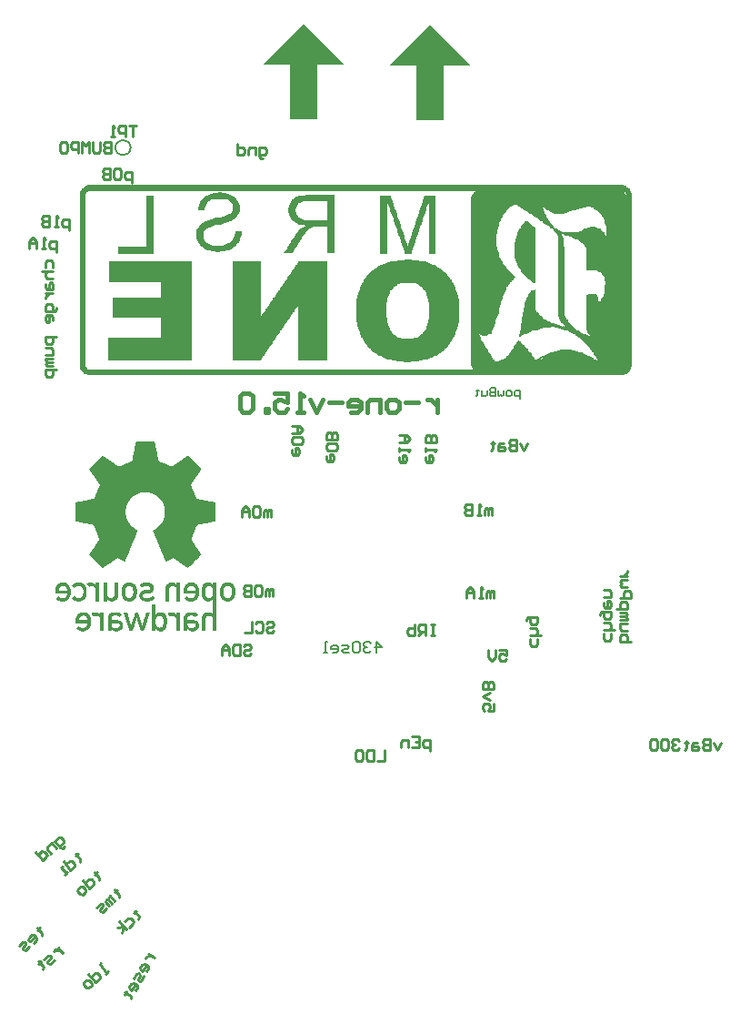
<source format=gbo>
%FSLAX25Y25*%
%MOIN*%
G70*
G01*
G75*
G04 Layer_Color=32896*
%ADD10R,0.03543X0.02756*%
%ADD11R,0.02756X0.03543*%
%ADD12R,0.01969X0.02362*%
%ADD13R,0.02362X0.01969*%
%ADD14R,0.07874X0.03937*%
G04:AMPARAMS|DCode=15|XSize=24mil|YSize=47mil|CornerRadius=0mil|HoleSize=0mil|Usage=FLASHONLY|Rotation=200.000|XOffset=0mil|YOffset=0mil|HoleType=Round|Shape=Rectangle|*
%AMROTATEDRECTD15*
4,1,4,0.00324,0.02619,0.01931,-0.01798,-0.00324,-0.02619,-0.01931,0.01798,0.00324,0.02619,0.0*
%
%ADD15ROTATEDRECTD15*%

G04:AMPARAMS|DCode=16|XSize=24mil|YSize=47mil|CornerRadius=0mil|HoleSize=0mil|Usage=FLASHONLY|Rotation=340.000|XOffset=0mil|YOffset=0mil|HoleType=Round|Shape=Rectangle|*
%AMROTATEDRECTD16*
4,1,4,-0.01931,-0.01798,-0.00324,0.02619,0.01931,0.01798,0.00324,-0.02619,-0.01931,-0.01798,0.0*
%
%ADD16ROTATEDRECTD16*%

G04:AMPARAMS|DCode=17|XSize=24mil|YSize=47mil|CornerRadius=0mil|HoleSize=0mil|Usage=FLASHONLY|Rotation=120.000|XOffset=0mil|YOffset=0mil|HoleType=Round|Shape=Rectangle|*
%AMROTATEDRECTD17*
4,1,4,0.02635,0.00136,-0.01435,-0.02214,-0.02635,-0.00136,0.01435,0.02214,0.02635,0.00136,0.0*
%
%ADD17ROTATEDRECTD17*%

%ADD18R,0.03543X0.03150*%
%ADD19R,0.03150X0.03543*%
%ADD20R,0.17300X0.05650*%
%ADD21O,0.01378X0.05906*%
G04:AMPARAMS|DCode=22|XSize=24mil|YSize=47mil|CornerRadius=0mil|HoleSize=0mil|Usage=FLASHONLY|Rotation=240.000|XOffset=0mil|YOffset=0mil|HoleType=Round|Shape=Rectangle|*
%AMROTATEDRECTD22*
4,1,4,-0.01435,0.02214,0.02635,-0.00136,0.01435,-0.02214,-0.02635,0.00136,-0.01435,0.02214,0.0*
%
%ADD22ROTATEDRECTD22*%

%ADD23R,0.05512X0.04724*%
%ADD24C,0.04000*%
%ADD25R,0.06299X0.05118*%
%ADD26R,0.02913X0.11004*%
%ADD27R,0.04724X0.05512*%
%ADD28R,0.03150X0.01181*%
%ADD29R,0.01181X0.03150*%
%ADD30O,0.03347X0.00984*%
%ADD31O,0.00984X0.03347*%
%ADD32O,0.03150X0.00984*%
%ADD33O,0.00984X0.03150*%
%ADD34R,0.14173X0.14173*%
%ADD35R,0.09843X0.09843*%
%ADD36O,0.00984X0.03740*%
%ADD37O,0.03740X0.00984*%
%ADD38R,0.09449X0.09449*%
%ADD39R,0.05906X0.02362*%
%ADD40R,0.04000X0.02800*%
%ADD41R,0.02756X0.05906*%
%ADD42C,0.02500*%
%ADD43C,0.04000*%
%ADD44C,0.00800*%
%ADD45C,0.01500*%
%ADD46C,0.01000*%
%ADD47C,0.03000*%
%ADD48C,0.02000*%
%ADD49R,0.15800X0.06400*%
%ADD50C,0.15800*%
%ADD51C,0.03100*%
%ADD52C,0.05512*%
%ADD53C,0.05000*%
%ADD54R,0.05906X0.05906*%
%ADD55C,0.05906*%
%ADD56P,0.08352X4X180.0*%
%ADD57C,0.03543*%
%ADD58C,0.03500*%
%ADD59C,0.11200*%
%ADD60C,0.15200*%
%ADD61C,0.17500*%
%ADD62C,0.91500*%
%ADD63C,0.02598*%
%ADD64C,0.00984*%
%ADD65C,0.00787*%
%ADD66C,0.00394*%
%ADD67C,0.00500*%
%ADD68R,0.04343X0.03556*%
%ADD69R,0.03556X0.04343*%
%ADD70R,0.02769X0.03162*%
%ADD71R,0.03162X0.02769*%
%ADD72R,0.08674X0.04737*%
G04:AMPARAMS|DCode=73|XSize=32mil|YSize=55mil|CornerRadius=0mil|HoleSize=0mil|Usage=FLASHONLY|Rotation=200.000|XOffset=0mil|YOffset=0mil|HoleType=Round|Shape=Rectangle|*
%AMROTATEDRECTD73*
4,1,4,0.00563,0.03131,0.02444,-0.02037,-0.00563,-0.03131,-0.02444,0.02037,0.00563,0.03131,0.0*
%
%ADD73ROTATEDRECTD73*%

G04:AMPARAMS|DCode=74|XSize=32mil|YSize=55mil|CornerRadius=0mil|HoleSize=0mil|Usage=FLASHONLY|Rotation=340.000|XOffset=0mil|YOffset=0mil|HoleType=Round|Shape=Rectangle|*
%AMROTATEDRECTD74*
4,1,4,-0.02444,-0.02037,-0.00563,0.03131,0.02444,0.02037,0.00563,-0.03131,-0.02444,-0.02037,0.0*
%
%ADD74ROTATEDRECTD74*%

G04:AMPARAMS|DCode=75|XSize=32mil|YSize=55mil|CornerRadius=0mil|HoleSize=0mil|Usage=FLASHONLY|Rotation=120.000|XOffset=0mil|YOffset=0mil|HoleType=Round|Shape=Rectangle|*
%AMROTATEDRECTD75*
4,1,4,0.03182,-0.00011,-0.01582,-0.02761,-0.03182,0.00011,0.01582,0.02761,0.03182,-0.00011,0.0*
%
%ADD75ROTATEDRECTD75*%

%ADD76R,0.04343X0.03950*%
%ADD77R,0.03950X0.04343*%
%ADD78R,0.18100X0.06450*%
%ADD79O,0.02178X0.06706*%
G04:AMPARAMS|DCode=80|XSize=32mil|YSize=55mil|CornerRadius=0mil|HoleSize=0mil|Usage=FLASHONLY|Rotation=240.000|XOffset=0mil|YOffset=0mil|HoleType=Round|Shape=Rectangle|*
%AMROTATEDRECTD80*
4,1,4,-0.01582,0.02761,0.03182,0.00011,0.01582,-0.02761,-0.03182,-0.00011,-0.01582,0.02761,0.0*
%
%ADD80ROTATEDRECTD80*%

%ADD81R,0.06312X0.05524*%
%ADD82R,0.07099X0.05918*%
%ADD83R,0.03713X0.11804*%
%ADD84R,0.05524X0.06312*%
%ADD85R,0.03950X0.01981*%
%ADD86R,0.01981X0.03950*%
%ADD87O,0.04147X0.01784*%
%ADD88O,0.01784X0.04147*%
%ADD89O,0.03950X0.01784*%
%ADD90O,0.01784X0.03950*%
%ADD91R,0.14973X0.14973*%
%ADD92R,0.10642X0.10642*%
%ADD93O,0.01784X0.04540*%
%ADD94O,0.04540X0.01784*%
%ADD95R,0.10249X0.10249*%
%ADD96R,0.06706X0.03162*%
%ADD97R,0.04800X0.03600*%
%ADD98R,0.03556X0.06706*%
%ADD99C,0.16600*%
%ADD100C,0.03900*%
%ADD101C,0.06312*%
%ADD102C,0.05800*%
%ADD103R,0.06706X0.06706*%
%ADD104C,0.06706*%
%ADD105P,0.09483X4X180.0*%
%ADD106C,0.04343*%
%ADD107C,0.04300*%
%ADD108C,0.12000*%
%ADD109C,0.16000*%
%ADD110C,0.18300*%
%ADD111C,0.92300*%
%ADD112C,0.04800*%
G36*
X349304Y388683D02*
X349738D01*
Y388596D01*
X349998D01*
Y388509D01*
X350172D01*
Y388422D01*
X350345D01*
Y388336D01*
X350519D01*
Y388249D01*
X350606D01*
Y388162D01*
X350693D01*
Y388075D01*
X350779D01*
Y387989D01*
X350866D01*
Y387902D01*
X350953D01*
Y387815D01*
X351040D01*
Y387728D01*
X351126D01*
Y387642D01*
X351213D01*
Y387555D01*
Y387468D01*
X351300D01*
Y387381D01*
X351387D01*
Y387294D01*
Y387208D01*
X351474D01*
Y387121D01*
Y387034D01*
Y386947D01*
X351560D01*
Y386860D01*
Y386774D01*
Y386687D01*
Y386600D01*
X351647D01*
Y386513D01*
Y386427D01*
Y386340D01*
Y386253D01*
Y386166D01*
Y386080D01*
Y385993D01*
X351734D01*
Y385906D01*
Y385819D01*
Y385732D01*
Y385646D01*
Y385559D01*
Y385472D01*
Y385385D01*
Y385298D01*
Y385212D01*
Y385125D01*
Y385038D01*
Y384951D01*
Y384865D01*
Y384778D01*
Y384691D01*
Y384604D01*
Y384518D01*
X351647D01*
Y384431D01*
Y384344D01*
Y384257D01*
Y384170D01*
Y384084D01*
Y383997D01*
Y383910D01*
X351560D01*
Y383823D01*
Y383736D01*
Y383650D01*
Y383563D01*
X351474D01*
Y383476D01*
Y383389D01*
Y383302D01*
X351387D01*
Y383216D01*
Y383129D01*
X351300D01*
Y383042D01*
X351213D01*
Y382955D01*
Y382869D01*
X351126D01*
Y382782D01*
X351040D01*
Y382695D01*
X350953D01*
Y382608D01*
X350866D01*
Y382522D01*
X350779D01*
Y382435D01*
X350693D01*
Y382348D01*
X350606D01*
Y382261D01*
X350519D01*
Y382174D01*
X350345D01*
Y382088D01*
X350172D01*
Y382001D01*
X349998D01*
Y381914D01*
X349738D01*
Y381827D01*
X349391D01*
Y381740D01*
X348436D01*
Y381827D01*
X348002D01*
Y381914D01*
X347742D01*
Y382001D01*
X347568D01*
Y382088D01*
X347395D01*
Y382174D01*
X347308D01*
Y382261D01*
X347221D01*
Y382348D01*
X347048D01*
Y382435D01*
X346961D01*
Y382522D01*
X346874D01*
Y382608D01*
X346788D01*
Y382695D01*
X346701D01*
Y382782D01*
Y382869D01*
X346614D01*
Y382955D01*
X346527D01*
Y383042D01*
Y383129D01*
X346440D01*
Y383216D01*
X346354D01*
Y383302D01*
Y383389D01*
Y383476D01*
X346267D01*
Y383563D01*
Y383650D01*
Y383736D01*
X346180D01*
Y383823D01*
Y383910D01*
Y383997D01*
Y384084D01*
Y384170D01*
X346093D01*
Y384257D01*
Y384344D01*
Y384431D01*
Y384518D01*
Y384604D01*
Y384691D01*
Y384778D01*
Y384865D01*
Y384951D01*
Y385038D01*
Y385125D01*
Y385212D01*
Y385298D01*
Y385385D01*
Y385472D01*
Y385559D01*
Y385646D01*
Y385732D01*
Y385819D01*
Y385906D01*
Y385993D01*
Y386080D01*
Y386166D01*
Y386253D01*
Y386340D01*
X346180D01*
Y386427D01*
Y386513D01*
Y386600D01*
Y386687D01*
Y386774D01*
X346267D01*
Y386860D01*
Y386947D01*
Y387034D01*
X346354D01*
Y387121D01*
Y387208D01*
Y387294D01*
X346440D01*
Y387381D01*
X346527D01*
Y387468D01*
Y387555D01*
X346614D01*
Y387642D01*
X346701D01*
Y387728D01*
Y387815D01*
X346788D01*
Y387902D01*
X346874D01*
Y387989D01*
X346961D01*
Y388075D01*
X347048D01*
Y388162D01*
X347221D01*
Y388249D01*
X347308D01*
Y388336D01*
X347482D01*
Y388422D01*
X347568D01*
Y388509D01*
X347829D01*
Y388596D01*
X348002D01*
Y388683D01*
X348436D01*
Y388770D01*
X349304D01*
Y388683D01*
D02*
G37*
G36*
X298972D02*
X299319D01*
Y388596D01*
X299579D01*
Y388509D01*
X299753D01*
Y388422D01*
X299840D01*
Y388336D01*
X300013D01*
Y388249D01*
X300100D01*
Y388162D01*
X300187D01*
Y388075D01*
X300274D01*
Y387989D01*
X300447D01*
Y388075D01*
Y388162D01*
Y388249D01*
Y388336D01*
Y388422D01*
Y388509D01*
Y388596D01*
Y388683D01*
X301749D01*
Y388596D01*
Y388509D01*
Y388422D01*
Y388336D01*
Y388249D01*
Y388162D01*
Y388075D01*
Y387989D01*
Y387902D01*
Y387815D01*
Y387728D01*
Y387642D01*
Y387555D01*
Y387468D01*
Y387381D01*
Y387294D01*
Y387208D01*
Y387121D01*
Y387034D01*
Y386947D01*
Y386860D01*
Y386774D01*
Y386687D01*
Y386600D01*
Y386513D01*
Y386427D01*
Y386340D01*
Y386253D01*
Y386166D01*
Y386080D01*
Y385993D01*
Y385906D01*
Y385819D01*
Y385732D01*
Y385646D01*
Y385559D01*
Y385472D01*
Y385385D01*
Y385298D01*
Y385212D01*
Y385125D01*
Y385038D01*
Y384951D01*
Y384865D01*
Y384778D01*
Y384691D01*
Y384604D01*
Y384518D01*
Y384431D01*
Y384344D01*
Y384257D01*
Y384170D01*
Y384084D01*
Y383997D01*
Y383910D01*
Y383823D01*
Y383736D01*
Y383650D01*
Y383563D01*
Y383476D01*
Y383389D01*
Y383302D01*
Y383216D01*
Y383129D01*
Y383042D01*
Y382955D01*
Y382869D01*
Y382782D01*
Y382695D01*
Y382608D01*
Y382522D01*
Y382435D01*
Y382348D01*
Y382261D01*
Y382174D01*
Y382088D01*
Y382001D01*
Y381914D01*
Y381827D01*
X300447D01*
Y381914D01*
Y382001D01*
Y382088D01*
Y382174D01*
Y382261D01*
Y382348D01*
Y382435D01*
Y382522D01*
Y382608D01*
Y382695D01*
Y382782D01*
Y382869D01*
Y382955D01*
Y383042D01*
Y383129D01*
Y383216D01*
Y383302D01*
Y383389D01*
Y383476D01*
Y383563D01*
Y383650D01*
Y383736D01*
Y383823D01*
Y383910D01*
Y383997D01*
Y384084D01*
Y384170D01*
Y384257D01*
Y384344D01*
Y384431D01*
Y384518D01*
Y384604D01*
Y384691D01*
Y384778D01*
Y384865D01*
Y384951D01*
Y385038D01*
Y385125D01*
Y385212D01*
Y385298D01*
Y385385D01*
Y385472D01*
Y385559D01*
Y385646D01*
Y385732D01*
Y385819D01*
Y385906D01*
Y385993D01*
Y386080D01*
Y386166D01*
X300360D01*
Y386253D01*
Y386340D01*
Y386427D01*
Y386513D01*
Y386600D01*
X300274D01*
Y386687D01*
Y386774D01*
X300187D01*
Y386860D01*
Y386947D01*
X300100D01*
Y387034D01*
X300013D01*
Y387121D01*
X299926D01*
Y387208D01*
X299753D01*
Y387294D01*
X299579D01*
Y387381D01*
X298538D01*
Y387294D01*
X298364D01*
Y387208D01*
X298278D01*
Y387121D01*
X298104D01*
Y387208D01*
X298017D01*
Y387294D01*
X297931D01*
Y387381D01*
X297844D01*
Y387468D01*
X297757D01*
Y387555D01*
Y387642D01*
X297670D01*
Y387728D01*
X297583D01*
Y387815D01*
X297497D01*
Y387902D01*
X297410D01*
Y387989D01*
X297323D01*
Y388075D01*
Y388162D01*
X297236D01*
Y388249D01*
Y388336D01*
X297410D01*
Y388422D01*
X297497D01*
Y388509D01*
X297670D01*
Y388596D01*
X297931D01*
Y388683D01*
X298191D01*
Y388770D01*
X298972D01*
Y388683D01*
D02*
G37*
G36*
X328737D02*
X329171D01*
Y388596D01*
X329345D01*
Y388509D01*
X329518D01*
Y388422D01*
X329692D01*
Y388336D01*
X329779D01*
Y388249D01*
X329865D01*
Y388162D01*
X329952D01*
Y388075D01*
X330039D01*
Y387989D01*
X330126D01*
Y387902D01*
X330212D01*
Y387989D01*
Y388075D01*
Y388162D01*
Y388249D01*
Y388336D01*
Y388422D01*
Y388509D01*
Y388596D01*
Y388683D01*
X331514D01*
Y388596D01*
Y388509D01*
Y388422D01*
Y388336D01*
Y388249D01*
Y388162D01*
Y388075D01*
Y387989D01*
Y387902D01*
Y387815D01*
Y387728D01*
Y387642D01*
Y387555D01*
Y387468D01*
Y387381D01*
Y387294D01*
Y387208D01*
Y387121D01*
Y387034D01*
Y386947D01*
Y386860D01*
Y386774D01*
Y386687D01*
Y386600D01*
Y386513D01*
Y386427D01*
Y386340D01*
Y386253D01*
Y386166D01*
Y386080D01*
Y385993D01*
Y385906D01*
Y385819D01*
Y385732D01*
Y385646D01*
Y385559D01*
Y385472D01*
Y385385D01*
Y385298D01*
Y385212D01*
Y385125D01*
Y385038D01*
Y384951D01*
Y384865D01*
Y384778D01*
Y384691D01*
Y384604D01*
Y384518D01*
Y384431D01*
Y384344D01*
Y384257D01*
Y384170D01*
Y384084D01*
Y383997D01*
Y383910D01*
Y383823D01*
Y383736D01*
Y383650D01*
Y383563D01*
Y383476D01*
Y383389D01*
Y383302D01*
Y383216D01*
Y383129D01*
Y383042D01*
Y382955D01*
Y382869D01*
Y382782D01*
Y382695D01*
Y382608D01*
Y382522D01*
Y382435D01*
Y382348D01*
Y382261D01*
Y382174D01*
Y382088D01*
Y382001D01*
Y381914D01*
Y381827D01*
X330212D01*
Y381914D01*
Y382001D01*
Y382088D01*
Y382174D01*
Y382261D01*
Y382348D01*
Y382435D01*
Y382522D01*
Y382608D01*
Y382695D01*
Y382782D01*
Y382869D01*
Y382955D01*
Y383042D01*
Y383129D01*
Y383216D01*
Y383302D01*
Y383389D01*
Y383476D01*
Y383563D01*
Y383650D01*
Y383736D01*
Y383823D01*
Y383910D01*
Y383997D01*
Y384084D01*
Y384170D01*
Y384257D01*
Y384344D01*
Y384431D01*
Y384518D01*
Y384604D01*
Y384691D01*
Y384778D01*
Y384865D01*
Y384951D01*
Y385038D01*
Y385125D01*
Y385212D01*
Y385298D01*
Y385385D01*
Y385472D01*
Y385559D01*
Y385646D01*
Y385732D01*
Y385819D01*
Y385906D01*
Y385993D01*
Y386080D01*
Y386166D01*
Y386253D01*
Y386340D01*
X330126D01*
Y386427D01*
Y386513D01*
Y386600D01*
X330039D01*
Y386687D01*
Y386774D01*
X329952D01*
Y386860D01*
Y386947D01*
X329865D01*
Y387034D01*
X329779D01*
Y387121D01*
X329692D01*
Y387208D01*
X329518D01*
Y387294D01*
X329345D01*
Y387381D01*
X328303D01*
Y387294D01*
X328130D01*
Y387208D01*
X327956D01*
Y387121D01*
X327870D01*
Y387034D01*
X327783D01*
Y386947D01*
X327696D01*
Y386860D01*
Y386774D01*
X327609D01*
Y386687D01*
Y386600D01*
X327522D01*
Y386513D01*
Y386427D01*
Y386340D01*
X327436D01*
Y386253D01*
Y386166D01*
Y386080D01*
Y385993D01*
Y385906D01*
Y385819D01*
Y385732D01*
Y385646D01*
Y385559D01*
Y385472D01*
Y385385D01*
Y385298D01*
Y385212D01*
Y385125D01*
Y385038D01*
Y384951D01*
Y384865D01*
Y384778D01*
Y384691D01*
Y384604D01*
Y384518D01*
Y384431D01*
Y384344D01*
Y384257D01*
Y384170D01*
Y384084D01*
Y383997D01*
Y383910D01*
Y383823D01*
Y383736D01*
Y383650D01*
Y383563D01*
Y383476D01*
Y383389D01*
Y383302D01*
Y383216D01*
Y383129D01*
Y383042D01*
Y382955D01*
Y382869D01*
Y382782D01*
Y382695D01*
Y382608D01*
Y382522D01*
Y382435D01*
Y382348D01*
Y382261D01*
Y382174D01*
Y382088D01*
Y382001D01*
Y381914D01*
Y381827D01*
X326134D01*
Y381914D01*
Y382001D01*
Y382088D01*
Y382174D01*
Y382261D01*
Y382348D01*
Y382435D01*
Y382522D01*
Y382608D01*
Y382695D01*
Y382782D01*
Y382869D01*
Y382955D01*
Y383042D01*
Y383129D01*
Y383216D01*
Y383302D01*
Y383389D01*
Y383476D01*
Y383563D01*
Y383650D01*
Y383736D01*
Y383823D01*
Y383910D01*
Y383997D01*
Y384084D01*
Y384170D01*
Y384257D01*
Y384344D01*
Y384431D01*
Y384518D01*
Y384604D01*
Y384691D01*
Y384778D01*
Y384865D01*
Y384951D01*
Y385038D01*
Y385125D01*
Y385212D01*
Y385298D01*
Y385385D01*
Y385472D01*
Y385559D01*
Y385646D01*
Y385732D01*
Y385819D01*
Y385906D01*
Y385993D01*
Y386080D01*
Y386166D01*
Y386253D01*
Y386340D01*
Y386427D01*
Y386513D01*
Y386600D01*
Y386687D01*
Y386774D01*
Y386860D01*
Y386947D01*
Y387034D01*
X326221D01*
Y387121D01*
Y387208D01*
Y387294D01*
X326308D01*
Y387381D01*
Y387468D01*
X326394D01*
Y387555D01*
Y387642D01*
X326481D01*
Y387728D01*
Y387815D01*
X326568D01*
Y387902D01*
X326655D01*
Y387989D01*
X326741D01*
Y388075D01*
X326828D01*
Y388162D01*
X326915D01*
Y388249D01*
X327002D01*
Y388336D01*
X327175D01*
Y388422D01*
X327262D01*
Y388509D01*
X327436D01*
Y388596D01*
X327696D01*
Y388683D01*
X328043D01*
Y388770D01*
X328737D01*
Y388683D01*
D02*
G37*
G36*
X342101D02*
X342448D01*
Y388596D01*
X342622D01*
Y388509D01*
X342796D01*
Y388422D01*
X342969D01*
Y388336D01*
X343056D01*
Y388249D01*
X343230D01*
Y388162D01*
X343316D01*
Y388075D01*
X343403D01*
Y387989D01*
X343490D01*
Y388075D01*
Y388162D01*
Y388249D01*
Y388336D01*
Y388422D01*
Y388509D01*
Y388596D01*
Y388683D01*
X344878D01*
Y388596D01*
Y388509D01*
Y388422D01*
Y388336D01*
Y388249D01*
Y388162D01*
Y388075D01*
Y387989D01*
Y387902D01*
Y387815D01*
Y387728D01*
Y387642D01*
Y387555D01*
Y387468D01*
Y387381D01*
Y387294D01*
Y387208D01*
Y387121D01*
Y387034D01*
Y386947D01*
Y386860D01*
Y386774D01*
Y386687D01*
Y386600D01*
Y386513D01*
Y386427D01*
Y386340D01*
Y386253D01*
Y386166D01*
Y386080D01*
Y385993D01*
Y385906D01*
Y385819D01*
Y385732D01*
Y385646D01*
Y385559D01*
Y385472D01*
Y385385D01*
Y385298D01*
Y385212D01*
Y385125D01*
Y385038D01*
Y384951D01*
Y384865D01*
Y384778D01*
Y384691D01*
Y384604D01*
Y384518D01*
Y384431D01*
Y384344D01*
Y384257D01*
Y384170D01*
Y384084D01*
Y383997D01*
Y383910D01*
Y383823D01*
Y383736D01*
Y383650D01*
Y383563D01*
Y383476D01*
Y383389D01*
Y383302D01*
Y383216D01*
Y383129D01*
Y383042D01*
Y382955D01*
Y382869D01*
Y382782D01*
Y382695D01*
Y382608D01*
Y382522D01*
Y382435D01*
Y382348D01*
Y382261D01*
Y382174D01*
Y382088D01*
Y382001D01*
Y381914D01*
Y381827D01*
Y381740D01*
Y381654D01*
Y381567D01*
Y381480D01*
Y381393D01*
Y381307D01*
Y381220D01*
Y381133D01*
Y381046D01*
Y380960D01*
Y380873D01*
Y380786D01*
Y380699D01*
Y380612D01*
Y380526D01*
Y380439D01*
Y380352D01*
Y380265D01*
Y380178D01*
Y380092D01*
Y380005D01*
Y379918D01*
Y379831D01*
Y379745D01*
Y379658D01*
Y379571D01*
Y379484D01*
Y379398D01*
Y379311D01*
Y379224D01*
Y379137D01*
Y379050D01*
Y378964D01*
Y378877D01*
Y378790D01*
Y378703D01*
Y378616D01*
Y378530D01*
Y378443D01*
Y378356D01*
Y378269D01*
Y378183D01*
Y378096D01*
Y378009D01*
Y377922D01*
Y377835D01*
Y377749D01*
Y377662D01*
Y377575D01*
Y377488D01*
Y377401D01*
Y377315D01*
Y377228D01*
Y377141D01*
Y377054D01*
Y376968D01*
Y376881D01*
Y376794D01*
Y376707D01*
Y376621D01*
Y376534D01*
Y376447D01*
Y376360D01*
Y376273D01*
Y376187D01*
Y376100D01*
Y376013D01*
Y375926D01*
Y375839D01*
Y375753D01*
Y375666D01*
Y375579D01*
Y375492D01*
Y375406D01*
Y375319D01*
Y375232D01*
Y375145D01*
Y375059D01*
Y374972D01*
Y374885D01*
Y374798D01*
Y374711D01*
Y374625D01*
Y374538D01*
Y374451D01*
Y374364D01*
Y374277D01*
Y374191D01*
Y374104D01*
Y374017D01*
Y373930D01*
Y373844D01*
Y373757D01*
Y373670D01*
Y373583D01*
Y373496D01*
Y373410D01*
Y373323D01*
Y373236D01*
Y373149D01*
Y373062D01*
Y372976D01*
Y372889D01*
Y372802D01*
Y372715D01*
Y372629D01*
Y372542D01*
Y372455D01*
Y372368D01*
Y372282D01*
Y372195D01*
Y372108D01*
Y372021D01*
Y371934D01*
Y371848D01*
Y371761D01*
Y371674D01*
Y371587D01*
Y371500D01*
Y371414D01*
Y371327D01*
Y371240D01*
Y371153D01*
Y371067D01*
Y370980D01*
X343490D01*
Y371067D01*
Y371153D01*
Y371240D01*
Y371327D01*
Y371414D01*
Y371500D01*
Y371587D01*
Y371674D01*
Y371761D01*
Y371848D01*
Y371934D01*
Y372021D01*
Y372108D01*
Y372195D01*
Y372282D01*
Y372368D01*
Y372455D01*
Y372542D01*
Y372629D01*
Y372715D01*
Y372802D01*
Y372889D01*
Y372976D01*
Y373062D01*
Y373149D01*
Y373236D01*
Y373323D01*
Y373410D01*
Y373496D01*
Y373583D01*
Y373670D01*
Y373757D01*
Y373844D01*
Y373930D01*
Y374017D01*
Y374104D01*
Y374191D01*
Y374277D01*
Y374364D01*
Y374451D01*
Y374538D01*
Y374625D01*
Y374711D01*
Y374798D01*
Y374885D01*
Y374972D01*
Y375059D01*
Y375145D01*
Y375232D01*
Y375319D01*
Y375406D01*
Y375492D01*
Y375579D01*
X343403D01*
Y375666D01*
Y375753D01*
Y375839D01*
X343316D01*
Y375926D01*
X343230D01*
Y376013D01*
Y376100D01*
X343143D01*
Y376187D01*
X343056D01*
Y376273D01*
X342882D01*
Y376360D01*
X342796D01*
Y376447D01*
X342535D01*
Y376534D01*
X341754D01*
Y376447D01*
X341494D01*
Y376360D01*
X341320D01*
Y376273D01*
X341234D01*
Y376187D01*
X341147D01*
Y376100D01*
X341060D01*
Y376013D01*
X340973D01*
Y375926D01*
Y375839D01*
X340886D01*
Y375753D01*
Y375666D01*
X340800D01*
Y375579D01*
Y375492D01*
Y375406D01*
Y375319D01*
X340713D01*
Y375232D01*
Y375145D01*
Y375059D01*
Y374972D01*
Y374885D01*
Y374798D01*
Y374711D01*
Y374625D01*
Y374538D01*
Y374451D01*
Y374364D01*
Y374277D01*
Y374191D01*
Y374104D01*
Y374017D01*
Y373930D01*
Y373844D01*
Y373757D01*
Y373670D01*
Y373583D01*
Y373496D01*
Y373410D01*
Y373323D01*
Y373236D01*
Y373149D01*
Y373062D01*
Y372976D01*
Y372889D01*
Y372802D01*
Y372715D01*
Y372629D01*
Y372542D01*
Y372455D01*
Y372368D01*
Y372282D01*
Y372195D01*
Y372108D01*
Y372021D01*
Y371934D01*
Y371848D01*
Y371761D01*
Y371674D01*
Y371587D01*
Y371500D01*
Y371414D01*
Y371327D01*
Y371240D01*
Y371153D01*
Y371067D01*
Y370980D01*
X339411D01*
Y371067D01*
Y371153D01*
Y371240D01*
Y371327D01*
Y371414D01*
Y371500D01*
Y371587D01*
Y371674D01*
Y371761D01*
Y371848D01*
Y371934D01*
Y372021D01*
Y372108D01*
Y372195D01*
Y372282D01*
Y372368D01*
Y372455D01*
Y372542D01*
Y372629D01*
Y372715D01*
Y372802D01*
Y372889D01*
Y372976D01*
Y373062D01*
Y373149D01*
Y373236D01*
Y373323D01*
Y373410D01*
Y373496D01*
Y373583D01*
Y373670D01*
Y373757D01*
Y373844D01*
Y373930D01*
Y374017D01*
Y374104D01*
Y374191D01*
Y374277D01*
Y374364D01*
Y374451D01*
Y374538D01*
Y374625D01*
Y374711D01*
Y374798D01*
Y374885D01*
Y374972D01*
Y375059D01*
Y375145D01*
Y375232D01*
Y375319D01*
Y375406D01*
Y375492D01*
Y375579D01*
Y375666D01*
Y375753D01*
Y375839D01*
Y375926D01*
Y376013D01*
X339498D01*
Y376100D01*
Y376187D01*
Y376273D01*
Y376360D01*
X339585D01*
Y376447D01*
Y376534D01*
X339671D01*
Y376621D01*
Y376707D01*
X339758D01*
Y376794D01*
Y376881D01*
X339845D01*
Y376968D01*
X339932D01*
Y377054D01*
X340019D01*
Y377141D01*
Y377228D01*
X340192D01*
Y377315D01*
X340279D01*
Y377401D01*
X340366D01*
Y377488D01*
X340453D01*
Y377575D01*
X340626D01*
Y377662D01*
X340800D01*
Y377749D01*
X341060D01*
Y377835D01*
X342362D01*
Y377749D01*
X342622D01*
Y377662D01*
X342796D01*
Y377575D01*
X342969D01*
Y377488D01*
X343056D01*
Y377401D01*
X343143D01*
Y377315D01*
X343316D01*
Y377228D01*
X343403D01*
Y377141D01*
Y377054D01*
X343490D01*
Y377141D01*
Y377228D01*
Y377315D01*
Y377401D01*
Y377488D01*
Y377575D01*
Y377662D01*
Y377749D01*
Y377835D01*
Y377922D01*
Y378009D01*
Y378096D01*
Y378183D01*
Y378269D01*
Y378356D01*
Y378443D01*
Y378530D01*
Y378616D01*
Y378703D01*
Y378790D01*
Y378877D01*
Y378964D01*
Y379050D01*
Y379137D01*
Y379224D01*
Y379311D01*
Y379398D01*
Y379484D01*
Y379571D01*
Y379658D01*
Y379745D01*
Y379831D01*
Y379918D01*
Y380005D01*
Y380092D01*
Y380178D01*
Y380265D01*
Y380352D01*
Y380439D01*
Y380526D01*
Y380612D01*
Y380699D01*
Y380786D01*
Y380873D01*
Y380960D01*
Y381046D01*
Y381133D01*
Y381220D01*
Y381307D01*
Y381393D01*
Y381480D01*
Y381567D01*
Y381654D01*
Y381740D01*
Y381827D01*
Y381914D01*
Y382001D01*
Y382088D01*
Y382174D01*
Y382261D01*
Y382348D01*
Y382435D01*
Y382522D01*
X343403D01*
Y382435D01*
X343316D01*
Y382348D01*
X343143D01*
Y382261D01*
X343056D01*
Y382174D01*
X342969D01*
Y382088D01*
X342796D01*
Y382001D01*
X342622D01*
Y381914D01*
X342362D01*
Y381827D01*
X342101D01*
Y381740D01*
X341320D01*
Y381827D01*
X340973D01*
Y381914D01*
X340713D01*
Y382001D01*
X340539D01*
Y382088D01*
X340453D01*
Y382174D01*
X340279D01*
Y382261D01*
X340192D01*
Y382348D01*
X340105D01*
Y382435D01*
X340019D01*
Y382522D01*
X339932D01*
Y382608D01*
X339845D01*
Y382695D01*
Y382782D01*
X339758D01*
Y382869D01*
X339671D01*
Y382955D01*
Y383042D01*
X339585D01*
Y383129D01*
Y383216D01*
Y383302D01*
X339498D01*
Y383389D01*
Y383476D01*
Y383563D01*
Y383650D01*
Y383736D01*
Y383823D01*
X339411D01*
Y383910D01*
Y383997D01*
Y384084D01*
Y384170D01*
Y384257D01*
Y384344D01*
Y384431D01*
Y384518D01*
Y384604D01*
Y384691D01*
Y384778D01*
Y384865D01*
Y384951D01*
Y385038D01*
Y385125D01*
Y385212D01*
Y385298D01*
Y385385D01*
Y385472D01*
Y385559D01*
Y385646D01*
Y385732D01*
Y385819D01*
Y385906D01*
Y385993D01*
Y386080D01*
Y386166D01*
Y386253D01*
Y386340D01*
Y386427D01*
Y386513D01*
Y386600D01*
Y386687D01*
X339498D01*
Y386774D01*
Y386860D01*
Y386947D01*
Y387034D01*
Y387121D01*
Y387208D01*
X339585D01*
Y387294D01*
Y387381D01*
Y387468D01*
X339671D01*
Y387555D01*
Y387642D01*
X339758D01*
Y387728D01*
X339845D01*
Y387815D01*
Y387902D01*
X339932D01*
Y387989D01*
X340019D01*
Y388075D01*
X340105D01*
Y388162D01*
X340192D01*
Y388249D01*
X340279D01*
Y388336D01*
X340453D01*
Y388422D01*
X340539D01*
Y388509D01*
X340713D01*
Y388596D01*
X340973D01*
Y388683D01*
X341320D01*
Y388770D01*
X342101D01*
Y388683D01*
D02*
G37*
G36*
X313291D02*
X313638D01*
Y388596D01*
X313898D01*
Y388509D01*
X314158D01*
Y388422D01*
X314245D01*
Y388336D01*
X314419D01*
Y388249D01*
X314505D01*
Y388162D01*
X314679D01*
Y388075D01*
X314766D01*
Y387989D01*
X314853D01*
Y387902D01*
X314939D01*
Y387815D01*
Y387728D01*
X315026D01*
Y387642D01*
X315113D01*
Y387555D01*
X315200D01*
Y387468D01*
Y387381D01*
X315286D01*
Y387294D01*
Y387208D01*
X315373D01*
Y387121D01*
Y387034D01*
X315460D01*
Y386947D01*
Y386860D01*
Y386774D01*
X315547D01*
Y386687D01*
Y386600D01*
Y386513D01*
Y386427D01*
Y386340D01*
Y386253D01*
X315634D01*
Y386166D01*
Y386080D01*
Y385993D01*
Y385906D01*
Y385819D01*
Y385732D01*
Y385646D01*
Y385559D01*
Y385472D01*
Y385385D01*
Y385298D01*
Y385212D01*
Y385125D01*
Y385038D01*
Y384951D01*
Y384865D01*
Y384778D01*
Y384691D01*
Y384604D01*
Y384518D01*
Y384431D01*
Y384344D01*
Y384257D01*
X315547D01*
Y384170D01*
Y384084D01*
Y383997D01*
Y383910D01*
Y383823D01*
Y383736D01*
X315460D01*
Y383650D01*
Y383563D01*
Y383476D01*
X315373D01*
Y383389D01*
Y383302D01*
X315286D01*
Y383216D01*
Y383129D01*
X315200D01*
Y383042D01*
Y382955D01*
X315113D01*
Y382869D01*
X315026D01*
Y382782D01*
Y382695D01*
X314939D01*
Y382608D01*
X314853D01*
Y382522D01*
X314766D01*
Y382435D01*
X314679D01*
Y382348D01*
X314505D01*
Y382261D01*
X314419D01*
Y382174D01*
X314245D01*
Y382088D01*
X314158D01*
Y382001D01*
X313898D01*
Y381914D01*
X313724D01*
Y381827D01*
X313291D01*
Y381740D01*
X312336D01*
Y381827D01*
X311989D01*
Y381914D01*
X311729D01*
Y382001D01*
X311555D01*
Y382088D01*
X311381D01*
Y382174D01*
X311208D01*
Y382261D01*
X311121D01*
Y382348D01*
X311034D01*
Y382435D01*
X310861D01*
Y382522D01*
X310774D01*
Y382608D01*
Y382695D01*
X310687D01*
Y382782D01*
X310600D01*
Y382869D01*
X310514D01*
Y382955D01*
X310427D01*
Y383042D01*
Y383129D01*
X310340D01*
Y383216D01*
Y383302D01*
X310253D01*
Y383389D01*
Y383476D01*
Y383563D01*
X310166D01*
Y383650D01*
Y383736D01*
Y383823D01*
X310080D01*
Y383910D01*
Y383997D01*
Y384084D01*
Y384170D01*
Y384257D01*
Y384344D01*
Y384431D01*
X309993D01*
Y384518D01*
Y384604D01*
Y384691D01*
Y384778D01*
Y384865D01*
Y384951D01*
Y385038D01*
Y385125D01*
Y385212D01*
Y385298D01*
Y385385D01*
Y385472D01*
Y385559D01*
Y385646D01*
Y385732D01*
Y385819D01*
Y385906D01*
Y385993D01*
Y386080D01*
X310080D01*
Y386166D01*
Y386253D01*
Y386340D01*
Y386427D01*
Y386513D01*
Y386600D01*
Y386687D01*
X310166D01*
Y386774D01*
Y386860D01*
Y386947D01*
X310253D01*
Y387034D01*
Y387121D01*
Y387208D01*
X310340D01*
Y387294D01*
Y387381D01*
X310427D01*
Y387468D01*
Y387555D01*
X310514D01*
Y387642D01*
X310600D01*
Y387728D01*
X310687D01*
Y387815D01*
X310774D01*
Y387902D01*
X310861D01*
Y387989D01*
X310947D01*
Y388075D01*
X311034D01*
Y388162D01*
X311121D01*
Y388249D01*
X311208D01*
Y388336D01*
X311381D01*
Y388422D01*
X311555D01*
Y388509D01*
X311729D01*
Y388596D01*
X311989D01*
Y388683D01*
X312423D01*
Y388770D01*
X313291D01*
Y388683D01*
D02*
G37*
G36*
X319799D02*
X320233D01*
Y388596D01*
X320493D01*
Y388509D01*
X320754D01*
Y388422D01*
X320927D01*
Y388336D01*
X321014D01*
Y388249D01*
X321101D01*
Y388162D01*
X321274D01*
Y388075D01*
X321361D01*
Y387989D01*
X321448D01*
Y387902D01*
Y387815D01*
X321535D01*
Y387728D01*
X321621D01*
Y387642D01*
Y387555D01*
X321708D01*
Y387468D01*
Y387381D01*
X321795D01*
Y387294D01*
Y387208D01*
Y387121D01*
Y387034D01*
Y386947D01*
X321882D01*
Y386860D01*
Y386774D01*
Y386687D01*
Y386600D01*
Y386513D01*
Y386427D01*
Y386340D01*
X321795D01*
Y386253D01*
Y386166D01*
Y386080D01*
Y385993D01*
X321708D01*
Y385906D01*
Y385819D01*
X321621D01*
Y385732D01*
Y385646D01*
X321535D01*
Y385559D01*
Y385472D01*
X321448D01*
Y385385D01*
X321361D01*
Y385298D01*
X321274D01*
Y385212D01*
X321187D01*
Y385125D01*
X321014D01*
Y385038D01*
X320840D01*
Y384951D01*
X320667D01*
Y384865D01*
X320406D01*
Y384778D01*
X319972D01*
Y384691D01*
X319018D01*
Y384604D01*
X318324D01*
Y384518D01*
X318063D01*
Y384431D01*
X317977D01*
Y384344D01*
X317890D01*
Y384257D01*
Y384170D01*
X317803D01*
Y384084D01*
Y383997D01*
Y383910D01*
Y383823D01*
Y383736D01*
Y383650D01*
X317890D01*
Y383563D01*
Y383476D01*
X317977D01*
Y383389D01*
X318063D01*
Y383302D01*
X318150D01*
Y383216D01*
X318324D01*
Y383129D01*
X318584D01*
Y383042D01*
X319972D01*
Y383129D01*
X320233D01*
Y383216D01*
X320493D01*
Y383302D01*
X320667D01*
Y383389D01*
X320840D01*
Y383476D01*
X320927D01*
Y383563D01*
X321101D01*
Y383650D01*
X321187D01*
Y383736D01*
X321274D01*
Y383823D01*
X321448D01*
Y383736D01*
X321535D01*
Y383650D01*
X321621D01*
Y383563D01*
X321708D01*
Y383476D01*
X321795D01*
Y383389D01*
X321882D01*
Y383302D01*
X321969D01*
Y383216D01*
X322055D01*
Y383129D01*
X322142D01*
Y383042D01*
X322229D01*
Y382955D01*
Y382869D01*
X322142D01*
Y382782D01*
X322055D01*
Y382695D01*
X321882D01*
Y382608D01*
X321795D01*
Y382522D01*
X321708D01*
Y382435D01*
X321535D01*
Y382348D01*
X321361D01*
Y382261D01*
X321274D01*
Y382174D01*
X321014D01*
Y382088D01*
X320840D01*
Y382001D01*
X320580D01*
Y381914D01*
X320320D01*
Y381827D01*
X319799D01*
Y381740D01*
X318758D01*
Y381827D01*
X318324D01*
Y381914D01*
X317977D01*
Y382001D01*
X317803D01*
Y382088D01*
X317543D01*
Y382174D01*
X317456D01*
Y382261D01*
X317282D01*
Y382348D01*
X317196D01*
Y382435D01*
X317109D01*
Y382522D01*
X317022D01*
Y382608D01*
X316935D01*
Y382695D01*
X316848D01*
Y382782D01*
X316762D01*
Y382869D01*
Y382955D01*
X316675D01*
Y383042D01*
Y383129D01*
X316588D01*
Y383216D01*
Y383302D01*
X316501D01*
Y383389D01*
Y383476D01*
Y383563D01*
Y383650D01*
Y383736D01*
Y383823D01*
Y383910D01*
Y383997D01*
Y384084D01*
Y384170D01*
Y384257D01*
Y384344D01*
Y384431D01*
X316588D01*
Y384518D01*
Y384604D01*
Y384691D01*
Y384778D01*
X316675D01*
Y384865D01*
Y384951D01*
X316762D01*
Y385038D01*
X316848D01*
Y385125D01*
Y385212D01*
X316935D01*
Y385298D01*
X317022D01*
Y385385D01*
X317109D01*
Y385472D01*
X317282D01*
Y385559D01*
X317369D01*
Y385646D01*
X317543D01*
Y385732D01*
X317803D01*
Y385819D01*
X318237D01*
Y385906D01*
X319278D01*
Y385993D01*
X319972D01*
Y386080D01*
X320233D01*
Y386166D01*
X320320D01*
Y386253D01*
X320406D01*
Y386340D01*
X320493D01*
Y386427D01*
Y386513D01*
Y386600D01*
Y386687D01*
Y386774D01*
Y386860D01*
Y386947D01*
Y387034D01*
X320406D01*
Y387121D01*
X320320D01*
Y387208D01*
X320233D01*
Y387294D01*
X320146D01*
Y387381D01*
X319886D01*
Y387468D01*
X318671D01*
Y387381D01*
X318324D01*
Y387294D01*
X318150D01*
Y387208D01*
X317977D01*
Y387121D01*
X317803D01*
Y387034D01*
X317630D01*
Y386947D01*
X317543D01*
Y386860D01*
X317456D01*
Y386947D01*
X317369D01*
Y387034D01*
X317282D01*
Y387121D01*
X317196D01*
Y387208D01*
Y387294D01*
X317109D01*
Y387381D01*
X317022D01*
Y387468D01*
X316935D01*
Y387555D01*
X316848D01*
Y387642D01*
X316762D01*
Y387728D01*
X316675D01*
Y387815D01*
Y387902D01*
X316762D01*
Y387989D01*
X316935D01*
Y388075D01*
X317022D01*
Y388162D01*
X317196D01*
Y388249D01*
X317282D01*
Y388336D01*
X317456D01*
Y388422D01*
X317716D01*
Y388509D01*
X317890D01*
Y388596D01*
X318237D01*
Y388683D01*
X318758D01*
Y388770D01*
X319799D01*
Y388683D01*
D02*
G37*
G36*
X322142Y440143D02*
X322229D01*
Y440056D01*
Y439970D01*
Y439883D01*
X322316D01*
Y439796D01*
Y439709D01*
Y439622D01*
Y439536D01*
Y439449D01*
X322402D01*
Y439362D01*
Y439275D01*
Y439189D01*
Y439102D01*
Y439015D01*
X322489D01*
Y438928D01*
Y438841D01*
Y438755D01*
Y438668D01*
Y438581D01*
Y438494D01*
X322576D01*
Y438408D01*
Y438321D01*
Y438234D01*
Y438147D01*
Y438061D01*
X322663D01*
Y437974D01*
Y437887D01*
Y437800D01*
Y437713D01*
Y437627D01*
X322749D01*
Y437540D01*
Y437453D01*
Y437366D01*
Y437280D01*
Y437193D01*
Y437106D01*
X322836D01*
Y437019D01*
Y436932D01*
Y436846D01*
Y436759D01*
Y436672D01*
X322923D01*
Y436585D01*
Y436498D01*
Y436412D01*
Y436325D01*
Y436238D01*
Y436151D01*
X323010D01*
Y436065D01*
Y435978D01*
Y435891D01*
Y435804D01*
Y435717D01*
X323097D01*
Y435631D01*
Y435544D01*
Y435457D01*
Y435370D01*
Y435284D01*
X323183D01*
Y435197D01*
Y435110D01*
Y435023D01*
Y434936D01*
Y434850D01*
Y434763D01*
X323270D01*
Y434676D01*
Y434589D01*
Y434503D01*
Y434416D01*
Y434329D01*
X323357D01*
Y434242D01*
Y434155D01*
Y434069D01*
Y433982D01*
Y433895D01*
X323444D01*
Y433808D01*
Y433721D01*
Y433635D01*
Y433548D01*
Y433461D01*
Y433374D01*
X323531D01*
Y433288D01*
X323617D01*
Y433201D01*
X323704D01*
Y433114D01*
X323791D01*
Y433027D01*
X324051D01*
Y432940D01*
X324225D01*
Y432854D01*
X324485D01*
Y432767D01*
X324659D01*
Y432680D01*
X324919D01*
Y432593D01*
X325093D01*
Y432507D01*
X325353D01*
Y432420D01*
X325526D01*
Y432333D01*
X325700D01*
Y432246D01*
X325960D01*
Y432160D01*
X326134D01*
Y432073D01*
X326394D01*
Y431986D01*
X326568D01*
Y431899D01*
X326828D01*
Y431812D01*
X327002D01*
Y431726D01*
X327175D01*
Y431639D01*
X327436D01*
Y431552D01*
X327609D01*
Y431465D01*
X327870D01*
Y431379D01*
X328043D01*
Y431292D01*
X328737D01*
Y431379D01*
X328824D01*
Y431465D01*
X328998D01*
Y431552D01*
X329084D01*
Y431639D01*
X329258D01*
Y431726D01*
X329345D01*
Y431812D01*
X329432D01*
Y431899D01*
X329605D01*
Y431986D01*
X329692D01*
Y432073D01*
X329865D01*
Y432160D01*
X329952D01*
Y432246D01*
X330126D01*
Y432333D01*
X330212D01*
Y432420D01*
X330386D01*
Y432507D01*
X330473D01*
Y432593D01*
X330646D01*
Y432680D01*
X330733D01*
Y432767D01*
X330907D01*
Y432854D01*
X330994D01*
Y432940D01*
X331080D01*
Y433027D01*
X331254D01*
Y433114D01*
X331341D01*
Y433201D01*
X331514D01*
Y433288D01*
X331601D01*
Y433374D01*
X331775D01*
Y433461D01*
X331861D01*
Y433548D01*
X332035D01*
Y433635D01*
X332122D01*
Y433721D01*
X332295D01*
Y433808D01*
X332382D01*
Y433895D01*
X332469D01*
Y433982D01*
X332642D01*
Y434069D01*
X332729D01*
Y434155D01*
X332903D01*
Y434242D01*
X332990D01*
Y434329D01*
X333163D01*
Y434416D01*
X333250D01*
Y434503D01*
X333423D01*
Y434589D01*
X333510D01*
Y434676D01*
X333684D01*
Y434763D01*
X333770D01*
Y434850D01*
X333857D01*
Y434936D01*
X334031D01*
Y435023D01*
X334118D01*
Y435110D01*
X334465D01*
Y435023D01*
X334552D01*
Y434936D01*
X334638D01*
Y434850D01*
X334725D01*
Y434763D01*
X334812D01*
Y434676D01*
X334899D01*
Y434589D01*
X334985D01*
Y434503D01*
X335072D01*
Y434416D01*
X335159D01*
Y434329D01*
X335246D01*
Y434242D01*
X335332D01*
Y434155D01*
X335419D01*
Y434069D01*
X335506D01*
Y433982D01*
X335593D01*
Y433895D01*
X335680D01*
Y433808D01*
X335766D01*
Y433721D01*
X335853D01*
Y433635D01*
X335940D01*
Y433548D01*
X336027D01*
Y433461D01*
X336114D01*
Y433374D01*
X336200D01*
Y433288D01*
X336287D01*
Y433201D01*
X336374D01*
Y433114D01*
X336461D01*
Y433027D01*
X336547D01*
Y432940D01*
X336634D01*
Y432854D01*
X336721D01*
Y432767D01*
X336808D01*
Y432680D01*
X336895D01*
Y432593D01*
X336981D01*
Y432507D01*
X337068D01*
Y432420D01*
X337155D01*
Y432333D01*
X337242D01*
Y432246D01*
X337329D01*
Y432160D01*
X337415D01*
Y432073D01*
X337502D01*
Y431986D01*
X337589D01*
Y431899D01*
X337676D01*
Y431812D01*
X337762D01*
Y431726D01*
X337849D01*
Y431639D01*
X337936D01*
Y431552D01*
X338023D01*
Y431465D01*
X338109D01*
Y431379D01*
X338196D01*
Y431292D01*
X338283D01*
Y431205D01*
X338370D01*
Y431118D01*
X338457D01*
Y431031D01*
X338543D01*
Y430945D01*
X338630D01*
Y430858D01*
X338717D01*
Y430771D01*
X338804D01*
Y430684D01*
X338891D01*
Y430597D01*
X338977D01*
Y430511D01*
X339064D01*
Y430424D01*
X339151D01*
Y430337D01*
X339238D01*
Y430250D01*
Y430164D01*
Y430077D01*
X339151D01*
Y429990D01*
X339064D01*
Y429903D01*
Y429816D01*
X338977D01*
Y429730D01*
X338891D01*
Y429643D01*
Y429556D01*
X338804D01*
Y429469D01*
X338717D01*
Y429383D01*
Y429296D01*
X338630D01*
Y429209D01*
X338543D01*
Y429122D01*
Y429035D01*
X338457D01*
Y428949D01*
X338370D01*
Y428862D01*
Y428775D01*
X338283D01*
Y428688D01*
X338196D01*
Y428602D01*
Y428515D01*
X338109D01*
Y428428D01*
X338023D01*
Y428341D01*
X337936D01*
Y428254D01*
Y428168D01*
X337849D01*
Y428081D01*
X337762D01*
Y427994D01*
Y427907D01*
X337676D01*
Y427820D01*
X337589D01*
Y427734D01*
Y427647D01*
X337502D01*
Y427560D01*
X337415D01*
Y427473D01*
Y427387D01*
X337329D01*
Y427300D01*
X337242D01*
Y427213D01*
Y427126D01*
X337155D01*
Y427039D01*
X337068D01*
Y426953D01*
X336981D01*
Y426866D01*
Y426779D01*
X336895D01*
Y426692D01*
X336808D01*
Y426606D01*
Y426519D01*
X336721D01*
Y426432D01*
X336634D01*
Y426345D01*
Y426259D01*
X336547D01*
Y426172D01*
X336461D01*
Y426085D01*
Y425998D01*
X336374D01*
Y425911D01*
X336287D01*
Y425825D01*
Y425738D01*
X336200D01*
Y425651D01*
X336114D01*
Y425564D01*
X336027D01*
Y425478D01*
Y425391D01*
X335940D01*
Y425304D01*
X335853D01*
Y425217D01*
Y425130D01*
X335766D01*
Y425044D01*
X335680D01*
Y424957D01*
Y424870D01*
X335593D01*
Y424783D01*
X335506D01*
Y424696D01*
Y424610D01*
X335419D01*
Y424523D01*
Y424436D01*
Y424349D01*
Y424263D01*
Y424176D01*
X335506D01*
Y424089D01*
Y424002D01*
X335593D01*
Y423915D01*
Y423829D01*
Y423742D01*
X335680D01*
Y423655D01*
Y423568D01*
X335766D01*
Y423482D01*
Y423395D01*
X335853D01*
Y423308D01*
Y423221D01*
Y423134D01*
X335940D01*
Y423048D01*
Y422961D01*
X336027D01*
Y422874D01*
Y422787D01*
X336114D01*
Y422701D01*
Y422614D01*
Y422527D01*
X336200D01*
Y422440D01*
Y422353D01*
X336287D01*
Y422267D01*
Y422180D01*
X336374D01*
Y422093D01*
Y422006D01*
Y421919D01*
X336461D01*
Y421833D01*
Y421746D01*
X336547D01*
Y421659D01*
Y421572D01*
X336634D01*
Y421486D01*
Y421399D01*
Y421312D01*
X336721D01*
Y421225D01*
Y421138D01*
X336808D01*
Y421052D01*
Y420965D01*
X336895D01*
Y420878D01*
Y420791D01*
Y420705D01*
X336981D01*
Y420618D01*
Y420531D01*
X337068D01*
Y420444D01*
Y420357D01*
X337155D01*
Y420271D01*
Y420184D01*
Y420097D01*
X337242D01*
Y420010D01*
Y419924D01*
X337329D01*
Y419837D01*
Y419750D01*
X337415D01*
Y419663D01*
Y419576D01*
X337502D01*
Y419490D01*
X337589D01*
Y419403D01*
X337676D01*
Y419316D01*
X338109D01*
Y419229D01*
X338543D01*
Y419142D01*
X338977D01*
Y419056D01*
X339498D01*
Y418969D01*
X339932D01*
Y418882D01*
X340453D01*
Y418795D01*
X340886D01*
Y418709D01*
X341320D01*
Y418622D01*
X341841D01*
Y418535D01*
X342275D01*
Y418448D01*
X342709D01*
Y418362D01*
X343230D01*
Y418275D01*
X343663D01*
Y418188D01*
X344097D01*
Y418101D01*
X344271D01*
Y418014D01*
X344358D01*
Y417928D01*
Y417841D01*
Y417754D01*
Y417667D01*
Y417581D01*
Y417494D01*
Y417407D01*
Y417320D01*
Y417233D01*
Y417147D01*
Y417060D01*
Y416973D01*
Y416886D01*
Y416799D01*
Y416713D01*
Y416626D01*
Y416539D01*
Y416452D01*
Y416366D01*
Y416279D01*
Y416192D01*
Y416105D01*
Y416018D01*
Y415932D01*
Y415845D01*
Y415758D01*
Y415671D01*
Y415585D01*
Y415498D01*
Y415411D01*
Y415324D01*
Y415237D01*
Y415151D01*
Y415064D01*
Y414977D01*
Y414890D01*
Y414804D01*
Y414717D01*
Y414630D01*
Y414543D01*
Y414456D01*
Y414370D01*
Y414283D01*
Y414196D01*
Y414109D01*
Y414022D01*
Y413936D01*
Y413849D01*
Y413762D01*
Y413675D01*
Y413589D01*
Y413502D01*
Y413415D01*
Y413328D01*
Y413241D01*
Y413155D01*
Y413068D01*
Y412981D01*
Y412894D01*
Y412808D01*
Y412721D01*
Y412634D01*
Y412547D01*
Y412461D01*
Y412374D01*
Y412287D01*
Y412200D01*
Y412113D01*
Y412027D01*
Y411940D01*
Y411853D01*
Y411766D01*
Y411680D01*
Y411593D01*
Y411506D01*
Y411419D01*
Y411332D01*
Y411246D01*
X344271D01*
Y411159D01*
Y411072D01*
X344010D01*
Y410985D01*
X343577D01*
Y410898D01*
X343143D01*
Y410812D01*
X342622D01*
Y410725D01*
X342188D01*
Y410638D01*
X341668D01*
Y410551D01*
X341234D01*
Y410465D01*
X340800D01*
Y410378D01*
X340279D01*
Y410291D01*
X339845D01*
Y410204D01*
X339411D01*
Y410117D01*
X338891D01*
Y410031D01*
X338457D01*
Y409944D01*
X337936D01*
Y409857D01*
X337762D01*
Y409770D01*
X337676D01*
Y409684D01*
X337589D01*
Y409597D01*
Y409510D01*
X337502D01*
Y409423D01*
Y409336D01*
X337415D01*
Y409250D01*
Y409163D01*
Y409076D01*
X337329D01*
Y408989D01*
Y408903D01*
X337242D01*
Y408816D01*
Y408729D01*
Y408642D01*
X337155D01*
Y408555D01*
Y408469D01*
X337068D01*
Y408382D01*
Y408295D01*
Y408208D01*
X336981D01*
Y408121D01*
Y408035D01*
X336895D01*
Y407948D01*
Y407861D01*
Y407774D01*
X336808D01*
Y407688D01*
Y407601D01*
X336721D01*
Y407514D01*
Y407427D01*
Y407340D01*
X336634D01*
Y407254D01*
Y407167D01*
X336547D01*
Y407080D01*
Y406993D01*
Y406907D01*
X336461D01*
Y406820D01*
Y406733D01*
X336374D01*
Y406646D01*
Y406560D01*
Y406473D01*
X336287D01*
Y406386D01*
Y406299D01*
X336200D01*
Y406212D01*
Y406126D01*
Y406039D01*
X336114D01*
Y405952D01*
Y405865D01*
X336027D01*
Y405779D01*
Y405692D01*
Y405605D01*
X335940D01*
Y405518D01*
Y405431D01*
X335853D01*
Y405345D01*
Y405258D01*
Y405171D01*
X335766D01*
Y405084D01*
Y404997D01*
X335680D01*
Y404911D01*
Y404824D01*
Y404737D01*
X335593D01*
Y404650D01*
Y404564D01*
Y404477D01*
Y404390D01*
Y404303D01*
X335680D01*
Y404216D01*
X335766D01*
Y404130D01*
Y404043D01*
X335853D01*
Y403956D01*
X335940D01*
Y403869D01*
Y403783D01*
X336027D01*
Y403696D01*
X336114D01*
Y403609D01*
Y403522D01*
X336200D01*
Y403435D01*
X336287D01*
Y403349D01*
Y403262D01*
X336374D01*
Y403175D01*
X336461D01*
Y403088D01*
Y403001D01*
X336547D01*
Y402915D01*
X336634D01*
Y402828D01*
X336721D01*
Y402741D01*
Y402654D01*
X336808D01*
Y402568D01*
X336895D01*
Y402481D01*
Y402394D01*
X336981D01*
Y402307D01*
X337068D01*
Y402220D01*
Y402134D01*
X337155D01*
Y402047D01*
X337242D01*
Y401960D01*
Y401873D01*
X337329D01*
Y401787D01*
X337415D01*
Y401700D01*
Y401613D01*
X337502D01*
Y401526D01*
X337589D01*
Y401440D01*
Y401353D01*
X337676D01*
Y401266D01*
X337762D01*
Y401179D01*
X337849D01*
Y401092D01*
Y401006D01*
X337936D01*
Y400919D01*
X338023D01*
Y400832D01*
Y400745D01*
X338109D01*
Y400659D01*
X338196D01*
Y400572D01*
Y400485D01*
X338283D01*
Y400398D01*
X338370D01*
Y400311D01*
Y400225D01*
X338457D01*
Y400138D01*
X338543D01*
Y400051D01*
Y399964D01*
X338630D01*
Y399878D01*
X338717D01*
Y399791D01*
X338804D01*
Y399704D01*
Y399617D01*
X338891D01*
Y399530D01*
X338977D01*
Y399444D01*
Y399357D01*
X339064D01*
Y399270D01*
X339151D01*
Y399183D01*
Y399096D01*
X339238D01*
Y399010D01*
Y398923D01*
Y398836D01*
X339151D01*
Y398749D01*
X339064D01*
Y398662D01*
X338977D01*
Y398576D01*
X338891D01*
Y398489D01*
X338804D01*
Y398402D01*
X338717D01*
Y398315D01*
X338630D01*
Y398229D01*
X338543D01*
Y398142D01*
X338457D01*
Y398055D01*
X338370D01*
Y397968D01*
X338283D01*
Y397882D01*
X338196D01*
Y397795D01*
X338109D01*
Y397708D01*
X338023D01*
Y397621D01*
X337936D01*
Y397534D01*
X337849D01*
Y397448D01*
X337762D01*
Y397361D01*
X337676D01*
Y397274D01*
X337589D01*
Y397187D01*
X337502D01*
Y397100D01*
X337415D01*
Y397014D01*
X337329D01*
Y396927D01*
X337242D01*
Y396840D01*
X337155D01*
Y396753D01*
X337068D01*
Y396667D01*
X336981D01*
Y396580D01*
X336895D01*
Y396493D01*
X336808D01*
Y396406D01*
X336721D01*
Y396320D01*
X336634D01*
Y396233D01*
X336547D01*
Y396146D01*
X336461D01*
Y396059D01*
X336374D01*
Y395972D01*
X336287D01*
Y395886D01*
X336200D01*
Y395799D01*
X336114D01*
Y395712D01*
X336027D01*
Y395625D01*
X335940D01*
Y395538D01*
X335853D01*
Y395452D01*
X335766D01*
Y395365D01*
X335680D01*
Y395278D01*
X335593D01*
Y395191D01*
X335506D01*
Y395105D01*
X335419D01*
Y395018D01*
X335332D01*
Y394931D01*
X335246D01*
Y394844D01*
X335159D01*
Y394758D01*
X335072D01*
Y394671D01*
X334985D01*
Y394584D01*
X334899D01*
Y394497D01*
X334812D01*
Y394410D01*
X334725D01*
Y394324D01*
X334638D01*
Y394237D01*
X334552D01*
Y394150D01*
X334465D01*
Y394063D01*
X334204D01*
Y394150D01*
X334031D01*
Y394237D01*
X333944D01*
Y394324D01*
X333770D01*
Y394410D01*
X333684D01*
Y394497D01*
X333510D01*
Y394584D01*
X333423D01*
Y394671D01*
X333337D01*
Y394758D01*
X333163D01*
Y394844D01*
X333076D01*
Y394931D01*
X332903D01*
Y395018D01*
X332816D01*
Y395105D01*
X332642D01*
Y395191D01*
X332556D01*
Y395278D01*
X332382D01*
Y395365D01*
X332295D01*
Y395452D01*
X332122D01*
Y395538D01*
X332035D01*
Y395625D01*
X331948D01*
Y395712D01*
X331775D01*
Y395799D01*
X331688D01*
Y395886D01*
X331514D01*
Y395972D01*
X331428D01*
Y396059D01*
X331254D01*
Y396146D01*
X331167D01*
Y396233D01*
X330994D01*
Y396320D01*
X330907D01*
Y396406D01*
X330733D01*
Y396493D01*
X330646D01*
Y396580D01*
X330473D01*
Y396667D01*
X330386D01*
Y396753D01*
X330299D01*
Y396840D01*
X330126D01*
Y396927D01*
X330039D01*
Y397014D01*
X329865D01*
Y397100D01*
X329779D01*
Y397187D01*
X329605D01*
Y397274D01*
X329518D01*
Y397361D01*
X329345D01*
Y397448D01*
X329258D01*
Y397534D01*
X329084D01*
Y397621D01*
X328650D01*
Y397534D01*
X328477D01*
Y397448D01*
X328303D01*
Y397361D01*
X328130D01*
Y397274D01*
X327956D01*
Y397187D01*
X327783D01*
Y397100D01*
X327696D01*
Y397014D01*
X327522D01*
Y396927D01*
X327349D01*
Y396840D01*
X327175D01*
Y396753D01*
X327002D01*
Y396667D01*
X326828D01*
Y396580D01*
X326655D01*
Y396493D01*
X326481D01*
Y396406D01*
X326134D01*
Y396493D01*
Y396580D01*
X326047D01*
Y396667D01*
Y396753D01*
X325960D01*
Y396840D01*
Y396927D01*
Y397014D01*
X325874D01*
Y397100D01*
Y397187D01*
X325787D01*
Y397274D01*
Y397361D01*
X325700D01*
Y397448D01*
Y397534D01*
Y397621D01*
X325613D01*
Y397708D01*
Y397795D01*
X325526D01*
Y397882D01*
Y397968D01*
Y398055D01*
X325440D01*
Y398142D01*
Y398229D01*
X325353D01*
Y398315D01*
Y398402D01*
Y398489D01*
X325266D01*
Y398576D01*
Y398662D01*
X325179D01*
Y398749D01*
Y398836D01*
X325093D01*
Y398923D01*
Y399010D01*
Y399096D01*
X325006D01*
Y399183D01*
Y399270D01*
X324919D01*
Y399357D01*
Y399444D01*
Y399530D01*
X324832D01*
Y399617D01*
Y399704D01*
X324745D01*
Y399791D01*
Y399878D01*
X324659D01*
Y399964D01*
Y400051D01*
Y400138D01*
X324572D01*
Y400225D01*
Y400311D01*
X324485D01*
Y400398D01*
Y400485D01*
Y400572D01*
X324398D01*
Y400659D01*
Y400745D01*
X324311D01*
Y400832D01*
Y400919D01*
Y401006D01*
X324225D01*
Y401092D01*
Y401179D01*
X324138D01*
Y401266D01*
Y401353D01*
X324051D01*
Y401440D01*
Y401526D01*
Y401613D01*
X323964D01*
Y401700D01*
Y401787D01*
X323878D01*
Y401873D01*
Y401960D01*
Y402047D01*
X323791D01*
Y402134D01*
Y402220D01*
X323704D01*
Y402307D01*
Y402394D01*
X323617D01*
Y402481D01*
Y402568D01*
Y402654D01*
X323531D01*
Y402741D01*
Y402828D01*
X323444D01*
Y402915D01*
Y403001D01*
Y403088D01*
X323357D01*
Y403175D01*
Y403262D01*
X323270D01*
Y403349D01*
Y403435D01*
Y403522D01*
X323183D01*
Y403609D01*
Y403696D01*
X323097D01*
Y403783D01*
Y403869D01*
X323010D01*
Y403956D01*
Y404043D01*
Y404130D01*
X322923D01*
Y404216D01*
Y404303D01*
X322836D01*
Y404390D01*
Y404477D01*
Y404564D01*
X322749D01*
Y404650D01*
Y404737D01*
X322663D01*
Y404824D01*
Y404911D01*
X322576D01*
Y404997D01*
Y405084D01*
Y405171D01*
X322489D01*
Y405258D01*
Y405345D01*
X322402D01*
Y405431D01*
Y405518D01*
Y405605D01*
X322316D01*
Y405692D01*
Y405779D01*
X322229D01*
Y405865D01*
Y405952D01*
Y406039D01*
X322142D01*
Y406126D01*
Y406212D01*
X322055D01*
Y406299D01*
Y406386D01*
X321969D01*
Y406473D01*
Y406560D01*
Y406646D01*
X321882D01*
Y406733D01*
Y406820D01*
X321795D01*
Y406907D01*
Y406993D01*
Y407080D01*
X321708D01*
Y407167D01*
Y407254D01*
X321621D01*
Y407340D01*
Y407427D01*
X321535D01*
Y407514D01*
Y407601D01*
Y407688D01*
Y407774D01*
X321621D01*
Y407861D01*
X321708D01*
Y407948D01*
X321882D01*
Y408035D01*
X321969D01*
Y408121D01*
X322142D01*
Y408208D01*
X322316D01*
Y408295D01*
X322402D01*
Y408382D01*
X322489D01*
Y408469D01*
X322663D01*
Y408555D01*
X322749D01*
Y408642D01*
X322836D01*
Y408729D01*
X323010D01*
Y408816D01*
X323097D01*
Y408903D01*
X323183D01*
Y408989D01*
X323357D01*
Y409076D01*
X323444D01*
Y409163D01*
X323531D01*
Y409250D01*
X323617D01*
Y409336D01*
X323704D01*
Y409423D01*
X323791D01*
Y409510D01*
X323878D01*
Y409597D01*
X323964D01*
Y409684D01*
X324051D01*
Y409770D01*
X324138D01*
Y409857D01*
X324225D01*
Y409944D01*
X324311D01*
Y410031D01*
Y410117D01*
X324398D01*
Y410204D01*
X324485D01*
Y410291D01*
X324572D01*
Y410378D01*
Y410465D01*
X324659D01*
Y410551D01*
X324745D01*
Y410638D01*
Y410725D01*
X324832D01*
Y410812D01*
X324919D01*
Y410898D01*
Y410985D01*
X325006D01*
Y411072D01*
Y411159D01*
X325093D01*
Y411246D01*
Y411332D01*
X325179D01*
Y411419D01*
Y411506D01*
X325266D01*
Y411593D01*
Y411680D01*
X325353D01*
Y411766D01*
Y411853D01*
X325440D01*
Y411940D01*
Y412027D01*
Y412113D01*
X325526D01*
Y412200D01*
Y412287D01*
Y412374D01*
X325613D01*
Y412461D01*
Y412547D01*
Y412634D01*
X325700D01*
Y412721D01*
Y412808D01*
Y412894D01*
Y412981D01*
Y413068D01*
X325787D01*
Y413155D01*
Y413241D01*
Y413328D01*
Y413415D01*
Y413502D01*
X325874D01*
Y413589D01*
Y413675D01*
Y413762D01*
Y413849D01*
Y413936D01*
Y414022D01*
Y414109D01*
Y414196D01*
Y414283D01*
Y414370D01*
Y414456D01*
Y414543D01*
Y414630D01*
Y414717D01*
Y414804D01*
Y414890D01*
Y414977D01*
Y415064D01*
Y415151D01*
Y415237D01*
Y415324D01*
Y415411D01*
Y415498D01*
Y415585D01*
X325787D01*
Y415671D01*
Y415758D01*
Y415845D01*
Y415932D01*
Y416018D01*
Y416105D01*
X325700D01*
Y416192D01*
Y416279D01*
Y416366D01*
Y416452D01*
X325613D01*
Y416539D01*
Y416626D01*
Y416713D01*
X325526D01*
Y416799D01*
Y416886D01*
Y416973D01*
X325440D01*
Y417060D01*
Y417147D01*
Y417233D01*
X325353D01*
Y417320D01*
Y417407D01*
X325266D01*
Y417494D01*
Y417581D01*
Y417667D01*
X325179D01*
Y417754D01*
Y417841D01*
X325093D01*
Y417928D01*
Y418014D01*
X325006D01*
Y418101D01*
X324919D01*
Y418188D01*
Y418275D01*
X324832D01*
Y418362D01*
Y418448D01*
X324745D01*
Y418535D01*
X324659D01*
Y418622D01*
Y418709D01*
X324572D01*
Y418795D01*
X324485D01*
Y418882D01*
X324398D01*
Y418969D01*
Y419056D01*
X324311D01*
Y419142D01*
X324225D01*
Y419229D01*
X324138D01*
Y419316D01*
X324051D01*
Y419403D01*
X323964D01*
Y419490D01*
X323878D01*
Y419576D01*
Y419663D01*
X323791D01*
Y419750D01*
X323617D01*
Y419837D01*
X323531D01*
Y419924D01*
X323444D01*
Y420010D01*
X323357D01*
Y420097D01*
X323270D01*
Y420184D01*
X323183D01*
Y420271D01*
X323010D01*
Y420357D01*
X322923D01*
Y420444D01*
X322836D01*
Y420531D01*
X322663D01*
Y420618D01*
X322576D01*
Y420705D01*
X322402D01*
Y420791D01*
X322229D01*
Y420878D01*
X322055D01*
Y420965D01*
X321882D01*
Y421052D01*
X321708D01*
Y421138D01*
X321535D01*
Y421225D01*
X321361D01*
Y421312D01*
X321101D01*
Y421399D01*
X320840D01*
Y421486D01*
X320493D01*
Y421572D01*
X320146D01*
Y421659D01*
X319625D01*
Y421746D01*
X317803D01*
Y421659D01*
X317282D01*
Y421572D01*
X316848D01*
Y421486D01*
X316588D01*
Y421399D01*
X316328D01*
Y421312D01*
X316068D01*
Y421225D01*
X315894D01*
Y421138D01*
X315634D01*
Y421052D01*
X315460D01*
Y420965D01*
X315286D01*
Y420878D01*
X315200D01*
Y420791D01*
X315026D01*
Y420705D01*
X314853D01*
Y420618D01*
X314766D01*
Y420531D01*
X314592D01*
Y420444D01*
X314505D01*
Y420357D01*
X314332D01*
Y420271D01*
X314245D01*
Y420184D01*
X314158D01*
Y420097D01*
X314071D01*
Y420010D01*
X313898D01*
Y419924D01*
X313811D01*
Y419837D01*
X313724D01*
Y419750D01*
X313638D01*
Y419663D01*
X313551D01*
Y419576D01*
X313464D01*
Y419490D01*
X313377D01*
Y419403D01*
X313291D01*
Y419316D01*
Y419229D01*
X313204D01*
Y419142D01*
X313117D01*
Y419056D01*
X313030D01*
Y418969D01*
X312943D01*
Y418882D01*
Y418795D01*
X312857D01*
Y418709D01*
X312770D01*
Y418622D01*
X312683D01*
Y418535D01*
Y418448D01*
X312596D01*
Y418362D01*
Y418275D01*
X312509D01*
Y418188D01*
X312423D01*
Y418101D01*
Y418014D01*
X312336D01*
Y417928D01*
Y417841D01*
X312249D01*
Y417754D01*
Y417667D01*
X312162D01*
Y417581D01*
Y417494D01*
X312076D01*
Y417407D01*
Y417320D01*
X311989D01*
Y417233D01*
Y417147D01*
Y417060D01*
X311902D01*
Y416973D01*
Y416886D01*
Y416799D01*
X311815D01*
Y416713D01*
Y416626D01*
Y416539D01*
X311729D01*
Y416452D01*
Y416366D01*
Y416279D01*
Y416192D01*
X311642D01*
Y416105D01*
Y416018D01*
Y415932D01*
Y415845D01*
Y415758D01*
X311555D01*
Y415671D01*
Y415585D01*
Y415498D01*
Y415411D01*
Y415324D01*
Y415237D01*
Y415151D01*
Y415064D01*
Y414977D01*
Y414890D01*
X311468D01*
Y414804D01*
Y414717D01*
Y414630D01*
Y414543D01*
Y414456D01*
Y414370D01*
Y414283D01*
Y414196D01*
X311555D01*
Y414109D01*
Y414022D01*
Y413936D01*
Y413849D01*
Y413762D01*
Y413675D01*
Y413589D01*
Y413502D01*
Y413415D01*
X311642D01*
Y413328D01*
Y413241D01*
Y413155D01*
Y413068D01*
Y412981D01*
Y412894D01*
X311729D01*
Y412808D01*
Y412721D01*
Y412634D01*
X311815D01*
Y412547D01*
Y412461D01*
Y412374D01*
Y412287D01*
X311902D01*
Y412200D01*
Y412113D01*
Y412027D01*
X311989D01*
Y411940D01*
Y411853D01*
X312076D01*
Y411766D01*
Y411680D01*
Y411593D01*
X312162D01*
Y411506D01*
Y411419D01*
X312249D01*
Y411332D01*
Y411246D01*
X312336D01*
Y411159D01*
Y411072D01*
X312423D01*
Y410985D01*
X312509D01*
Y410898D01*
Y410812D01*
X312596D01*
Y410725D01*
Y410638D01*
X312683D01*
Y410551D01*
X312770D01*
Y410465D01*
Y410378D01*
X312857D01*
Y410291D01*
X312943D01*
Y410204D01*
X313030D01*
Y410117D01*
Y410031D01*
X313117D01*
Y409944D01*
X313204D01*
Y409857D01*
X313291D01*
Y409770D01*
X313377D01*
Y409684D01*
X313464D01*
Y409597D01*
X313551D01*
Y409510D01*
X313638D01*
Y409423D01*
X313724D01*
Y409336D01*
X313811D01*
Y409250D01*
X313898D01*
Y409163D01*
X313985D01*
Y409076D01*
X314071D01*
Y408989D01*
X314158D01*
Y408903D01*
X314332D01*
Y408816D01*
X314419D01*
Y408729D01*
X314505D01*
Y408642D01*
X314679D01*
Y408555D01*
X314766D01*
Y408469D01*
X314853D01*
Y408382D01*
X315026D01*
Y408295D01*
X315113D01*
Y408208D01*
X315286D01*
Y408121D01*
X315373D01*
Y408035D01*
X315547D01*
Y407948D01*
X315720D01*
Y407861D01*
X315807D01*
Y407774D01*
Y407688D01*
X315894D01*
Y407601D01*
Y407514D01*
X315807D01*
Y407427D01*
Y407340D01*
X315720D01*
Y407254D01*
Y407167D01*
Y407080D01*
X315634D01*
Y406993D01*
Y406907D01*
X315547D01*
Y406820D01*
Y406733D01*
Y406646D01*
X315460D01*
Y406560D01*
Y406473D01*
X315373D01*
Y406386D01*
Y406299D01*
X315286D01*
Y406212D01*
Y406126D01*
Y406039D01*
X315200D01*
Y405952D01*
Y405865D01*
X315113D01*
Y405779D01*
Y405692D01*
Y405605D01*
X315026D01*
Y405518D01*
Y405431D01*
X314939D01*
Y405345D01*
Y405258D01*
Y405171D01*
X314853D01*
Y405084D01*
Y404997D01*
X314766D01*
Y404911D01*
Y404824D01*
X314679D01*
Y404737D01*
Y404650D01*
Y404564D01*
X314592D01*
Y404477D01*
Y404390D01*
X314505D01*
Y404303D01*
Y404216D01*
Y404130D01*
X314419D01*
Y404043D01*
Y403956D01*
X314332D01*
Y403869D01*
Y403783D01*
X314245D01*
Y403696D01*
Y403609D01*
Y403522D01*
X314158D01*
Y403435D01*
Y403349D01*
X314071D01*
Y403262D01*
Y403175D01*
Y403088D01*
X313985D01*
Y403001D01*
Y402915D01*
X313898D01*
Y402828D01*
Y402741D01*
Y402654D01*
X313811D01*
Y402568D01*
Y402481D01*
X313724D01*
Y402394D01*
Y402307D01*
X313638D01*
Y402220D01*
Y402134D01*
Y402047D01*
X313551D01*
Y401960D01*
Y401873D01*
X313464D01*
Y401787D01*
Y401700D01*
Y401613D01*
X313377D01*
Y401526D01*
Y401440D01*
X313291D01*
Y401353D01*
Y401266D01*
X313204D01*
Y401179D01*
Y401092D01*
Y401006D01*
X313117D01*
Y400919D01*
Y400832D01*
X313030D01*
Y400745D01*
Y400659D01*
Y400572D01*
X312943D01*
Y400485D01*
Y400398D01*
X312857D01*
Y400311D01*
Y400225D01*
Y400138D01*
X312770D01*
Y400051D01*
Y399964D01*
X312683D01*
Y399878D01*
Y399791D01*
X312596D01*
Y399704D01*
Y399617D01*
Y399530D01*
X312509D01*
Y399444D01*
Y399357D01*
X312423D01*
Y399270D01*
Y399183D01*
Y399096D01*
X312336D01*
Y399010D01*
Y398923D01*
X312249D01*
Y398836D01*
Y398749D01*
X312162D01*
Y398662D01*
Y398576D01*
Y398489D01*
X312076D01*
Y398402D01*
Y398315D01*
X311989D01*
Y398229D01*
Y398142D01*
Y398055D01*
X311902D01*
Y397968D01*
Y397882D01*
X311815D01*
Y397795D01*
Y397708D01*
Y397621D01*
X311729D01*
Y397534D01*
Y397448D01*
X311642D01*
Y397361D01*
Y397274D01*
X311555D01*
Y397187D01*
Y397100D01*
Y397014D01*
X311468D01*
Y396927D01*
Y396840D01*
X311381D01*
Y396753D01*
Y396667D01*
Y396580D01*
X311295D01*
Y396493D01*
Y396406D01*
X310861D01*
Y396493D01*
X310687D01*
Y396580D01*
X310600D01*
Y396667D01*
X310427D01*
Y396753D01*
X310253D01*
Y396840D01*
X310080D01*
Y396927D01*
X309906D01*
Y397014D01*
X309733D01*
Y397100D01*
X309559D01*
Y397187D01*
X309385D01*
Y397274D01*
X309299D01*
Y397361D01*
X309125D01*
Y397448D01*
X308951D01*
Y397534D01*
X308778D01*
Y397621D01*
X308257D01*
Y397534D01*
X308171D01*
Y397448D01*
X307997D01*
Y397361D01*
X307910D01*
Y397274D01*
X307737D01*
Y397187D01*
X307650D01*
Y397100D01*
X307563D01*
Y397014D01*
X307389D01*
Y396927D01*
X307303D01*
Y396840D01*
X307129D01*
Y396753D01*
X307042D01*
Y396667D01*
X306869D01*
Y396580D01*
X306782D01*
Y396493D01*
X306609D01*
Y396406D01*
X306522D01*
Y396320D01*
X306348D01*
Y396233D01*
X306261D01*
Y396146D01*
X306175D01*
Y396059D01*
X306001D01*
Y395972D01*
X305914D01*
Y395886D01*
X305741D01*
Y395799D01*
X305654D01*
Y395712D01*
X305480D01*
Y395625D01*
X305394D01*
Y395538D01*
X305220D01*
Y395452D01*
X305133D01*
Y395365D01*
X304960D01*
Y395278D01*
X304873D01*
Y395191D01*
X304786D01*
Y395105D01*
X304613D01*
Y395018D01*
X304526D01*
Y394931D01*
X304352D01*
Y394844D01*
X304265D01*
Y394758D01*
X304092D01*
Y394671D01*
X304005D01*
Y394584D01*
X303832D01*
Y394497D01*
X303745D01*
Y394410D01*
X303571D01*
Y394324D01*
X303484D01*
Y394237D01*
X303311D01*
Y394150D01*
X303224D01*
Y394063D01*
X302964D01*
Y394150D01*
X302877D01*
Y394237D01*
X302790D01*
Y394324D01*
X302703D01*
Y394410D01*
X302617D01*
Y394497D01*
X302530D01*
Y394584D01*
X302443D01*
Y394671D01*
X302356D01*
Y394758D01*
X302270D01*
Y394844D01*
X302183D01*
Y394931D01*
X302096D01*
Y395018D01*
X302009D01*
Y395105D01*
X301922D01*
Y395191D01*
X301836D01*
Y395278D01*
X301749D01*
Y395365D01*
X301662D01*
Y395452D01*
X301575D01*
Y395538D01*
X301488D01*
Y395625D01*
X301402D01*
Y395712D01*
X301315D01*
Y395799D01*
X301228D01*
Y395886D01*
X301141D01*
Y395972D01*
X301055D01*
Y396059D01*
X300968D01*
Y396146D01*
X300881D01*
Y396233D01*
X300794D01*
Y396320D01*
X300708D01*
Y396406D01*
X300621D01*
Y396493D01*
X300534D01*
Y396580D01*
X300447D01*
Y396667D01*
X300360D01*
Y396753D01*
X300274D01*
Y396840D01*
X300187D01*
Y396927D01*
X300100D01*
Y397014D01*
X300013D01*
Y397100D01*
X299926D01*
Y397187D01*
X299840D01*
Y397274D01*
X299753D01*
Y397361D01*
X299666D01*
Y397448D01*
X299579D01*
Y397534D01*
X299493D01*
Y397621D01*
X299406D01*
Y397708D01*
X299319D01*
Y397795D01*
X299232D01*
Y397882D01*
X299145D01*
Y397968D01*
X299059D01*
Y398055D01*
X298972D01*
Y398142D01*
X298885D01*
Y398229D01*
X298798D01*
Y398315D01*
X298711D01*
Y398402D01*
X298625D01*
Y398489D01*
X298538D01*
Y398576D01*
X298451D01*
Y398662D01*
X298364D01*
Y398749D01*
X298278D01*
Y398836D01*
X298191D01*
Y398923D01*
Y399010D01*
Y399096D01*
Y399183D01*
X298278D01*
Y399270D01*
X298364D01*
Y399357D01*
Y399444D01*
X298451D01*
Y399530D01*
X298538D01*
Y399617D01*
X298625D01*
Y399704D01*
Y399791D01*
X298711D01*
Y399878D01*
X298798D01*
Y399964D01*
Y400051D01*
X298885D01*
Y400138D01*
X298972D01*
Y400225D01*
Y400311D01*
X299059D01*
Y400398D01*
X299145D01*
Y400485D01*
Y400572D01*
X299232D01*
Y400659D01*
X299319D01*
Y400745D01*
Y400832D01*
X299406D01*
Y400919D01*
X299493D01*
Y401006D01*
X299579D01*
Y401092D01*
Y401179D01*
X299666D01*
Y401266D01*
X299753D01*
Y401353D01*
Y401440D01*
X299840D01*
Y401526D01*
X299926D01*
Y401613D01*
Y401700D01*
X300013D01*
Y401787D01*
X300100D01*
Y401873D01*
Y401960D01*
X300187D01*
Y402047D01*
X300274D01*
Y402134D01*
Y402220D01*
X300360D01*
Y402307D01*
X300447D01*
Y402394D01*
X300534D01*
Y402481D01*
Y402568D01*
X300621D01*
Y402654D01*
X300708D01*
Y402741D01*
Y402828D01*
X300794D01*
Y402915D01*
X300881D01*
Y403001D01*
Y403088D01*
X300968D01*
Y403175D01*
X301055D01*
Y403262D01*
Y403349D01*
X301141D01*
Y403435D01*
X301228D01*
Y403522D01*
Y403609D01*
X301315D01*
Y403696D01*
X301402D01*
Y403783D01*
Y403869D01*
X301488D01*
Y403956D01*
X301575D01*
Y404043D01*
X301662D01*
Y404130D01*
Y404216D01*
X301749D01*
Y404303D01*
Y404390D01*
X301836D01*
Y404477D01*
Y404564D01*
Y404650D01*
X301749D01*
Y404737D01*
Y404824D01*
Y404911D01*
X301662D01*
Y404997D01*
Y405084D01*
Y405171D01*
X301575D01*
Y405258D01*
Y405345D01*
X301488D01*
Y405431D01*
Y405518D01*
Y405605D01*
X301402D01*
Y405692D01*
Y405779D01*
X301315D01*
Y405865D01*
Y405952D01*
Y406039D01*
X301228D01*
Y406126D01*
Y406212D01*
X301141D01*
Y406299D01*
Y406386D01*
Y406473D01*
X301055D01*
Y406560D01*
Y406646D01*
X300968D01*
Y406733D01*
Y406820D01*
Y406907D01*
X300881D01*
Y406993D01*
Y407080D01*
X300794D01*
Y407167D01*
Y407254D01*
Y407340D01*
X300708D01*
Y407427D01*
Y407514D01*
X300621D01*
Y407601D01*
Y407688D01*
Y407774D01*
X300534D01*
Y407861D01*
Y407948D01*
X300447D01*
Y408035D01*
Y408121D01*
Y408208D01*
X300360D01*
Y408295D01*
Y408382D01*
X300274D01*
Y408469D01*
Y408555D01*
Y408642D01*
X300187D01*
Y408729D01*
Y408816D01*
X300100D01*
Y408903D01*
Y408989D01*
Y409076D01*
X300013D01*
Y409163D01*
Y409250D01*
X299926D01*
Y409336D01*
Y409423D01*
Y409510D01*
X299840D01*
Y409597D01*
Y409684D01*
X299753D01*
Y409770D01*
X299666D01*
Y409857D01*
X299406D01*
Y409944D01*
X298972D01*
Y410031D01*
X298538D01*
Y410117D01*
X298017D01*
Y410204D01*
X297583D01*
Y410291D01*
X297063D01*
Y410378D01*
X296629D01*
Y410465D01*
X296195D01*
Y410551D01*
X295674D01*
Y410638D01*
X295240D01*
Y410725D01*
X294806D01*
Y410812D01*
X294286D01*
Y410898D01*
X293852D01*
Y410985D01*
X293331D01*
Y411072D01*
X293158D01*
Y411159D01*
X293071D01*
Y411246D01*
Y411332D01*
Y411419D01*
Y411506D01*
Y411593D01*
Y411680D01*
Y411766D01*
Y411853D01*
Y411940D01*
Y412027D01*
Y412113D01*
Y412200D01*
Y412287D01*
Y412374D01*
Y412461D01*
Y412547D01*
Y412634D01*
Y412721D01*
Y412808D01*
Y412894D01*
Y412981D01*
Y413068D01*
Y413155D01*
Y413241D01*
Y413328D01*
Y413415D01*
Y413502D01*
Y413589D01*
Y413675D01*
Y413762D01*
Y413849D01*
Y413936D01*
Y414022D01*
Y414109D01*
Y414196D01*
Y414283D01*
Y414370D01*
Y414456D01*
Y414543D01*
Y414630D01*
Y414717D01*
Y414804D01*
Y414890D01*
Y414977D01*
Y415064D01*
Y415151D01*
Y415237D01*
Y415324D01*
Y415411D01*
Y415498D01*
Y415585D01*
Y415671D01*
Y415758D01*
Y415845D01*
Y415932D01*
Y416018D01*
Y416105D01*
Y416192D01*
Y416279D01*
Y416366D01*
Y416452D01*
Y416539D01*
Y416626D01*
Y416713D01*
Y416799D01*
Y416886D01*
Y416973D01*
Y417060D01*
Y417147D01*
Y417233D01*
Y417320D01*
Y417407D01*
Y417494D01*
Y417581D01*
Y417667D01*
Y417754D01*
Y417841D01*
Y417928D01*
Y418014D01*
X293158D01*
Y418101D01*
X293244D01*
Y418188D01*
X293765D01*
Y418275D01*
X294199D01*
Y418362D01*
X294633D01*
Y418448D01*
X295154D01*
Y418535D01*
X295587D01*
Y418622D01*
X296021D01*
Y418709D01*
X296542D01*
Y418795D01*
X296976D01*
Y418882D01*
X297497D01*
Y418969D01*
X297931D01*
Y419056D01*
X298364D01*
Y419142D01*
X298885D01*
Y419229D01*
X299319D01*
Y419316D01*
X299753D01*
Y419403D01*
X299840D01*
Y419490D01*
X299926D01*
Y419576D01*
X300013D01*
Y419663D01*
Y419750D01*
X300100D01*
Y419837D01*
Y419924D01*
Y420010D01*
X300187D01*
Y420097D01*
Y420184D01*
X300274D01*
Y420271D01*
Y420357D01*
X300360D01*
Y420444D01*
Y420531D01*
Y420618D01*
X300447D01*
Y420705D01*
Y420791D01*
X300534D01*
Y420878D01*
Y420965D01*
X300621D01*
Y421052D01*
Y421138D01*
Y421225D01*
X300708D01*
Y421312D01*
Y421399D01*
X300794D01*
Y421486D01*
Y421572D01*
X300881D01*
Y421659D01*
Y421746D01*
Y421833D01*
X300968D01*
Y421919D01*
Y422006D01*
X301055D01*
Y422093D01*
Y422180D01*
X301141D01*
Y422267D01*
Y422353D01*
Y422440D01*
X301228D01*
Y422527D01*
Y422614D01*
X301315D01*
Y422701D01*
Y422787D01*
X301402D01*
Y422874D01*
Y422961D01*
Y423048D01*
X301488D01*
Y423134D01*
Y423221D01*
X301575D01*
Y423308D01*
Y423395D01*
X301662D01*
Y423482D01*
Y423568D01*
Y423655D01*
X301749D01*
Y423742D01*
Y423829D01*
X301836D01*
Y423915D01*
Y424002D01*
X301922D01*
Y424089D01*
Y424176D01*
Y424263D01*
X302009D01*
Y424349D01*
Y424436D01*
Y424523D01*
X301922D01*
Y424610D01*
Y424696D01*
X301836D01*
Y424783D01*
Y424870D01*
X301749D01*
Y424957D01*
X301662D01*
Y425044D01*
Y425130D01*
X301575D01*
Y425217D01*
X301488D01*
Y425304D01*
Y425391D01*
X301402D01*
Y425478D01*
X301315D01*
Y425564D01*
Y425651D01*
X301228D01*
Y425738D01*
X301141D01*
Y425825D01*
Y425911D01*
X301055D01*
Y425998D01*
X300968D01*
Y426085D01*
X300881D01*
Y426172D01*
Y426259D01*
X300794D01*
Y426345D01*
X300708D01*
Y426432D01*
Y426519D01*
X300621D01*
Y426606D01*
X300534D01*
Y426692D01*
Y426779D01*
X300447D01*
Y426866D01*
X300360D01*
Y426953D01*
Y427039D01*
X300274D01*
Y427126D01*
X300187D01*
Y427213D01*
Y427300D01*
X300100D01*
Y427387D01*
X300013D01*
Y427473D01*
X299926D01*
Y427560D01*
Y427647D01*
X299840D01*
Y427734D01*
X299753D01*
Y427820D01*
Y427907D01*
X299666D01*
Y427994D01*
X299579D01*
Y428081D01*
Y428168D01*
X299493D01*
Y428254D01*
X299406D01*
Y428341D01*
Y428428D01*
X299319D01*
Y428515D01*
X299232D01*
Y428602D01*
Y428688D01*
X299145D01*
Y428775D01*
X299059D01*
Y428862D01*
Y428949D01*
X298972D01*
Y429035D01*
X298885D01*
Y429122D01*
X298798D01*
Y429209D01*
Y429296D01*
X298711D01*
Y429383D01*
X298625D01*
Y429469D01*
Y429556D01*
X298538D01*
Y429643D01*
X298451D01*
Y429730D01*
Y429816D01*
X298364D01*
Y429903D01*
X298278D01*
Y429990D01*
Y430077D01*
X298191D01*
Y430164D01*
Y430250D01*
Y430337D01*
Y430424D01*
X298278D01*
Y430511D01*
X298364D01*
Y430597D01*
X298451D01*
Y430684D01*
X298538D01*
Y430771D01*
X298625D01*
Y430858D01*
X298711D01*
Y430945D01*
X298798D01*
Y431031D01*
X298885D01*
Y431118D01*
X298972D01*
Y431205D01*
X299059D01*
Y431292D01*
X299145D01*
Y431379D01*
X299232D01*
Y431465D01*
X299319D01*
Y431552D01*
X299406D01*
Y431639D01*
X299493D01*
Y431726D01*
X299579D01*
Y431812D01*
X299666D01*
Y431899D01*
X299753D01*
Y431986D01*
X299840D01*
Y432073D01*
X299926D01*
Y432160D01*
X300013D01*
Y432246D01*
X300100D01*
Y432333D01*
X300187D01*
Y432420D01*
X300274D01*
Y432507D01*
X300360D01*
Y432593D01*
X300447D01*
Y432680D01*
X300534D01*
Y432767D01*
X300621D01*
Y432854D01*
X300708D01*
Y432940D01*
X300794D01*
Y433027D01*
X300881D01*
Y433114D01*
X300968D01*
Y433201D01*
X301055D01*
Y433288D01*
X301141D01*
Y433374D01*
X301228D01*
Y433461D01*
X301315D01*
Y433548D01*
X301402D01*
Y433635D01*
X301488D01*
Y433721D01*
X301575D01*
Y433808D01*
X301662D01*
Y433895D01*
X301749D01*
Y433982D01*
X301836D01*
Y434069D01*
X301922D01*
Y434155D01*
X302009D01*
Y434242D01*
X302096D01*
Y434329D01*
X302183D01*
Y434416D01*
X302270D01*
Y434503D01*
X302356D01*
Y434589D01*
X302443D01*
Y434676D01*
X302530D01*
Y434763D01*
X302617D01*
Y434850D01*
X302703D01*
Y434936D01*
X302790D01*
Y435023D01*
X302877D01*
Y435110D01*
X303224D01*
Y435023D01*
X303398D01*
Y434936D01*
X303484D01*
Y434850D01*
X303658D01*
Y434763D01*
X303745D01*
Y434676D01*
X303918D01*
Y434589D01*
X304005D01*
Y434503D01*
X304179D01*
Y434416D01*
X304265D01*
Y434329D01*
X304352D01*
Y434242D01*
X304526D01*
Y434155D01*
X304613D01*
Y434069D01*
X304786D01*
Y433982D01*
X304873D01*
Y433895D01*
X305046D01*
Y433808D01*
X305133D01*
Y433721D01*
X305307D01*
Y433635D01*
X305394D01*
Y433548D01*
X305567D01*
Y433461D01*
X305654D01*
Y433374D01*
X305741D01*
Y433288D01*
X305914D01*
Y433201D01*
X306001D01*
Y433114D01*
X306175D01*
Y433027D01*
X306261D01*
Y432940D01*
X306435D01*
Y432854D01*
X306522D01*
Y432767D01*
X306695D01*
Y432680D01*
X306782D01*
Y432593D01*
X306956D01*
Y432507D01*
X307042D01*
Y432420D01*
X307216D01*
Y432333D01*
X307303D01*
Y432246D01*
X307389D01*
Y432160D01*
X307563D01*
Y432073D01*
X307650D01*
Y431986D01*
X307823D01*
Y431899D01*
X307910D01*
Y431812D01*
X308084D01*
Y431726D01*
X308171D01*
Y431639D01*
X308344D01*
Y431552D01*
X308431D01*
Y431465D01*
X308604D01*
Y431379D01*
X308691D01*
Y431292D01*
X309299D01*
Y431379D01*
X309559D01*
Y431465D01*
X309733D01*
Y431552D01*
X309993D01*
Y431639D01*
X310166D01*
Y431726D01*
X310427D01*
Y431812D01*
X310600D01*
Y431899D01*
X310861D01*
Y431986D01*
X311034D01*
Y432073D01*
X311208D01*
Y432160D01*
X311468D01*
Y432246D01*
X311642D01*
Y432333D01*
X311902D01*
Y432420D01*
X312076D01*
Y432507D01*
X312336D01*
Y432593D01*
X312509D01*
Y432680D01*
X312770D01*
Y432767D01*
X312943D01*
Y432854D01*
X313117D01*
Y432940D01*
X313377D01*
Y433027D01*
X313551D01*
Y433114D01*
X313724D01*
Y433201D01*
X313811D01*
Y433288D01*
X313898D01*
Y433374D01*
Y433461D01*
Y433548D01*
X313985D01*
Y433635D01*
Y433721D01*
Y433808D01*
Y433895D01*
Y433982D01*
X314071D01*
Y434069D01*
Y434155D01*
Y434242D01*
Y434329D01*
Y434416D01*
X314158D01*
Y434503D01*
Y434589D01*
Y434676D01*
Y434763D01*
Y434850D01*
Y434936D01*
X314245D01*
Y435023D01*
Y435110D01*
Y435197D01*
Y435284D01*
Y435370D01*
X314332D01*
Y435457D01*
Y435544D01*
Y435631D01*
Y435717D01*
Y435804D01*
X314419D01*
Y435891D01*
Y435978D01*
Y436065D01*
Y436151D01*
Y436238D01*
Y436325D01*
X314505D01*
Y436412D01*
Y436498D01*
Y436585D01*
Y436672D01*
Y436759D01*
X314592D01*
Y436846D01*
Y436932D01*
Y437019D01*
Y437106D01*
Y437193D01*
Y437280D01*
X314679D01*
Y437366D01*
Y437453D01*
Y437540D01*
Y437627D01*
Y437713D01*
X314766D01*
Y437800D01*
Y437887D01*
Y437974D01*
Y438061D01*
Y438147D01*
X314853D01*
Y438234D01*
Y438321D01*
Y438408D01*
Y438494D01*
Y438581D01*
Y438668D01*
X314939D01*
Y438755D01*
Y438841D01*
Y438928D01*
Y439015D01*
Y439102D01*
X315026D01*
Y439189D01*
Y439275D01*
Y439362D01*
Y439449D01*
Y439536D01*
X315113D01*
Y439622D01*
Y439709D01*
Y439796D01*
Y439883D01*
Y439970D01*
Y440056D01*
X315200D01*
Y440143D01*
X315286D01*
Y440230D01*
X322142D01*
Y440143D01*
D02*
G37*
G36*
X294633Y388683D02*
X295067D01*
Y388596D01*
X295327D01*
Y388509D01*
X295501D01*
Y388422D01*
X295674D01*
Y388336D01*
X295848D01*
Y388249D01*
X296021D01*
Y388162D01*
X296108D01*
Y388075D01*
X296195D01*
Y387989D01*
X296282D01*
Y387902D01*
X296369D01*
Y387815D01*
X296455D01*
Y387728D01*
X296542D01*
Y387642D01*
X296629D01*
Y387555D01*
Y387468D01*
X296716D01*
Y387381D01*
X296802D01*
Y387294D01*
Y387208D01*
X296889D01*
Y387121D01*
Y387034D01*
X296976D01*
Y386947D01*
Y386860D01*
X297063D01*
Y386774D01*
Y386687D01*
Y386600D01*
Y386513D01*
X297149D01*
Y386427D01*
Y386340D01*
Y386253D01*
Y386166D01*
X297236D01*
Y386080D01*
Y385993D01*
Y385906D01*
Y385819D01*
Y385732D01*
Y385646D01*
Y385559D01*
Y385472D01*
Y385385D01*
Y385298D01*
Y385212D01*
Y385125D01*
Y385038D01*
Y384951D01*
Y384865D01*
Y384778D01*
Y384691D01*
Y384604D01*
Y384518D01*
Y384431D01*
Y384344D01*
X297149D01*
Y384257D01*
Y384170D01*
Y384084D01*
Y383997D01*
Y383910D01*
X297063D01*
Y383823D01*
Y383736D01*
Y383650D01*
X296976D01*
Y383563D01*
Y383476D01*
X296889D01*
Y383389D01*
Y383302D01*
X296802D01*
Y383216D01*
Y383129D01*
X296716D01*
Y383042D01*
Y382955D01*
X296629D01*
Y382869D01*
X296542D01*
Y382782D01*
X296455D01*
Y382695D01*
X296369D01*
Y382608D01*
X296282D01*
Y382522D01*
X296195D01*
Y382435D01*
X296108D01*
Y382348D01*
X296021D01*
Y382261D01*
X295848D01*
Y382174D01*
X295761D01*
Y382088D01*
X295587D01*
Y382001D01*
X295327D01*
Y381914D01*
X295067D01*
Y381827D01*
X294633D01*
Y381740D01*
X293765D01*
Y381827D01*
X293331D01*
Y381914D01*
X293071D01*
Y382001D01*
X292897D01*
Y382088D01*
X292724D01*
Y382174D01*
X292550D01*
Y382261D01*
X292463D01*
Y382348D01*
X292290D01*
Y382435D01*
X292203D01*
Y382522D01*
X292116D01*
Y382608D01*
X292030D01*
Y382695D01*
X291943D01*
Y382782D01*
X291856D01*
Y382869D01*
X291769D01*
Y382955D01*
X291856D01*
Y383042D01*
X291943D01*
Y383129D01*
X292030D01*
Y383216D01*
X292116D01*
Y383302D01*
X292203D01*
Y383389D01*
X292290D01*
Y383476D01*
X292377D01*
Y383563D01*
X292550D01*
Y383650D01*
X292637D01*
Y383736D01*
X292811D01*
Y383650D01*
X292897D01*
Y383563D01*
X292984D01*
Y383476D01*
X293071D01*
Y383389D01*
X293244D01*
Y383302D01*
X293418D01*
Y383216D01*
X293591D01*
Y383129D01*
X294806D01*
Y383216D01*
X294980D01*
Y383302D01*
X295154D01*
Y383389D01*
X295327D01*
Y383476D01*
X295414D01*
Y383563D01*
X295501D01*
Y383650D01*
Y383736D01*
X295587D01*
Y383823D01*
X295674D01*
Y383910D01*
Y383997D01*
X295761D01*
Y384084D01*
Y384170D01*
Y384257D01*
X295848D01*
Y384344D01*
Y384431D01*
Y384518D01*
Y384604D01*
X295935D01*
Y384691D01*
Y384778D01*
Y384865D01*
Y384951D01*
Y385038D01*
Y385125D01*
Y385212D01*
Y385298D01*
Y385385D01*
Y385472D01*
Y385559D01*
Y385646D01*
Y385732D01*
Y385819D01*
Y385906D01*
X295848D01*
Y385993D01*
Y386080D01*
Y386166D01*
Y386253D01*
X295761D01*
Y386340D01*
Y386427D01*
Y386513D01*
X295674D01*
Y386600D01*
Y386687D01*
X295587D01*
Y386774D01*
X295501D01*
Y386860D01*
Y386947D01*
X295414D01*
Y387034D01*
X295240D01*
Y387121D01*
X295154D01*
Y387208D01*
X294980D01*
Y387294D01*
X294720D01*
Y387381D01*
X293591D01*
Y387294D01*
X293418D01*
Y387208D01*
X293244D01*
Y387121D01*
X293071D01*
Y387034D01*
X292984D01*
Y386947D01*
X292897D01*
Y386860D01*
X292811D01*
Y386774D01*
X292637D01*
Y386860D01*
X292550D01*
Y386947D01*
X292377D01*
Y387034D01*
X292290D01*
Y387121D01*
X292203D01*
Y387208D01*
X292116D01*
Y387294D01*
X292030D01*
Y387381D01*
X291943D01*
Y387468D01*
X291856D01*
Y387555D01*
X291769D01*
Y387642D01*
X291856D01*
Y387728D01*
X291943D01*
Y387815D01*
X292030D01*
Y387902D01*
X292116D01*
Y387989D01*
X292203D01*
Y388075D01*
X292290D01*
Y388162D01*
X292463D01*
Y388249D01*
X292550D01*
Y388336D01*
X292724D01*
Y388422D01*
X292897D01*
Y388509D01*
X293071D01*
Y388596D01*
X293331D01*
Y388683D01*
X293765D01*
Y388770D01*
X294633D01*
Y388683D01*
D02*
G37*
G36*
X308778Y388596D02*
Y388509D01*
Y388422D01*
Y388336D01*
Y388249D01*
Y388162D01*
Y388075D01*
Y387989D01*
Y387902D01*
Y387815D01*
Y387728D01*
Y387642D01*
Y387555D01*
Y387468D01*
Y387381D01*
Y387294D01*
Y387208D01*
Y387121D01*
Y387034D01*
Y386947D01*
Y386860D01*
Y386774D01*
Y386687D01*
Y386600D01*
Y386513D01*
Y386427D01*
Y386340D01*
Y386253D01*
Y386166D01*
Y386080D01*
Y385993D01*
Y385906D01*
Y385819D01*
Y385732D01*
Y385646D01*
Y385559D01*
Y385472D01*
Y385385D01*
Y385298D01*
Y385212D01*
Y385125D01*
Y385038D01*
Y384951D01*
Y384865D01*
Y384778D01*
Y384691D01*
Y384604D01*
Y384518D01*
Y384431D01*
Y384344D01*
Y384257D01*
Y384170D01*
Y384084D01*
Y383997D01*
Y383910D01*
Y383823D01*
Y383736D01*
Y383650D01*
X308691D01*
Y383563D01*
Y383476D01*
Y383389D01*
Y383302D01*
X308604D01*
Y383216D01*
Y383129D01*
X308518D01*
Y383042D01*
Y382955D01*
X308431D01*
Y382869D01*
Y382782D01*
X308344D01*
Y382695D01*
X308257D01*
Y382608D01*
Y382522D01*
X308171D01*
Y382435D01*
X308084D01*
Y382348D01*
X307997D01*
Y382261D01*
X307823D01*
Y382174D01*
X307737D01*
Y382088D01*
X307563D01*
Y382001D01*
X307389D01*
Y381914D01*
X307216D01*
Y381827D01*
X306869D01*
Y381740D01*
X306088D01*
Y381827D01*
X305741D01*
Y381914D01*
X305480D01*
Y382001D01*
X305307D01*
Y382088D01*
X305220D01*
Y382174D01*
X305046D01*
Y382261D01*
X304960D01*
Y382348D01*
X304873D01*
Y382435D01*
X304786D01*
Y382522D01*
X304699D01*
Y382435D01*
Y382348D01*
Y382261D01*
Y382174D01*
Y382088D01*
Y382001D01*
Y381914D01*
Y381827D01*
X303311D01*
Y381914D01*
Y382001D01*
Y382088D01*
Y382174D01*
Y382261D01*
Y382348D01*
Y382435D01*
Y382522D01*
Y382608D01*
Y382695D01*
Y382782D01*
Y382869D01*
Y382955D01*
Y383042D01*
Y383129D01*
Y383216D01*
Y383302D01*
Y383389D01*
Y383476D01*
Y383563D01*
Y383650D01*
Y383736D01*
Y383823D01*
Y383910D01*
Y383997D01*
Y384084D01*
Y384170D01*
Y384257D01*
Y384344D01*
Y384431D01*
Y384518D01*
Y384604D01*
Y384691D01*
Y384778D01*
Y384865D01*
Y384951D01*
Y385038D01*
Y385125D01*
Y385212D01*
Y385298D01*
Y385385D01*
Y385472D01*
Y385559D01*
Y385646D01*
Y385732D01*
Y385819D01*
Y385906D01*
Y385993D01*
Y386080D01*
Y386166D01*
Y386253D01*
Y386340D01*
Y386427D01*
Y386513D01*
Y386600D01*
Y386687D01*
Y386774D01*
Y386860D01*
Y386947D01*
Y387034D01*
Y387121D01*
Y387208D01*
Y387294D01*
Y387381D01*
Y387468D01*
Y387555D01*
Y387642D01*
Y387728D01*
Y387815D01*
Y387902D01*
Y387989D01*
Y388075D01*
Y388162D01*
Y388249D01*
Y388336D01*
Y388422D01*
Y388509D01*
Y388596D01*
Y388683D01*
X304699D01*
Y388596D01*
Y388509D01*
Y388422D01*
Y388336D01*
Y388249D01*
Y388162D01*
Y388075D01*
Y387989D01*
Y387902D01*
Y387815D01*
Y387728D01*
Y387642D01*
Y387555D01*
Y387468D01*
Y387381D01*
Y387294D01*
Y387208D01*
Y387121D01*
Y387034D01*
Y386947D01*
Y386860D01*
Y386774D01*
Y386687D01*
Y386600D01*
Y386513D01*
Y386427D01*
Y386340D01*
Y386253D01*
Y386166D01*
Y386080D01*
Y385993D01*
Y385906D01*
Y385819D01*
Y385732D01*
Y385646D01*
Y385559D01*
Y385472D01*
Y385385D01*
Y385298D01*
Y385212D01*
Y385125D01*
Y385038D01*
Y384951D01*
Y384865D01*
Y384778D01*
Y384691D01*
Y384604D01*
Y384518D01*
Y384431D01*
Y384344D01*
Y384257D01*
Y384170D01*
Y384084D01*
Y383997D01*
X304786D01*
Y383910D01*
Y383823D01*
X304873D01*
Y383736D01*
Y383650D01*
X304960D01*
Y383563D01*
X305046D01*
Y383476D01*
X305133D01*
Y383389D01*
X305220D01*
Y383302D01*
X305307D01*
Y383216D01*
X305567D01*
Y383129D01*
X306522D01*
Y383216D01*
X306782D01*
Y383302D01*
X306869D01*
Y383389D01*
X306956D01*
Y383476D01*
X307042D01*
Y383563D01*
X307129D01*
Y383650D01*
X307216D01*
Y383736D01*
X307303D01*
Y383823D01*
Y383910D01*
Y383997D01*
X307389D01*
Y384084D01*
Y384170D01*
Y384257D01*
Y384344D01*
Y384431D01*
X307476D01*
Y384518D01*
Y384604D01*
Y384691D01*
Y384778D01*
Y384865D01*
Y384951D01*
Y385038D01*
Y385125D01*
Y385212D01*
Y385298D01*
Y385385D01*
Y385472D01*
Y385559D01*
Y385646D01*
Y385732D01*
Y385819D01*
Y385906D01*
Y385993D01*
Y386080D01*
Y386166D01*
Y386253D01*
Y386340D01*
Y386427D01*
Y386513D01*
Y386600D01*
Y386687D01*
Y386774D01*
Y386860D01*
Y386947D01*
Y387034D01*
Y387121D01*
Y387208D01*
Y387294D01*
Y387381D01*
Y387468D01*
Y387555D01*
Y387642D01*
Y387728D01*
Y387815D01*
Y387902D01*
Y387989D01*
Y388075D01*
Y388162D01*
Y388249D01*
Y388336D01*
Y388422D01*
Y388509D01*
Y388596D01*
Y388683D01*
X308778D01*
Y388596D01*
D02*
G37*
G36*
X288905Y388683D02*
X289339D01*
Y388596D01*
X289600D01*
Y388509D01*
X289773D01*
Y388422D01*
X289947D01*
Y388336D01*
X290034D01*
Y388249D01*
X290207D01*
Y388162D01*
X290294D01*
Y388075D01*
X290381D01*
Y387989D01*
X290468D01*
Y387902D01*
X290554D01*
Y387815D01*
X290641D01*
Y387728D01*
Y387642D01*
X290728D01*
Y387555D01*
X290815D01*
Y387468D01*
Y387381D01*
X290901D01*
Y387294D01*
Y387208D01*
X290988D01*
Y387121D01*
Y387034D01*
X291075D01*
Y386947D01*
Y386860D01*
Y386774D01*
X291162D01*
Y386687D01*
Y386600D01*
Y386513D01*
Y386427D01*
X291248D01*
Y386340D01*
Y386253D01*
Y386166D01*
Y386080D01*
Y385993D01*
Y385906D01*
X291335D01*
Y385819D01*
Y385732D01*
Y385646D01*
Y385559D01*
Y385472D01*
Y385385D01*
Y385298D01*
Y385212D01*
Y385125D01*
Y385038D01*
Y384951D01*
Y384865D01*
Y384778D01*
Y384691D01*
Y384604D01*
X291248D01*
Y384518D01*
Y384431D01*
Y384344D01*
Y384257D01*
Y384170D01*
Y384084D01*
Y383997D01*
X291162D01*
Y383910D01*
Y383823D01*
Y383736D01*
X291075D01*
Y383650D01*
Y383563D01*
Y383476D01*
X290988D01*
Y383389D01*
Y383302D01*
X290901D01*
Y383216D01*
Y383129D01*
X290815D01*
Y383042D01*
Y382955D01*
X290728D01*
Y382869D01*
X290641D01*
Y382782D01*
Y382695D01*
X290554D01*
Y382608D01*
X290468D01*
Y382522D01*
X290381D01*
Y382435D01*
X290294D01*
Y382348D01*
X290120D01*
Y382261D01*
X290034D01*
Y382174D01*
X289860D01*
Y382088D01*
X289686D01*
Y382001D01*
X289513D01*
Y381914D01*
X289253D01*
Y381827D01*
X288819D01*
Y381740D01*
X287777D01*
Y381827D01*
X287343D01*
Y381914D01*
X287083D01*
Y382001D01*
X286910D01*
Y382088D01*
X286736D01*
Y382174D01*
X286562D01*
Y382261D01*
X286476D01*
Y382348D01*
X286302D01*
Y382435D01*
X286215D01*
Y382522D01*
X286128D01*
Y382608D01*
X286042D01*
Y382695D01*
X285955D01*
Y382782D01*
X285868D01*
Y382869D01*
X285955D01*
Y382955D01*
X286042D01*
Y383042D01*
X286128D01*
Y383129D01*
X286215D01*
Y383216D01*
X286302D01*
Y383302D01*
X286476D01*
Y383389D01*
X286562D01*
Y383476D01*
X286649D01*
Y383563D01*
X286736D01*
Y383650D01*
X286823D01*
Y383563D01*
X286996D01*
Y383476D01*
X287083D01*
Y383389D01*
X287170D01*
Y383302D01*
X287343D01*
Y383216D01*
X287517D01*
Y383129D01*
X287777D01*
Y383042D01*
X288905D01*
Y383129D01*
X289166D01*
Y383216D01*
X289253D01*
Y383302D01*
X289426D01*
Y383389D01*
X289513D01*
Y383476D01*
X289600D01*
Y383563D01*
X289686D01*
Y383650D01*
Y383736D01*
X289773D01*
Y383823D01*
X289860D01*
Y383910D01*
Y383997D01*
Y384084D01*
X289947D01*
Y384170D01*
Y384257D01*
Y384344D01*
Y384431D01*
Y384518D01*
Y384604D01*
Y384691D01*
Y384778D01*
X285781D01*
Y384865D01*
Y384951D01*
Y385038D01*
Y385125D01*
Y385212D01*
Y385298D01*
Y385385D01*
Y385472D01*
Y385559D01*
Y385646D01*
Y385732D01*
Y385819D01*
Y385906D01*
Y385993D01*
Y386080D01*
Y386166D01*
Y386253D01*
Y386340D01*
Y386427D01*
Y386513D01*
Y386600D01*
Y386687D01*
Y386774D01*
X285868D01*
Y386860D01*
Y386947D01*
Y387034D01*
X285955D01*
Y387121D01*
Y387208D01*
X286042D01*
Y387294D01*
Y387381D01*
X286128D01*
Y387468D01*
Y387555D01*
X286215D01*
Y387642D01*
X286302D01*
Y387728D01*
X286389D01*
Y387815D01*
X286476D01*
Y387902D01*
Y387989D01*
X286649D01*
Y388075D01*
X286736D01*
Y388162D01*
X286823D01*
Y388249D01*
X286910D01*
Y388336D01*
X287083D01*
Y388422D01*
X287257D01*
Y388509D01*
X287430D01*
Y388596D01*
X287690D01*
Y388683D01*
X288124D01*
Y388770D01*
X288905D01*
Y388683D01*
D02*
G37*
G36*
X336027D02*
X336374D01*
Y388596D01*
X336634D01*
Y388509D01*
X336808D01*
Y388422D01*
X336981D01*
Y388336D01*
X337155D01*
Y388249D01*
X337242D01*
Y388162D01*
X337329D01*
Y388075D01*
X337415D01*
Y387989D01*
X337502D01*
Y387902D01*
X337589D01*
Y387815D01*
X337676D01*
Y387728D01*
X337762D01*
Y387642D01*
X337849D01*
Y387555D01*
Y387468D01*
X337936D01*
Y387381D01*
Y387294D01*
X338023D01*
Y387208D01*
Y387121D01*
X338109D01*
Y387034D01*
Y386947D01*
X338196D01*
Y386860D01*
Y386774D01*
Y386687D01*
X338283D01*
Y386600D01*
Y386513D01*
Y386427D01*
Y386340D01*
Y386253D01*
X338370D01*
Y386166D01*
Y386080D01*
Y385993D01*
Y385906D01*
Y385819D01*
Y385732D01*
Y385646D01*
Y385559D01*
Y385472D01*
X338457D01*
Y385385D01*
Y385298D01*
Y385212D01*
Y385125D01*
Y385038D01*
Y384951D01*
X338370D01*
Y384865D01*
Y384778D01*
Y384691D01*
Y384604D01*
Y384518D01*
Y384431D01*
Y384344D01*
Y384257D01*
Y384170D01*
X338283D01*
Y384084D01*
Y383997D01*
Y383910D01*
Y383823D01*
X338196D01*
Y383736D01*
Y383650D01*
Y383563D01*
X338109D01*
Y383476D01*
Y383389D01*
Y383302D01*
X338023D01*
Y383216D01*
Y383129D01*
X337936D01*
Y383042D01*
X337849D01*
Y382955D01*
Y382869D01*
X337762D01*
Y382782D01*
X337676D01*
Y382695D01*
X337589D01*
Y382608D01*
Y382522D01*
X337415D01*
Y382435D01*
X337329D01*
Y382348D01*
X337242D01*
Y382261D01*
X337155D01*
Y382174D01*
X336981D01*
Y382088D01*
X336808D01*
Y382001D01*
X336634D01*
Y381914D01*
X336374D01*
Y381827D01*
X335853D01*
Y381740D01*
X334899D01*
Y381827D01*
X334465D01*
Y381914D01*
X334204D01*
Y382001D01*
X334031D01*
Y382088D01*
X333857D01*
Y382174D01*
X333684D01*
Y382261D01*
X333510D01*
Y382348D01*
X333423D01*
Y382435D01*
X333337D01*
Y382522D01*
X333250D01*
Y382608D01*
X333076D01*
Y382695D01*
Y382782D01*
X332990D01*
Y382869D01*
Y382955D01*
X333163D01*
Y383042D01*
X333250D01*
Y383129D01*
X333337D01*
Y383216D01*
X333423D01*
Y383302D01*
X333510D01*
Y383389D01*
X333597D01*
Y383476D01*
X333770D01*
Y383563D01*
X333857D01*
Y383650D01*
X333944D01*
Y383563D01*
X334031D01*
Y383476D01*
X334118D01*
Y383389D01*
X334291D01*
Y383302D01*
X334465D01*
Y383216D01*
X334638D01*
Y383129D01*
X334899D01*
Y383042D01*
X336027D01*
Y383129D01*
X336200D01*
Y383216D01*
X336374D01*
Y383302D01*
X336547D01*
Y383389D01*
X336634D01*
Y383476D01*
X336721D01*
Y383563D01*
Y383650D01*
X336808D01*
Y383736D01*
X336895D01*
Y383823D01*
Y383910D01*
X336981D01*
Y383997D01*
Y384084D01*
Y384170D01*
X337068D01*
Y384257D01*
Y384344D01*
Y384431D01*
Y384518D01*
Y384604D01*
Y384691D01*
Y384778D01*
X332816D01*
Y384865D01*
Y384951D01*
Y385038D01*
Y385125D01*
Y385212D01*
Y385298D01*
Y385385D01*
Y385472D01*
Y385559D01*
Y385646D01*
Y385732D01*
Y385819D01*
Y385906D01*
Y385993D01*
Y386080D01*
Y386166D01*
Y386253D01*
Y386340D01*
Y386427D01*
Y386513D01*
Y386600D01*
X332903D01*
Y386687D01*
Y386774D01*
Y386860D01*
X332990D01*
Y386947D01*
Y387034D01*
Y387121D01*
X333076D01*
Y387208D01*
Y387294D01*
X333163D01*
Y387381D01*
Y387468D01*
X333250D01*
Y387555D01*
X333337D01*
Y387642D01*
Y387728D01*
X333423D01*
Y387815D01*
X333510D01*
Y387902D01*
X333597D01*
Y387989D01*
X333684D01*
Y388075D01*
X333770D01*
Y388162D01*
X333944D01*
Y388249D01*
X334031D01*
Y388336D01*
X334204D01*
Y388422D01*
X334378D01*
Y388509D01*
X334552D01*
Y388596D01*
X334812D01*
Y388683D01*
X335159D01*
Y388770D01*
X336027D01*
Y388683D01*
D02*
G37*
G36*
X494161Y534022D02*
X494961D01*
Y533755D01*
X495228D01*
Y533488D01*
X495762D01*
Y533221D01*
X496029D01*
Y532955D01*
X496295D01*
Y532688D01*
Y532421D01*
X496562D01*
Y532154D01*
X496829D01*
Y531887D01*
Y531620D01*
Y531354D01*
X497096D01*
Y531087D01*
Y530820D01*
Y530553D01*
Y530286D01*
Y530020D01*
Y529753D01*
Y529486D01*
Y529219D01*
Y528952D01*
Y528685D01*
Y528419D01*
Y528152D01*
Y527885D01*
Y527618D01*
Y527351D01*
Y527084D01*
Y526818D01*
Y526551D01*
Y526284D01*
Y526017D01*
Y525750D01*
Y525484D01*
Y525217D01*
Y524950D01*
Y524683D01*
Y524416D01*
Y524150D01*
Y523883D01*
Y523616D01*
Y523349D01*
Y523082D01*
Y522816D01*
Y522549D01*
Y522282D01*
Y522015D01*
Y521748D01*
Y521481D01*
Y521215D01*
Y520948D01*
Y520681D01*
Y520414D01*
Y520147D01*
Y519880D01*
Y519614D01*
Y519347D01*
Y519080D01*
Y518813D01*
Y518546D01*
Y518280D01*
Y518013D01*
Y517746D01*
Y517479D01*
Y517212D01*
Y516946D01*
Y516679D01*
Y516412D01*
Y516145D01*
Y515878D01*
Y515611D01*
Y515345D01*
Y515078D01*
Y514811D01*
Y514544D01*
Y514277D01*
Y514010D01*
Y513744D01*
Y513477D01*
Y513210D01*
Y512943D01*
Y512676D01*
Y512410D01*
Y512143D01*
Y511876D01*
Y511609D01*
Y511342D01*
Y511075D01*
Y510809D01*
Y510542D01*
Y510275D01*
Y510008D01*
Y509741D01*
Y509475D01*
Y509208D01*
Y508941D01*
Y508674D01*
Y508407D01*
Y508141D01*
Y507874D01*
Y507607D01*
Y507340D01*
Y507073D01*
Y506807D01*
Y506540D01*
Y506273D01*
Y506006D01*
Y505739D01*
Y505472D01*
Y505206D01*
Y504939D01*
Y504672D01*
Y504405D01*
Y504138D01*
Y503871D01*
Y503605D01*
Y503338D01*
Y503071D01*
Y502804D01*
Y502537D01*
Y502271D01*
Y502004D01*
Y501737D01*
Y501470D01*
Y501203D01*
Y500937D01*
Y500670D01*
Y500403D01*
Y500136D01*
Y499869D01*
Y499602D01*
Y499336D01*
Y499069D01*
Y498802D01*
Y498535D01*
Y498268D01*
Y498001D01*
Y497735D01*
Y497468D01*
Y497201D01*
Y496934D01*
Y496667D01*
Y496401D01*
Y496134D01*
Y495867D01*
Y495600D01*
Y495333D01*
Y495066D01*
Y494800D01*
Y494533D01*
Y494266D01*
Y493999D01*
Y493732D01*
Y493466D01*
Y493199D01*
Y492932D01*
Y492665D01*
Y492398D01*
Y492132D01*
Y491865D01*
Y491598D01*
Y491331D01*
Y491064D01*
Y490798D01*
Y490531D01*
Y490264D01*
Y489997D01*
Y489730D01*
Y489463D01*
Y489197D01*
Y488930D01*
Y488663D01*
Y488396D01*
Y488129D01*
Y487862D01*
Y487596D01*
Y487329D01*
Y487062D01*
Y486795D01*
Y486528D01*
Y486262D01*
Y485995D01*
Y485728D01*
Y485461D01*
Y485194D01*
Y484928D01*
Y484661D01*
Y484394D01*
Y484127D01*
Y483860D01*
Y483593D01*
Y483327D01*
Y483060D01*
Y482793D01*
Y482526D01*
Y482259D01*
Y481992D01*
Y481726D01*
Y481459D01*
Y481192D01*
Y480925D01*
Y480658D01*
Y480392D01*
Y480125D01*
Y479858D01*
Y479591D01*
Y479324D01*
Y479058D01*
Y478791D01*
Y478524D01*
Y478257D01*
Y477990D01*
Y477724D01*
Y477457D01*
Y477190D01*
Y476923D01*
Y476656D01*
Y476389D01*
Y476123D01*
Y475856D01*
Y475589D01*
Y475322D01*
Y475055D01*
Y474789D01*
Y474522D01*
Y474255D01*
Y473988D01*
Y473721D01*
Y473454D01*
Y473188D01*
Y472921D01*
Y472654D01*
Y472387D01*
Y472120D01*
Y471853D01*
Y471587D01*
Y471320D01*
Y471053D01*
Y470786D01*
Y470519D01*
Y470253D01*
Y469986D01*
Y469719D01*
Y469452D01*
Y469185D01*
Y468919D01*
Y468652D01*
Y468385D01*
Y468118D01*
Y467851D01*
Y467584D01*
X496829D01*
Y467318D01*
Y467051D01*
Y466784D01*
X496562D01*
Y466517D01*
Y466250D01*
X496295D01*
Y465983D01*
X496029D01*
Y465717D01*
X495762D01*
Y465450D01*
X495495D01*
Y465183D01*
X494961D01*
Y464916D01*
X494428D01*
Y464649D01*
X297250D01*
Y464916D01*
X296716D01*
Y465183D01*
X296183D01*
Y465450D01*
X295916D01*
Y465717D01*
X295649D01*
Y465983D01*
X295382D01*
Y466250D01*
X295116D01*
Y466517D01*
Y466784D01*
X294849D01*
Y467051D01*
Y467318D01*
X294582D01*
Y467584D01*
Y467851D01*
Y468118D01*
Y468385D01*
Y468652D01*
Y468919D01*
Y469185D01*
Y469452D01*
Y469719D01*
Y469986D01*
Y470253D01*
Y470519D01*
Y470786D01*
Y471053D01*
Y471320D01*
Y471587D01*
Y471853D01*
Y472120D01*
Y472387D01*
Y472654D01*
Y472921D01*
Y473188D01*
Y473454D01*
Y473721D01*
Y473988D01*
Y474255D01*
Y474522D01*
Y474789D01*
Y475055D01*
Y475322D01*
Y475589D01*
Y475856D01*
Y476123D01*
Y476389D01*
Y476656D01*
Y476923D01*
Y477190D01*
Y477457D01*
Y477724D01*
Y477990D01*
Y478257D01*
Y478524D01*
Y478791D01*
Y479058D01*
Y479324D01*
Y479591D01*
Y479858D01*
Y480125D01*
Y480392D01*
Y480658D01*
Y480925D01*
Y481192D01*
Y481459D01*
Y481726D01*
Y481992D01*
Y482259D01*
Y482526D01*
Y482793D01*
Y483060D01*
Y483327D01*
Y483593D01*
Y483860D01*
Y484127D01*
Y484394D01*
Y484661D01*
Y484928D01*
Y485194D01*
Y485461D01*
Y485728D01*
Y485995D01*
Y486262D01*
Y486528D01*
Y486795D01*
Y487062D01*
Y487329D01*
Y487596D01*
Y487862D01*
Y488129D01*
Y488396D01*
Y488663D01*
Y488930D01*
Y489197D01*
Y489463D01*
Y489730D01*
Y489997D01*
Y490264D01*
Y490531D01*
Y490798D01*
Y491064D01*
Y491331D01*
Y491598D01*
Y491865D01*
Y492132D01*
Y492398D01*
Y492665D01*
Y492932D01*
Y493199D01*
Y493466D01*
Y493732D01*
Y493999D01*
Y494266D01*
Y494533D01*
Y494800D01*
Y495066D01*
Y495333D01*
Y495600D01*
Y495867D01*
Y496134D01*
Y496401D01*
Y496667D01*
Y496934D01*
Y497201D01*
Y497468D01*
Y497735D01*
Y498001D01*
Y498268D01*
Y498535D01*
Y498802D01*
Y499069D01*
Y499336D01*
Y499602D01*
Y499869D01*
Y500136D01*
Y500403D01*
Y500670D01*
Y500937D01*
Y501203D01*
Y501470D01*
Y501737D01*
Y502004D01*
Y502271D01*
Y502537D01*
Y502804D01*
Y503071D01*
Y503338D01*
Y503605D01*
Y503871D01*
Y504138D01*
Y504405D01*
Y504672D01*
Y504939D01*
Y505206D01*
Y505472D01*
Y505739D01*
Y506006D01*
Y506273D01*
Y506540D01*
Y506807D01*
Y507073D01*
Y507340D01*
Y507607D01*
Y507874D01*
Y508141D01*
Y508407D01*
Y508674D01*
Y508941D01*
Y509208D01*
Y509475D01*
Y509741D01*
Y510008D01*
Y510275D01*
Y510542D01*
Y510809D01*
Y511075D01*
Y511342D01*
Y511609D01*
Y511876D01*
Y512143D01*
Y512410D01*
Y512676D01*
Y512943D01*
Y513210D01*
Y513477D01*
Y513744D01*
Y514010D01*
Y514277D01*
Y514544D01*
Y514811D01*
Y515078D01*
Y515345D01*
Y515611D01*
Y515878D01*
Y516145D01*
Y516412D01*
Y516679D01*
Y516946D01*
Y517212D01*
Y517479D01*
Y517746D01*
Y518013D01*
Y518280D01*
Y518546D01*
Y518813D01*
Y519080D01*
Y519347D01*
Y519614D01*
Y519880D01*
Y520147D01*
Y520414D01*
Y520681D01*
Y520948D01*
Y521215D01*
Y521481D01*
Y521748D01*
Y522015D01*
Y522282D01*
Y522549D01*
Y522816D01*
Y523082D01*
Y523349D01*
Y523616D01*
Y523883D01*
Y524150D01*
Y524416D01*
Y524683D01*
Y524950D01*
Y525217D01*
Y525484D01*
Y525750D01*
Y526017D01*
Y526284D01*
Y526551D01*
Y526818D01*
Y527084D01*
Y527351D01*
Y527618D01*
Y527885D01*
Y528152D01*
Y528419D01*
Y528685D01*
Y528952D01*
Y529219D01*
Y529486D01*
Y529753D01*
Y530020D01*
Y530286D01*
Y530553D01*
Y530820D01*
Y531087D01*
Y531354D01*
Y531620D01*
X294849D01*
Y531887D01*
Y532154D01*
X295116D01*
Y532421D01*
X295382D01*
Y532688D01*
Y532955D01*
X295649D01*
Y533221D01*
X295916D01*
Y533488D01*
X296450D01*
Y533755D01*
X296716D01*
Y534022D01*
X297517D01*
Y534289D01*
X494161D01*
Y534022D01*
D02*
G37*
G36*
X331341Y377749D02*
Y377662D01*
Y377575D01*
Y377488D01*
Y377401D01*
Y377315D01*
Y377228D01*
Y377141D01*
Y377054D01*
Y376968D01*
Y376881D01*
Y376794D01*
Y376707D01*
Y376621D01*
Y376534D01*
Y376447D01*
Y376360D01*
Y376273D01*
Y376187D01*
Y376100D01*
Y376013D01*
Y375926D01*
Y375839D01*
Y375753D01*
Y375666D01*
Y375579D01*
Y375492D01*
Y375406D01*
Y375319D01*
Y375232D01*
Y375145D01*
Y375059D01*
Y374972D01*
Y374885D01*
Y374798D01*
Y374711D01*
Y374625D01*
Y374538D01*
Y374451D01*
Y374364D01*
Y374277D01*
Y374191D01*
Y374104D01*
Y374017D01*
Y373930D01*
Y373844D01*
Y373757D01*
Y373670D01*
Y373583D01*
Y373496D01*
Y373410D01*
Y373323D01*
Y373236D01*
Y373149D01*
Y373062D01*
Y372976D01*
Y372889D01*
Y372802D01*
Y372715D01*
Y372629D01*
Y372542D01*
Y372455D01*
Y372368D01*
Y372282D01*
Y372195D01*
Y372108D01*
Y372021D01*
Y371934D01*
Y371848D01*
Y371761D01*
Y371674D01*
Y371587D01*
Y371500D01*
Y371414D01*
Y371327D01*
Y371240D01*
Y371153D01*
Y371067D01*
Y370980D01*
X329952D01*
Y371067D01*
Y371153D01*
Y371240D01*
Y371327D01*
Y371414D01*
Y371500D01*
Y371587D01*
Y371674D01*
Y371761D01*
Y371848D01*
Y371934D01*
Y372021D01*
Y372108D01*
Y372195D01*
Y372282D01*
Y372368D01*
Y372455D01*
Y372542D01*
Y372629D01*
Y372715D01*
Y372802D01*
Y372889D01*
Y372976D01*
Y373062D01*
Y373149D01*
Y373236D01*
Y373323D01*
Y373410D01*
Y373496D01*
Y373583D01*
Y373670D01*
Y373757D01*
Y373844D01*
Y373930D01*
Y374017D01*
Y374104D01*
Y374191D01*
Y374277D01*
Y374364D01*
Y374451D01*
Y374538D01*
Y374625D01*
Y374711D01*
Y374798D01*
Y374885D01*
Y374972D01*
Y375059D01*
Y375145D01*
Y375232D01*
Y375319D01*
Y375406D01*
Y375492D01*
Y375579D01*
X329865D01*
Y375666D01*
Y375753D01*
Y375839D01*
X329779D01*
Y375926D01*
Y376013D01*
X329692D01*
Y376100D01*
X329605D01*
Y376187D01*
X329518D01*
Y376273D01*
X329432D01*
Y376360D01*
X329258D01*
Y376447D01*
X328998D01*
Y376534D01*
X328217D01*
Y376447D01*
X327956D01*
Y376360D01*
X327870D01*
Y376273D01*
X327609D01*
Y376360D01*
X327522D01*
Y376447D01*
X327436D01*
Y376534D01*
Y376621D01*
X327349D01*
Y376707D01*
X327262D01*
Y376794D01*
X327175D01*
Y376881D01*
X327088D01*
Y376968D01*
X327002D01*
Y377054D01*
Y377141D01*
X326915D01*
Y377228D01*
X326828D01*
Y377315D01*
X326741D01*
Y377401D01*
X326828D01*
Y377488D01*
X327002D01*
Y377575D01*
X327088D01*
Y377662D01*
X327349D01*
Y377749D01*
X327522D01*
Y377835D01*
X328824D01*
Y377749D01*
X329084D01*
Y377662D01*
X329258D01*
Y377575D01*
X329345D01*
Y377488D01*
X329518D01*
Y377401D01*
X329605D01*
Y377315D01*
X329692D01*
Y377228D01*
X329779D01*
Y377141D01*
X329865D01*
Y377054D01*
X329952D01*
Y377141D01*
Y377228D01*
Y377315D01*
Y377401D01*
Y377488D01*
Y377575D01*
Y377662D01*
Y377749D01*
Y377835D01*
X331341D01*
Y377749D01*
D02*
G37*
G36*
X438150Y578150D02*
X428150D01*
Y558150D01*
X418150D01*
Y578150D01*
X408150D01*
X423150Y593150D01*
X438150Y578150D01*
D02*
G37*
G36*
X391900Y578250D02*
X381900D01*
Y558250D01*
X371900D01*
Y578250D01*
X361900D01*
X376900Y593250D01*
X391900Y578250D01*
D02*
G37*
G36*
X296716Y377749D02*
X296976D01*
Y377662D01*
X297149D01*
Y377575D01*
X297323D01*
Y377488D01*
X297497D01*
Y377401D01*
X297583D01*
Y377315D01*
X297670D01*
Y377228D01*
X297844D01*
Y377141D01*
X297931D01*
Y377054D01*
X298017D01*
Y376968D01*
Y376881D01*
X298104D01*
Y376794D01*
X298191D01*
Y376707D01*
X298278D01*
Y376621D01*
Y376534D01*
X298364D01*
Y376447D01*
Y376360D01*
X298451D01*
Y376273D01*
Y376187D01*
X298538D01*
Y376100D01*
Y376013D01*
Y375926D01*
X298625D01*
Y375839D01*
Y375753D01*
Y375666D01*
Y375579D01*
X298711D01*
Y375492D01*
Y375406D01*
Y375319D01*
Y375232D01*
Y375145D01*
X298798D01*
Y375059D01*
Y374972D01*
Y374885D01*
Y374798D01*
Y374711D01*
Y374625D01*
Y374538D01*
Y374451D01*
Y374364D01*
Y374277D01*
Y374191D01*
Y374104D01*
Y374017D01*
Y373930D01*
Y373844D01*
Y373757D01*
Y373670D01*
Y373583D01*
X298711D01*
Y373496D01*
Y373410D01*
Y373323D01*
Y373236D01*
Y373149D01*
X298625D01*
Y373062D01*
Y372976D01*
Y372889D01*
Y372802D01*
X298538D01*
Y372715D01*
Y372629D01*
Y372542D01*
X298451D01*
Y372455D01*
Y372368D01*
X298364D01*
Y372282D01*
Y372195D01*
X298278D01*
Y372108D01*
Y372021D01*
X298191D01*
Y371934D01*
X298104D01*
Y371848D01*
X298017D01*
Y371761D01*
X297931D01*
Y371674D01*
X297844D01*
Y371587D01*
X297757D01*
Y371500D01*
X297670D01*
Y371414D01*
X297583D01*
Y371327D01*
X297410D01*
Y371240D01*
X297236D01*
Y371153D01*
X297063D01*
Y371067D01*
X296802D01*
Y370980D01*
X296455D01*
Y370893D01*
X295067D01*
Y370980D01*
X294720D01*
Y371067D01*
X294546D01*
Y371153D01*
X294286D01*
Y371240D01*
X294112D01*
Y371327D01*
X294025D01*
Y371414D01*
X293852D01*
Y371500D01*
X293765D01*
Y371587D01*
X293678D01*
Y371674D01*
X293591D01*
Y371761D01*
X293505D01*
Y371848D01*
X293418D01*
Y371934D01*
X293331D01*
Y372021D01*
X293418D01*
Y372108D01*
X293591D01*
Y372195D01*
X293678D01*
Y372282D01*
X293765D01*
Y372368D01*
X293852D01*
Y372455D01*
X293939D01*
Y372542D01*
X294025D01*
Y372629D01*
X294199D01*
Y372715D01*
X294373D01*
Y372629D01*
X294546D01*
Y372542D01*
X294633D01*
Y372455D01*
X294806D01*
Y372368D01*
X294893D01*
Y372282D01*
X295154D01*
Y372195D01*
X295501D01*
Y372108D01*
X296108D01*
Y372195D01*
X296455D01*
Y372282D01*
X296629D01*
Y372368D01*
X296802D01*
Y372455D01*
X296889D01*
Y372542D01*
X297063D01*
Y372629D01*
Y372715D01*
X297149D01*
Y372802D01*
X297236D01*
Y372889D01*
Y372976D01*
X297323D01*
Y373062D01*
Y373149D01*
X297410D01*
Y373236D01*
Y373323D01*
Y373410D01*
Y373496D01*
Y373583D01*
Y373670D01*
X297497D01*
Y373757D01*
Y373844D01*
X293158D01*
Y373930D01*
Y374017D01*
Y374104D01*
Y374191D01*
Y374277D01*
Y374364D01*
Y374451D01*
Y374538D01*
Y374625D01*
Y374711D01*
Y374798D01*
Y374885D01*
Y374972D01*
Y375059D01*
Y375145D01*
Y375232D01*
Y375319D01*
Y375406D01*
X293244D01*
Y375492D01*
Y375579D01*
Y375666D01*
Y375753D01*
Y375839D01*
X293331D01*
Y375926D01*
Y376013D01*
Y376100D01*
X293418D01*
Y376187D01*
Y376273D01*
Y376360D01*
X293505D01*
Y376447D01*
X293591D01*
Y376534D01*
Y376621D01*
X293678D01*
Y376707D01*
Y376794D01*
X293765D01*
Y376881D01*
X293852D01*
Y376968D01*
X293939D01*
Y377054D01*
X294025D01*
Y377141D01*
X294112D01*
Y377228D01*
X294199D01*
Y377315D01*
X294373D01*
Y377401D01*
X294459D01*
Y377488D01*
X294633D01*
Y377575D01*
X294806D01*
Y377662D01*
X294980D01*
Y377749D01*
X295327D01*
Y377835D01*
X296716D01*
Y377749D01*
D02*
G37*
G36*
X322489Y380526D02*
Y380439D01*
Y380352D01*
Y380265D01*
Y380178D01*
Y380092D01*
Y380005D01*
Y379918D01*
Y379831D01*
Y379745D01*
Y379658D01*
Y379571D01*
Y379484D01*
Y379398D01*
Y379311D01*
Y379224D01*
Y379137D01*
Y379050D01*
Y378964D01*
Y378877D01*
Y378790D01*
Y378703D01*
Y378616D01*
Y378530D01*
Y378443D01*
Y378356D01*
Y378269D01*
Y378183D01*
Y378096D01*
Y378009D01*
Y377922D01*
Y377835D01*
Y377749D01*
Y377662D01*
Y377575D01*
Y377488D01*
Y377401D01*
Y377315D01*
Y377228D01*
Y377141D01*
Y377054D01*
X322576D01*
Y377141D01*
X322663D01*
Y377228D01*
X322836D01*
Y377315D01*
X322923D01*
Y377401D01*
X323010D01*
Y377488D01*
X323183D01*
Y377575D01*
X323357D01*
Y377662D01*
X323531D01*
Y377749D01*
X323704D01*
Y377835D01*
X325006D01*
Y377749D01*
X325266D01*
Y377662D01*
X325440D01*
Y377575D01*
X325526D01*
Y377488D01*
X325700D01*
Y377401D01*
X325787D01*
Y377315D01*
X325874D01*
Y377228D01*
X325960D01*
Y377141D01*
X326047D01*
Y377054D01*
X326134D01*
Y376968D01*
X326221D01*
Y376881D01*
Y376794D01*
X326308D01*
Y376707D01*
X326394D01*
Y376621D01*
Y376534D01*
X326481D01*
Y376447D01*
Y376360D01*
Y376273D01*
Y376187D01*
X326568D01*
Y376100D01*
Y376013D01*
Y375926D01*
Y375839D01*
Y375753D01*
Y375666D01*
Y375579D01*
X326655D01*
Y375492D01*
Y375406D01*
Y375319D01*
Y375232D01*
Y375145D01*
Y375059D01*
Y374972D01*
Y374885D01*
Y374798D01*
Y374711D01*
Y374625D01*
Y374538D01*
Y374451D01*
Y374364D01*
Y374277D01*
Y374191D01*
Y374104D01*
Y374017D01*
Y373930D01*
Y373844D01*
Y373757D01*
Y373670D01*
Y373583D01*
Y373496D01*
Y373410D01*
Y373323D01*
Y373236D01*
X326568D01*
Y373149D01*
Y373062D01*
Y372976D01*
Y372889D01*
Y372802D01*
Y372715D01*
Y372629D01*
Y372542D01*
X326481D01*
Y372455D01*
Y372368D01*
Y372282D01*
X326394D01*
Y372195D01*
Y372108D01*
X326308D01*
Y372021D01*
Y371934D01*
X326221D01*
Y371848D01*
Y371761D01*
X326134D01*
Y371674D01*
X326047D01*
Y371587D01*
X325960D01*
Y371500D01*
X325874D01*
Y371414D01*
X325787D01*
Y371327D01*
X325613D01*
Y371240D01*
X325526D01*
Y371153D01*
X325353D01*
Y371067D01*
X325179D01*
Y370980D01*
X324919D01*
Y370893D01*
X323791D01*
Y370980D01*
X323531D01*
Y371067D01*
X323357D01*
Y371153D01*
X323183D01*
Y371240D01*
X323010D01*
Y371327D01*
X322923D01*
Y371414D01*
X322836D01*
Y371500D01*
X322663D01*
Y371587D01*
X322576D01*
Y371674D01*
X322489D01*
Y371587D01*
Y371500D01*
Y371414D01*
Y371327D01*
Y371240D01*
Y371153D01*
Y371067D01*
Y370980D01*
X321187D01*
Y371067D01*
Y371153D01*
Y371240D01*
Y371327D01*
Y371414D01*
Y371500D01*
Y371587D01*
Y371674D01*
Y371761D01*
Y371848D01*
Y371934D01*
Y372021D01*
Y372108D01*
Y372195D01*
Y372282D01*
Y372368D01*
Y372455D01*
Y372542D01*
Y372629D01*
Y372715D01*
Y372802D01*
Y372889D01*
Y372976D01*
Y373062D01*
Y373149D01*
Y373236D01*
Y373323D01*
Y373410D01*
Y373496D01*
Y373583D01*
Y373670D01*
Y373757D01*
Y373844D01*
Y373930D01*
Y374017D01*
Y374104D01*
Y374191D01*
Y374277D01*
Y374364D01*
Y374451D01*
Y374538D01*
Y374625D01*
Y374711D01*
Y374798D01*
Y374885D01*
Y374972D01*
Y375059D01*
Y375145D01*
Y375232D01*
Y375319D01*
Y375406D01*
Y375492D01*
Y375579D01*
Y375666D01*
Y375753D01*
Y375839D01*
Y375926D01*
Y376013D01*
Y376100D01*
Y376187D01*
Y376273D01*
Y376360D01*
Y376447D01*
Y376534D01*
Y376621D01*
Y376707D01*
Y376794D01*
Y376881D01*
Y376968D01*
Y377054D01*
Y377141D01*
Y377228D01*
Y377315D01*
Y377401D01*
Y377488D01*
Y377575D01*
Y377662D01*
Y377749D01*
Y377835D01*
Y377922D01*
Y378009D01*
Y378096D01*
Y378183D01*
Y378269D01*
Y378356D01*
Y378443D01*
Y378530D01*
Y378616D01*
Y378703D01*
Y378790D01*
Y378877D01*
Y378964D01*
Y379050D01*
Y379137D01*
Y379224D01*
Y379311D01*
Y379398D01*
Y379484D01*
Y379571D01*
Y379658D01*
Y379745D01*
Y379831D01*
Y379918D01*
Y380005D01*
Y380092D01*
Y380178D01*
Y380265D01*
Y380352D01*
Y380439D01*
Y380526D01*
Y380612D01*
X322489D01*
Y380526D01*
D02*
G37*
G36*
X320406Y377749D02*
X320320D01*
Y377662D01*
Y377575D01*
Y377488D01*
X320233D01*
Y377401D01*
Y377315D01*
Y377228D01*
Y377141D01*
X320146D01*
Y377054D01*
Y376968D01*
Y376881D01*
X320059D01*
Y376794D01*
Y376707D01*
Y376621D01*
X319972D01*
Y376534D01*
Y376447D01*
Y376360D01*
X319886D01*
Y376273D01*
Y376187D01*
Y376100D01*
X319799D01*
Y376013D01*
Y375926D01*
Y375839D01*
X319712D01*
Y375753D01*
Y375666D01*
Y375579D01*
X319625D01*
Y375492D01*
Y375406D01*
Y375319D01*
X319539D01*
Y375232D01*
Y375145D01*
Y375059D01*
Y374972D01*
X319452D01*
Y374885D01*
Y374798D01*
Y374711D01*
X319365D01*
Y374625D01*
Y374538D01*
Y374451D01*
X319278D01*
Y374364D01*
Y374277D01*
Y374191D01*
X319192D01*
Y374104D01*
Y374017D01*
Y373930D01*
X319105D01*
Y373844D01*
Y373757D01*
Y373670D01*
X319018D01*
Y373583D01*
Y373496D01*
Y373410D01*
X318931D01*
Y373323D01*
Y373236D01*
Y373149D01*
X318844D01*
Y373062D01*
Y372976D01*
Y372889D01*
Y372802D01*
X318758D01*
Y372715D01*
Y372629D01*
Y372542D01*
X318671D01*
Y372455D01*
Y372368D01*
Y372282D01*
X318584D01*
Y372195D01*
Y372108D01*
Y372021D01*
X318497D01*
Y371934D01*
Y371848D01*
Y371761D01*
X318410D01*
Y371674D01*
Y371587D01*
Y371500D01*
X318324D01*
Y371414D01*
Y371327D01*
Y371240D01*
X318237D01*
Y371153D01*
Y371067D01*
Y370980D01*
X317022D01*
Y371067D01*
X316935D01*
Y371153D01*
Y371240D01*
Y371327D01*
Y371414D01*
X316848D01*
Y371500D01*
Y371587D01*
Y371674D01*
X316762D01*
Y371761D01*
Y371848D01*
Y371934D01*
X316675D01*
Y372021D01*
Y372108D01*
Y372195D01*
Y372282D01*
X316588D01*
Y372368D01*
Y372455D01*
Y372542D01*
X316501D01*
Y372629D01*
Y372715D01*
Y372802D01*
X316415D01*
Y372889D01*
Y372976D01*
Y373062D01*
Y373149D01*
X316328D01*
Y373236D01*
Y373323D01*
Y373410D01*
X316241D01*
Y373496D01*
Y373583D01*
Y373670D01*
X316154D01*
Y373757D01*
Y373844D01*
Y373930D01*
Y374017D01*
X316068D01*
Y374104D01*
Y374191D01*
Y374277D01*
X315981D01*
Y374364D01*
Y374451D01*
Y374538D01*
X315894D01*
Y374625D01*
Y374711D01*
Y374798D01*
Y374885D01*
X315807D01*
Y374972D01*
Y375059D01*
Y375145D01*
X315720D01*
Y375232D01*
Y375319D01*
Y375406D01*
Y375492D01*
X315634D01*
Y375579D01*
Y375666D01*
Y375753D01*
X315460D01*
Y375666D01*
Y375579D01*
Y375492D01*
X315373D01*
Y375406D01*
Y375319D01*
Y375232D01*
Y375145D01*
X315286D01*
Y375059D01*
Y374972D01*
Y374885D01*
X315200D01*
Y374798D01*
Y374711D01*
Y374625D01*
X315113D01*
Y374538D01*
Y374451D01*
Y374364D01*
Y374277D01*
X315026D01*
Y374191D01*
Y374104D01*
Y374017D01*
X314939D01*
Y373930D01*
Y373844D01*
Y373757D01*
X314853D01*
Y373670D01*
Y373583D01*
Y373496D01*
Y373410D01*
X314766D01*
Y373323D01*
Y373236D01*
Y373149D01*
X314679D01*
Y373062D01*
Y372976D01*
Y372889D01*
X314592D01*
Y372802D01*
Y372715D01*
Y372629D01*
Y372542D01*
X314505D01*
Y372455D01*
Y372368D01*
Y372282D01*
X314419D01*
Y372195D01*
Y372108D01*
Y372021D01*
Y371934D01*
X314332D01*
Y371848D01*
Y371761D01*
Y371674D01*
X314245D01*
Y371587D01*
Y371500D01*
Y371414D01*
X314158D01*
Y371327D01*
Y371240D01*
Y371153D01*
Y371067D01*
X314071D01*
Y370980D01*
X312857D01*
Y371067D01*
Y371153D01*
X312770D01*
Y371240D01*
Y371327D01*
Y371414D01*
Y371500D01*
X312683D01*
Y371587D01*
Y371674D01*
Y371761D01*
X312596D01*
Y371848D01*
Y371934D01*
Y372021D01*
X312509D01*
Y372108D01*
Y372195D01*
Y372282D01*
X312423D01*
Y372368D01*
Y372455D01*
Y372542D01*
X312336D01*
Y372629D01*
Y372715D01*
Y372802D01*
X312249D01*
Y372889D01*
Y372976D01*
Y373062D01*
X312162D01*
Y373149D01*
Y373236D01*
Y373323D01*
Y373410D01*
X312076D01*
Y373496D01*
Y373583D01*
Y373670D01*
X311989D01*
Y373757D01*
Y373844D01*
Y373930D01*
X311902D01*
Y374017D01*
Y374104D01*
Y374191D01*
X311815D01*
Y374277D01*
Y374364D01*
Y374451D01*
X311729D01*
Y374538D01*
Y374625D01*
Y374711D01*
X311642D01*
Y374798D01*
Y374885D01*
Y374972D01*
X311555D01*
Y375059D01*
Y375145D01*
Y375232D01*
X311468D01*
Y375319D01*
Y375406D01*
Y375492D01*
Y375579D01*
X311381D01*
Y375666D01*
Y375753D01*
Y375839D01*
X311295D01*
Y375926D01*
Y376013D01*
Y376100D01*
X311208D01*
Y376187D01*
Y376273D01*
Y376360D01*
X311121D01*
Y376447D01*
Y376534D01*
Y376621D01*
X311034D01*
Y376707D01*
Y376794D01*
Y376881D01*
X310947D01*
Y376968D01*
Y377054D01*
Y377141D01*
X310861D01*
Y377228D01*
Y377315D01*
Y377401D01*
X310774D01*
Y377488D01*
Y377575D01*
Y377662D01*
Y377749D01*
X310687D01*
Y377835D01*
X312076D01*
Y377749D01*
X312162D01*
Y377662D01*
Y377575D01*
Y377488D01*
X312249D01*
Y377401D01*
Y377315D01*
Y377228D01*
Y377141D01*
X312336D01*
Y377054D01*
Y376968D01*
Y376881D01*
Y376794D01*
X312423D01*
Y376707D01*
Y376621D01*
Y376534D01*
X312509D01*
Y376447D01*
Y376360D01*
Y376273D01*
Y376187D01*
X312596D01*
Y376100D01*
Y376013D01*
Y375926D01*
Y375839D01*
X312683D01*
Y375753D01*
Y375666D01*
Y375579D01*
X312770D01*
Y375492D01*
Y375406D01*
Y375319D01*
Y375232D01*
X312857D01*
Y375145D01*
Y375059D01*
Y374972D01*
Y374885D01*
X312943D01*
Y374798D01*
Y374711D01*
Y374625D01*
X313030D01*
Y374538D01*
Y374451D01*
Y374364D01*
Y374277D01*
X313117D01*
Y374191D01*
Y374104D01*
Y374017D01*
Y373930D01*
X313204D01*
Y373844D01*
Y373757D01*
Y373670D01*
X313291D01*
Y373583D01*
Y373496D01*
Y373410D01*
Y373323D01*
X313377D01*
Y373236D01*
Y373149D01*
Y373062D01*
Y372976D01*
X313551D01*
Y373062D01*
Y373149D01*
Y373236D01*
X313638D01*
Y373323D01*
Y373410D01*
Y373496D01*
X313724D01*
Y373583D01*
Y373670D01*
Y373757D01*
X313811D01*
Y373844D01*
Y373930D01*
Y374017D01*
Y374104D01*
X313898D01*
Y374191D01*
Y374277D01*
Y374364D01*
X313985D01*
Y374451D01*
Y374538D01*
Y374625D01*
X314071D01*
Y374711D01*
Y374798D01*
Y374885D01*
X314158D01*
Y374972D01*
Y375059D01*
Y375145D01*
X314245D01*
Y375232D01*
Y375319D01*
Y375406D01*
X314332D01*
Y375492D01*
Y375579D01*
Y375666D01*
X314419D01*
Y375753D01*
Y375839D01*
Y375926D01*
X314505D01*
Y376013D01*
Y376100D01*
Y376187D01*
X314592D01*
Y376273D01*
Y376360D01*
Y376447D01*
X314679D01*
Y376534D01*
Y376621D01*
Y376707D01*
X314766D01*
Y376794D01*
Y376881D01*
Y376968D01*
X314853D01*
Y377054D01*
Y377141D01*
Y377228D01*
Y377315D01*
X314939D01*
Y377401D01*
Y377488D01*
Y377575D01*
X315026D01*
Y377662D01*
Y377749D01*
Y377835D01*
X316068D01*
Y377749D01*
Y377662D01*
Y377575D01*
X316154D01*
Y377488D01*
Y377401D01*
Y377315D01*
Y377228D01*
X316241D01*
Y377141D01*
Y377054D01*
Y376968D01*
X316328D01*
Y376881D01*
Y376794D01*
Y376707D01*
X316415D01*
Y376621D01*
Y376534D01*
Y376447D01*
X316501D01*
Y376360D01*
Y376273D01*
Y376187D01*
X316588D01*
Y376100D01*
Y376013D01*
Y375926D01*
X316675D01*
Y375839D01*
Y375753D01*
Y375666D01*
X316762D01*
Y375579D01*
Y375492D01*
Y375406D01*
X316848D01*
Y375319D01*
Y375232D01*
Y375145D01*
X316935D01*
Y375059D01*
Y374972D01*
Y374885D01*
X317022D01*
Y374798D01*
Y374711D01*
Y374625D01*
X317109D01*
Y374538D01*
Y374451D01*
Y374364D01*
X317196D01*
Y374277D01*
Y374191D01*
Y374104D01*
Y374017D01*
X317282D01*
Y373930D01*
Y373844D01*
Y373757D01*
X317369D01*
Y373670D01*
Y373583D01*
Y373496D01*
X317456D01*
Y373410D01*
Y373323D01*
Y373236D01*
X317543D01*
Y373149D01*
Y373062D01*
Y372976D01*
X317630D01*
Y373062D01*
X317716D01*
Y373149D01*
Y373236D01*
Y373323D01*
X317803D01*
Y373410D01*
Y373496D01*
Y373583D01*
Y373670D01*
X317890D01*
Y373757D01*
Y373844D01*
Y373930D01*
Y374017D01*
X317977D01*
Y374104D01*
Y374191D01*
Y374277D01*
X318063D01*
Y374364D01*
Y374451D01*
Y374538D01*
Y374625D01*
X318150D01*
Y374711D01*
Y374798D01*
Y374885D01*
Y374972D01*
X318237D01*
Y375059D01*
Y375145D01*
Y375232D01*
X318324D01*
Y375319D01*
Y375406D01*
Y375492D01*
Y375579D01*
X318410D01*
Y375666D01*
Y375753D01*
Y375839D01*
Y375926D01*
X318497D01*
Y376013D01*
Y376100D01*
Y376187D01*
X318584D01*
Y376273D01*
Y376360D01*
Y376447D01*
Y376534D01*
X318671D01*
Y376621D01*
Y376707D01*
Y376794D01*
X318758D01*
Y376881D01*
Y376968D01*
Y377054D01*
Y377141D01*
X318844D01*
Y377228D01*
Y377315D01*
Y377401D01*
Y377488D01*
X318931D01*
Y377575D01*
Y377662D01*
Y377749D01*
X319018D01*
Y377835D01*
X320406D01*
Y377749D01*
D02*
G37*
G36*
X336634D02*
X336895D01*
Y377662D01*
X337155D01*
Y377575D01*
X337329D01*
Y377488D01*
X337415D01*
Y377401D01*
X337589D01*
Y377315D01*
X337676D01*
Y377228D01*
X337762D01*
Y377141D01*
X337849D01*
Y377054D01*
X337936D01*
Y376968D01*
X338023D01*
Y376881D01*
X337936D01*
Y376794D01*
X337849D01*
Y376707D01*
X337676D01*
Y376621D01*
X337589D01*
Y376534D01*
X337502D01*
Y376447D01*
X337329D01*
Y376360D01*
X337242D01*
Y376273D01*
X337155D01*
Y376187D01*
X336895D01*
Y376273D01*
X336808D01*
Y376360D01*
X336721D01*
Y376447D01*
X336547D01*
Y376534D01*
X336200D01*
Y376621D01*
X334985D01*
Y376534D01*
X334725D01*
Y376447D01*
X334552D01*
Y376360D01*
X334465D01*
Y376273D01*
X334378D01*
Y376187D01*
X334291D01*
Y376100D01*
Y376013D01*
X334204D01*
Y375926D01*
Y375839D01*
Y375753D01*
Y375666D01*
Y375579D01*
Y375492D01*
Y375406D01*
Y375319D01*
Y375232D01*
Y375145D01*
Y375059D01*
Y374972D01*
X336634D01*
Y374885D01*
X336981D01*
Y374798D01*
X337242D01*
Y374711D01*
X337415D01*
Y374625D01*
X337589D01*
Y374538D01*
X337676D01*
Y374451D01*
X337762D01*
Y374364D01*
X337849D01*
Y374277D01*
X337936D01*
Y374191D01*
X338023D01*
Y374104D01*
Y374017D01*
X338109D01*
Y373930D01*
X338196D01*
Y373844D01*
Y373757D01*
X338283D01*
Y373670D01*
Y373583D01*
Y373496D01*
Y373410D01*
X338370D01*
Y373323D01*
Y373236D01*
Y373149D01*
Y373062D01*
Y372976D01*
Y372889D01*
Y372802D01*
Y372715D01*
Y372629D01*
Y372542D01*
Y372455D01*
X338283D01*
Y372368D01*
Y372282D01*
Y372195D01*
X338196D01*
Y372108D01*
Y372021D01*
X338109D01*
Y371934D01*
Y371848D01*
X338023D01*
Y371761D01*
X337936D01*
Y371674D01*
Y371587D01*
X337849D01*
Y371500D01*
X337762D01*
Y371414D01*
X337589D01*
Y371327D01*
X337502D01*
Y371240D01*
X337329D01*
Y371153D01*
X337155D01*
Y371067D01*
X336981D01*
Y370980D01*
X336634D01*
Y370893D01*
X335246D01*
Y370980D01*
X334899D01*
Y371067D01*
X334725D01*
Y371153D01*
X334638D01*
Y371240D01*
X334552D01*
Y371327D01*
X334465D01*
Y371414D01*
X334378D01*
Y371500D01*
X334291D01*
Y371587D01*
X334204D01*
Y371500D01*
Y371414D01*
Y371327D01*
Y371240D01*
Y371153D01*
Y371067D01*
Y370980D01*
X332903D01*
Y371067D01*
Y371153D01*
Y371240D01*
Y371327D01*
Y371414D01*
Y371500D01*
Y371587D01*
Y371674D01*
Y371761D01*
Y371848D01*
Y371934D01*
Y372021D01*
Y372108D01*
Y372195D01*
Y372282D01*
Y372368D01*
Y372455D01*
Y372542D01*
Y372629D01*
Y372715D01*
Y372802D01*
Y372889D01*
Y372976D01*
Y373062D01*
Y373149D01*
Y373236D01*
Y373323D01*
Y373410D01*
Y373496D01*
Y373583D01*
Y373670D01*
Y373757D01*
Y373844D01*
Y373930D01*
Y374017D01*
Y374104D01*
Y374191D01*
Y374277D01*
Y374364D01*
Y374451D01*
Y374538D01*
Y374625D01*
Y374711D01*
Y374798D01*
Y374885D01*
Y374972D01*
Y375059D01*
Y375145D01*
Y375232D01*
Y375319D01*
Y375406D01*
Y375492D01*
Y375579D01*
Y375666D01*
Y375753D01*
Y375839D01*
Y375926D01*
Y376013D01*
Y376100D01*
Y376187D01*
Y376273D01*
X332990D01*
Y376360D01*
Y376447D01*
Y376534D01*
X333076D01*
Y376621D01*
Y376707D01*
X333163D01*
Y376794D01*
Y376881D01*
X333250D01*
Y376968D01*
Y377054D01*
X333337D01*
Y377141D01*
X333423D01*
Y377228D01*
X333510D01*
Y377315D01*
X333684D01*
Y377401D01*
X333770D01*
Y377488D01*
X333944D01*
Y377575D01*
X334118D01*
Y377662D01*
X334378D01*
Y377749D01*
X334725D01*
Y377835D01*
X336634D01*
Y377749D01*
D02*
G37*
G36*
X303484D02*
Y377662D01*
Y377575D01*
Y377488D01*
Y377401D01*
Y377315D01*
Y377228D01*
Y377141D01*
Y377054D01*
Y376968D01*
Y376881D01*
Y376794D01*
Y376707D01*
Y376621D01*
Y376534D01*
Y376447D01*
Y376360D01*
Y376273D01*
Y376187D01*
Y376100D01*
Y376013D01*
Y375926D01*
Y375839D01*
Y375753D01*
Y375666D01*
Y375579D01*
Y375492D01*
Y375406D01*
Y375319D01*
Y375232D01*
Y375145D01*
Y375059D01*
Y374972D01*
Y374885D01*
Y374798D01*
Y374711D01*
Y374625D01*
Y374538D01*
Y374451D01*
Y374364D01*
Y374277D01*
Y374191D01*
Y374104D01*
Y374017D01*
Y373930D01*
Y373844D01*
Y373757D01*
Y373670D01*
Y373583D01*
Y373496D01*
Y373410D01*
Y373323D01*
Y373236D01*
Y373149D01*
Y373062D01*
Y372976D01*
Y372889D01*
Y372802D01*
Y372715D01*
Y372629D01*
Y372542D01*
Y372455D01*
Y372368D01*
Y372282D01*
Y372195D01*
Y372108D01*
Y372021D01*
Y371934D01*
Y371848D01*
Y371761D01*
Y371674D01*
Y371587D01*
Y371500D01*
Y371414D01*
Y371327D01*
Y371240D01*
Y371153D01*
Y371067D01*
Y370980D01*
X302096D01*
Y371067D01*
Y371153D01*
Y371240D01*
Y371327D01*
Y371414D01*
Y371500D01*
Y371587D01*
Y371674D01*
Y371761D01*
Y371848D01*
Y371934D01*
Y372021D01*
Y372108D01*
Y372195D01*
Y372282D01*
Y372368D01*
Y372455D01*
Y372542D01*
Y372629D01*
Y372715D01*
Y372802D01*
Y372889D01*
Y372976D01*
Y373062D01*
Y373149D01*
Y373236D01*
Y373323D01*
Y373410D01*
Y373496D01*
Y373583D01*
Y373670D01*
Y373757D01*
Y373844D01*
Y373930D01*
Y374017D01*
Y374104D01*
Y374191D01*
Y374277D01*
Y374364D01*
Y374451D01*
Y374538D01*
Y374625D01*
Y374711D01*
Y374798D01*
Y374885D01*
Y374972D01*
Y375059D01*
Y375145D01*
Y375232D01*
Y375319D01*
Y375406D01*
Y375492D01*
Y375579D01*
Y375666D01*
X302009D01*
Y375753D01*
Y375839D01*
X301922D01*
Y375926D01*
Y376013D01*
X301836D01*
Y376100D01*
X301749D01*
Y376187D01*
X301662D01*
Y376273D01*
X301575D01*
Y376360D01*
X301402D01*
Y376447D01*
X301141D01*
Y376534D01*
X300360D01*
Y376447D01*
X300187D01*
Y376360D01*
X300013D01*
Y376273D01*
X299753D01*
Y376360D01*
X299666D01*
Y376447D01*
Y376534D01*
X299579D01*
Y376621D01*
X299493D01*
Y376707D01*
X299406D01*
Y376794D01*
X299319D01*
Y376881D01*
X299232D01*
Y376968D01*
Y377054D01*
X299145D01*
Y377141D01*
X299059D01*
Y377228D01*
X298972D01*
Y377315D01*
X298885D01*
Y377401D01*
X298972D01*
Y377488D01*
X299145D01*
Y377575D01*
X299319D01*
Y377662D01*
X299493D01*
Y377749D01*
X299666D01*
Y377835D01*
X300968D01*
Y377749D01*
X301228D01*
Y377662D01*
X301402D01*
Y377575D01*
X301575D01*
Y377488D01*
X301662D01*
Y377401D01*
X301749D01*
Y377315D01*
X301836D01*
Y377228D01*
X301922D01*
Y377141D01*
X302009D01*
Y377054D01*
X302096D01*
Y377141D01*
Y377228D01*
Y377315D01*
Y377401D01*
Y377488D01*
Y377575D01*
Y377662D01*
Y377749D01*
Y377835D01*
X303484D01*
Y377749D01*
D02*
G37*
G36*
X308778D02*
X309038D01*
Y377662D01*
X309299D01*
Y377575D01*
X309472D01*
Y377488D01*
X309559D01*
Y377401D01*
X309733D01*
Y377315D01*
X309819D01*
Y377228D01*
X309906D01*
Y377141D01*
X309993D01*
Y377054D01*
X310080D01*
Y376968D01*
X310166D01*
Y376881D01*
X310080D01*
Y376794D01*
X309993D01*
Y376707D01*
X309819D01*
Y376621D01*
X309733D01*
Y376534D01*
X309646D01*
Y376447D01*
X309472D01*
Y376360D01*
X309385D01*
Y376273D01*
X309299D01*
Y376187D01*
X309212D01*
Y376100D01*
X309125D01*
Y376187D01*
X309038D01*
Y376273D01*
X308951D01*
Y376360D01*
X308865D01*
Y376447D01*
X308691D01*
Y376534D01*
X308431D01*
Y376621D01*
X307216D01*
Y376534D01*
X306869D01*
Y376447D01*
X306695D01*
Y376360D01*
X306609D01*
Y376273D01*
X306522D01*
Y376187D01*
X306435D01*
Y376100D01*
Y376013D01*
Y375926D01*
X306348D01*
Y375839D01*
Y375753D01*
Y375666D01*
Y375579D01*
Y375492D01*
Y375406D01*
Y375319D01*
Y375232D01*
Y375145D01*
Y375059D01*
Y374972D01*
X308865D01*
Y374885D01*
X309212D01*
Y374798D01*
X309385D01*
Y374711D01*
X309559D01*
Y374625D01*
X309733D01*
Y374538D01*
X309819D01*
Y374451D01*
X309906D01*
Y374364D01*
X309993D01*
Y374277D01*
X310080D01*
Y374191D01*
X310166D01*
Y374104D01*
X310253D01*
Y374017D01*
Y373930D01*
X310340D01*
Y373844D01*
Y373757D01*
X310427D01*
Y373670D01*
Y373583D01*
Y373496D01*
X310514D01*
Y373410D01*
Y373323D01*
Y373236D01*
Y373149D01*
Y373062D01*
Y372976D01*
Y372889D01*
Y372802D01*
Y372715D01*
Y372629D01*
Y372542D01*
Y372455D01*
X310427D01*
Y372368D01*
Y372282D01*
Y372195D01*
X310340D01*
Y372108D01*
Y372021D01*
X310253D01*
Y371934D01*
Y371848D01*
X310166D01*
Y371761D01*
Y371674D01*
X310080D01*
Y371587D01*
X309993D01*
Y371500D01*
X309906D01*
Y371414D01*
X309733D01*
Y371327D01*
X309646D01*
Y371240D01*
X309472D01*
Y371153D01*
X309299D01*
Y371067D01*
X309125D01*
Y370980D01*
X308778D01*
Y370893D01*
X307389D01*
Y370980D01*
X307129D01*
Y371067D01*
X306956D01*
Y371153D01*
X306782D01*
Y371240D01*
X306695D01*
Y371327D01*
X306609D01*
Y371414D01*
X306522D01*
Y371500D01*
X306435D01*
Y371587D01*
X306348D01*
Y371500D01*
Y371414D01*
Y371327D01*
Y371240D01*
Y371153D01*
Y371067D01*
Y370980D01*
X305046D01*
Y371067D01*
Y371153D01*
Y371240D01*
Y371327D01*
Y371414D01*
Y371500D01*
Y371587D01*
Y371674D01*
Y371761D01*
Y371848D01*
Y371934D01*
Y372021D01*
Y372108D01*
Y372195D01*
Y372282D01*
Y372368D01*
Y372455D01*
Y372542D01*
Y372629D01*
Y372715D01*
Y372802D01*
Y372889D01*
Y372976D01*
Y373062D01*
Y373149D01*
Y373236D01*
Y373323D01*
Y373410D01*
Y373496D01*
Y373583D01*
Y373670D01*
Y373757D01*
Y373844D01*
Y373930D01*
Y374017D01*
Y374104D01*
Y374191D01*
Y374277D01*
Y374364D01*
Y374451D01*
Y374538D01*
Y374625D01*
Y374711D01*
Y374798D01*
Y374885D01*
Y374972D01*
Y375059D01*
Y375145D01*
Y375232D01*
Y375319D01*
Y375406D01*
Y375492D01*
Y375579D01*
Y375666D01*
Y375753D01*
Y375839D01*
Y375926D01*
Y376013D01*
Y376100D01*
Y376187D01*
X305133D01*
Y376273D01*
Y376360D01*
Y376447D01*
Y376534D01*
X305220D01*
Y376621D01*
Y376707D01*
X305307D01*
Y376794D01*
Y376881D01*
X305394D01*
Y376968D01*
X305480D01*
Y377054D01*
Y377141D01*
X305567D01*
Y377228D01*
X305654D01*
Y377315D01*
X305827D01*
Y377401D01*
X305914D01*
Y377488D01*
X306088D01*
Y377575D01*
X306261D01*
Y377662D01*
X306522D01*
Y377749D01*
X306869D01*
Y377835D01*
X308778D01*
Y377749D01*
D02*
G37*
%LPC*%
G36*
X313291Y387381D02*
X312336D01*
Y387294D01*
X312076D01*
Y387208D01*
X311989D01*
Y387121D01*
X311815D01*
Y387034D01*
X311729D01*
Y386947D01*
X311642D01*
Y386860D01*
Y386774D01*
X311555D01*
Y386687D01*
Y386600D01*
X311468D01*
Y386513D01*
Y386427D01*
Y386340D01*
X311381D01*
Y386253D01*
Y386166D01*
Y386080D01*
Y385993D01*
Y385906D01*
Y385819D01*
Y385732D01*
Y385646D01*
Y385559D01*
Y385472D01*
Y385385D01*
Y385298D01*
Y385212D01*
Y385125D01*
Y385038D01*
Y384951D01*
Y384865D01*
Y384778D01*
Y384691D01*
Y384604D01*
Y384518D01*
Y384431D01*
Y384344D01*
Y384257D01*
Y384170D01*
X311468D01*
Y384084D01*
Y383997D01*
Y383910D01*
X311555D01*
Y383823D01*
Y383736D01*
X311642D01*
Y383650D01*
Y383563D01*
X311729D01*
Y383476D01*
X311815D01*
Y383389D01*
X311989D01*
Y383302D01*
X312076D01*
Y383216D01*
X312336D01*
Y383129D01*
X313377D01*
Y383216D01*
X313551D01*
Y383302D01*
X313724D01*
Y383389D01*
X313811D01*
Y383476D01*
X313898D01*
Y383563D01*
X313985D01*
Y383650D01*
Y383736D01*
X314071D01*
Y383823D01*
X314158D01*
Y383910D01*
Y383997D01*
Y384084D01*
X314245D01*
Y384170D01*
Y384257D01*
Y384344D01*
Y384431D01*
Y384518D01*
Y384604D01*
Y384691D01*
Y384778D01*
X314332D01*
Y384865D01*
Y384951D01*
Y385038D01*
Y385125D01*
Y385212D01*
Y385298D01*
Y385385D01*
Y385472D01*
Y385559D01*
Y385646D01*
Y385732D01*
X314245D01*
Y385819D01*
Y385906D01*
Y385993D01*
Y386080D01*
Y386166D01*
Y386253D01*
Y386340D01*
Y386427D01*
X314158D01*
Y386513D01*
Y386600D01*
Y386687D01*
X314071D01*
Y386774D01*
X313985D01*
Y386860D01*
Y386947D01*
X313898D01*
Y387034D01*
X313811D01*
Y387121D01*
X313724D01*
Y387208D01*
X313551D01*
Y387294D01*
X313291D01*
Y387381D01*
D02*
G37*
G36*
X324398Y376534D02*
X323444D01*
Y376447D01*
X323270D01*
Y376360D01*
X323097D01*
Y376273D01*
X323010D01*
Y376187D01*
X322923D01*
Y376100D01*
X322836D01*
Y376013D01*
X322749D01*
Y375926D01*
Y375839D01*
X322663D01*
Y375753D01*
Y375666D01*
Y375579D01*
Y375492D01*
X322576D01*
Y375406D01*
Y375319D01*
Y375232D01*
Y375145D01*
Y375059D01*
Y374972D01*
Y374885D01*
Y374798D01*
X322489D01*
Y374711D01*
Y374625D01*
Y374538D01*
Y374451D01*
Y374364D01*
Y374277D01*
Y374191D01*
Y374104D01*
Y374017D01*
X322576D01*
Y373930D01*
Y373844D01*
Y373757D01*
Y373670D01*
Y373583D01*
Y373496D01*
Y373410D01*
Y373323D01*
Y373236D01*
X322663D01*
Y373149D01*
Y373062D01*
Y372976D01*
X322749D01*
Y372889D01*
Y372802D01*
X322836D01*
Y372715D01*
Y372629D01*
X322923D01*
Y372542D01*
X323010D01*
Y372455D01*
X323097D01*
Y372368D01*
X323270D01*
Y372282D01*
X323617D01*
Y372195D01*
X324225D01*
Y372282D01*
X324572D01*
Y372368D01*
X324745D01*
Y372455D01*
X324832D01*
Y372542D01*
X324919D01*
Y372629D01*
X325006D01*
Y372715D01*
Y372802D01*
X325093D01*
Y372889D01*
Y372976D01*
X325179D01*
Y373062D01*
Y373149D01*
Y373236D01*
X325266D01*
Y373323D01*
Y373410D01*
Y373496D01*
Y373583D01*
Y373670D01*
Y373757D01*
Y373844D01*
Y373930D01*
Y374017D01*
Y374104D01*
Y374191D01*
Y374277D01*
Y374364D01*
Y374451D01*
Y374538D01*
Y374625D01*
Y374711D01*
Y374798D01*
Y374885D01*
Y374972D01*
Y375059D01*
Y375145D01*
Y375232D01*
Y375319D01*
Y375406D01*
Y375492D01*
X325179D01*
Y375579D01*
Y375666D01*
Y375753D01*
X325093D01*
Y375839D01*
Y375926D01*
Y376013D01*
X325006D01*
Y376100D01*
X324919D01*
Y376187D01*
X324832D01*
Y376273D01*
X324745D01*
Y376360D01*
X324572D01*
Y376447D01*
X324398D01*
Y376534D01*
D02*
G37*
G36*
X296369Y376621D02*
X295587D01*
Y376534D01*
X295327D01*
Y376447D01*
X295154D01*
Y376360D01*
X295067D01*
Y376273D01*
X294980D01*
Y376187D01*
X294893D01*
Y376100D01*
X294806D01*
Y376013D01*
Y375926D01*
X294720D01*
Y375839D01*
Y375753D01*
X294633D01*
Y375666D01*
Y375579D01*
X294546D01*
Y375492D01*
Y375406D01*
Y375319D01*
Y375232D01*
Y375145D01*
Y375059D01*
Y374972D01*
X297497D01*
Y375059D01*
Y375145D01*
X297410D01*
Y375232D01*
Y375319D01*
Y375406D01*
Y375492D01*
Y375579D01*
X297323D01*
Y375666D01*
Y375753D01*
Y375839D01*
X297236D01*
Y375926D01*
Y376013D01*
X297149D01*
Y376100D01*
X297063D01*
Y376187D01*
X296976D01*
Y376273D01*
X296889D01*
Y376360D01*
X296802D01*
Y376447D01*
X296629D01*
Y376534D01*
X296369D01*
Y376621D01*
D02*
G37*
G36*
X308691Y373844D02*
X306348D01*
Y373757D01*
Y373670D01*
Y373583D01*
Y373496D01*
Y373410D01*
Y373323D01*
Y373236D01*
Y373149D01*
Y373062D01*
X306435D01*
Y372976D01*
Y372889D01*
Y372802D01*
Y372715D01*
Y372629D01*
X306522D01*
Y372542D01*
Y372455D01*
X306609D01*
Y372368D01*
X306695D01*
Y372282D01*
X306869D01*
Y372195D01*
X307389D01*
Y372108D01*
X308344D01*
Y372195D01*
X308691D01*
Y372282D01*
X308865D01*
Y372368D01*
X309038D01*
Y372455D01*
X309125D01*
Y372542D01*
Y372629D01*
X309212D01*
Y372715D01*
Y372802D01*
X309299D01*
Y372889D01*
Y372976D01*
Y373062D01*
Y373149D01*
Y373236D01*
X309212D01*
Y373323D01*
Y373410D01*
Y373496D01*
X309125D01*
Y373583D01*
X309038D01*
Y373670D01*
X308865D01*
Y373757D01*
X308691D01*
Y373844D01*
D02*
G37*
G36*
X336547D02*
X334204D01*
Y373757D01*
Y373670D01*
Y373583D01*
Y373496D01*
Y373410D01*
Y373323D01*
Y373236D01*
Y373149D01*
Y373062D01*
Y372976D01*
X334291D01*
Y372889D01*
Y372802D01*
Y372715D01*
Y372629D01*
X334378D01*
Y372542D01*
Y372455D01*
X334465D01*
Y372368D01*
X334552D01*
Y372282D01*
X334725D01*
Y372195D01*
X335159D01*
Y372108D01*
X336114D01*
Y372195D01*
X336547D01*
Y372282D01*
X336721D01*
Y372368D01*
X336808D01*
Y372455D01*
X336895D01*
Y372542D01*
X336981D01*
Y372629D01*
X337068D01*
Y372715D01*
Y372802D01*
Y372889D01*
X337155D01*
Y372976D01*
Y373062D01*
Y373149D01*
X337068D01*
Y373236D01*
Y373323D01*
Y373410D01*
X336981D01*
Y373496D01*
Y373583D01*
X336895D01*
Y373670D01*
X336721D01*
Y373757D01*
X336547D01*
Y373844D01*
D02*
G37*
G36*
X342709Y387381D02*
X341581D01*
Y387294D01*
X341407D01*
Y387208D01*
X341234D01*
Y387121D01*
X341147D01*
Y387034D01*
X341060D01*
Y386947D01*
Y386860D01*
X340973D01*
Y386774D01*
X340886D01*
Y386687D01*
Y386600D01*
Y386513D01*
X340800D01*
Y386427D01*
Y386340D01*
Y386253D01*
Y386166D01*
Y386080D01*
Y385993D01*
Y385906D01*
X340713D01*
Y385819D01*
Y385732D01*
Y385646D01*
Y385559D01*
Y385472D01*
Y385385D01*
Y385298D01*
Y385212D01*
Y385125D01*
Y385038D01*
Y384951D01*
Y384865D01*
Y384778D01*
Y384691D01*
Y384604D01*
X340800D01*
Y384518D01*
Y384431D01*
Y384344D01*
Y384257D01*
Y384170D01*
Y384084D01*
Y383997D01*
X340886D01*
Y383910D01*
Y383823D01*
Y383736D01*
X340973D01*
Y383650D01*
X341060D01*
Y383563D01*
Y383476D01*
X341147D01*
Y383389D01*
X341234D01*
Y383302D01*
X341407D01*
Y383216D01*
X341581D01*
Y383129D01*
X342709D01*
Y383216D01*
X342882D01*
Y383302D01*
X342969D01*
Y383389D01*
X343056D01*
Y383476D01*
X343143D01*
Y383563D01*
X343230D01*
Y383650D01*
Y383736D01*
X343316D01*
Y383823D01*
Y383910D01*
X343403D01*
Y383997D01*
Y384084D01*
Y384170D01*
Y384257D01*
X343490D01*
Y384344D01*
Y384431D01*
Y384518D01*
Y384604D01*
Y384691D01*
Y384778D01*
Y384865D01*
Y384951D01*
Y385038D01*
Y385125D01*
Y385212D01*
Y385298D01*
Y385385D01*
Y385472D01*
Y385559D01*
Y385646D01*
Y385732D01*
Y385819D01*
Y385906D01*
Y385993D01*
Y386080D01*
Y386166D01*
Y386253D01*
X343403D01*
Y386340D01*
Y386427D01*
Y386513D01*
Y386600D01*
X343316D01*
Y386687D01*
Y386774D01*
X343230D01*
Y386860D01*
Y386947D01*
X343143D01*
Y387034D01*
X343056D01*
Y387121D01*
X342969D01*
Y387208D01*
X342882D01*
Y387294D01*
X342709D01*
Y387381D01*
D02*
G37*
G36*
X454939Y527084D02*
X453871D01*
Y526818D01*
X453071D01*
Y526551D01*
X452804D01*
Y526284D01*
X452537D01*
Y526017D01*
X452004D01*
Y525750D01*
X451737D01*
Y525484D01*
X451470D01*
Y525217D01*
X451203D01*
Y524950D01*
Y524683D01*
X450937D01*
Y524416D01*
X450670D01*
Y524150D01*
X450403D01*
Y523883D01*
Y523616D01*
X450136D01*
Y523349D01*
X449869D01*
Y523082D01*
Y522816D01*
X449602D01*
Y522549D01*
Y522282D01*
X449336D01*
Y522015D01*
X449069D01*
Y521748D01*
Y521481D01*
Y521215D01*
X448802D01*
Y520948D01*
Y520681D01*
X448535D01*
Y520414D01*
Y520147D01*
Y519880D01*
X448268D01*
Y519614D01*
Y519347D01*
Y519080D01*
X448001D01*
Y518813D01*
Y518546D01*
Y518280D01*
Y518013D01*
X447735D01*
Y517746D01*
Y517479D01*
Y517212D01*
Y516946D01*
Y516679D01*
Y516412D01*
X447468D01*
Y516145D01*
Y515878D01*
Y515611D01*
Y515345D01*
Y515078D01*
Y514811D01*
Y514544D01*
Y514277D01*
Y514010D01*
Y513744D01*
Y513477D01*
Y513210D01*
Y512943D01*
Y512676D01*
Y512410D01*
Y512143D01*
Y511876D01*
X447735D01*
Y511609D01*
Y511342D01*
Y511075D01*
Y510809D01*
Y510542D01*
X448001D01*
Y510275D01*
Y510008D01*
Y509741D01*
X448268D01*
Y509475D01*
Y509208D01*
Y508941D01*
X448535D01*
Y508674D01*
Y508407D01*
Y508141D01*
Y507874D01*
X448802D01*
Y507607D01*
Y507340D01*
X449069D01*
Y507073D01*
Y506807D01*
X449336D01*
Y506540D01*
Y506273D01*
X449602D01*
Y506006D01*
X449869D01*
Y505739D01*
Y505472D01*
X450136D01*
Y505206D01*
X450403D01*
Y504939D01*
Y504672D01*
X450670D01*
Y504405D01*
X450937D01*
Y504138D01*
Y503871D01*
X451203D01*
Y503605D01*
X451470D01*
Y503338D01*
X451737D01*
Y503071D01*
X452004D01*
Y502804D01*
X452271D01*
Y502537D01*
X452537D01*
Y502271D01*
X452804D01*
Y502004D01*
X453071D01*
Y501737D01*
X453338D01*
Y501470D01*
X453605D01*
Y501203D01*
X453871D01*
Y500937D01*
X454138D01*
Y500670D01*
X454405D01*
Y500403D01*
X454138D01*
Y500136D01*
X453871D01*
Y499869D01*
X453605D01*
Y499602D01*
Y499336D01*
X453071D01*
Y499069D01*
Y498802D01*
X452537D01*
Y498535D01*
Y498268D01*
X452271D01*
Y498001D01*
X452004D01*
Y497735D01*
X451737D01*
Y497468D01*
Y497201D01*
X451470D01*
Y496934D01*
X451203D01*
Y496667D01*
Y496401D01*
X450937D01*
Y496134D01*
Y495867D01*
Y495600D01*
X450670D01*
Y495333D01*
Y495066D01*
X450403D01*
Y494800D01*
Y494533D01*
X450136D01*
Y494266D01*
Y493999D01*
Y493732D01*
X449869D01*
Y493466D01*
Y493199D01*
X449602D01*
Y492932D01*
Y492665D01*
Y492398D01*
X449336D01*
Y492132D01*
Y491865D01*
Y491598D01*
X449069D01*
Y491331D01*
Y491064D01*
Y490798D01*
Y490531D01*
X448802D01*
Y490264D01*
Y489997D01*
Y489730D01*
Y489463D01*
X448535D01*
Y489197D01*
Y488930D01*
Y488663D01*
Y488396D01*
X448268D01*
Y488129D01*
Y487862D01*
Y487596D01*
Y487329D01*
Y487062D01*
X448001D01*
Y486795D01*
Y486528D01*
X447735D01*
Y486262D01*
Y485995D01*
Y485728D01*
X447468D01*
Y485461D01*
Y485194D01*
Y484928D01*
X447201D01*
Y484661D01*
Y484394D01*
Y484127D01*
X446934D01*
Y483860D01*
Y483593D01*
Y483327D01*
X446667D01*
Y483060D01*
Y482793D01*
Y482526D01*
X446401D01*
Y482259D01*
Y481992D01*
Y481726D01*
X446134D01*
Y481459D01*
Y481192D01*
Y480925D01*
X445867D01*
Y480658D01*
Y480392D01*
X445600D01*
Y480125D01*
Y479858D01*
X445333D01*
Y479591D01*
X444533D01*
Y479324D01*
X443999D01*
Y479058D01*
X442132D01*
Y479324D01*
X441331D01*
Y479591D01*
X441064D01*
Y479324D01*
X441331D01*
Y479058D01*
Y478791D01*
X441598D01*
Y478524D01*
Y478257D01*
Y477990D01*
X441865D01*
Y477724D01*
Y477457D01*
X442132D01*
Y477190D01*
X442398D01*
Y476923D01*
Y476656D01*
X442665D01*
Y476389D01*
Y476123D01*
X442932D01*
Y475856D01*
Y475589D01*
X443199D01*
Y475322D01*
X443466D01*
Y475055D01*
Y474789D01*
X443733D01*
Y474522D01*
X443999D01*
Y474255D01*
Y473988D01*
X444266D01*
Y473721D01*
Y473454D01*
X444533D01*
Y473188D01*
X444800D01*
Y472921D01*
Y472654D01*
X445066D01*
Y472387D01*
X445333D01*
Y472120D01*
Y471853D01*
X445600D01*
Y471587D01*
Y471320D01*
X445867D01*
Y471053D01*
X446134D01*
Y470786D01*
Y470519D01*
X446401D01*
Y470253D01*
X446667D01*
Y469986D01*
Y469719D01*
X448268D01*
Y469986D01*
X449069D01*
Y470253D01*
X449869D01*
Y470519D01*
X450136D01*
Y470786D01*
X450670D01*
Y471053D01*
X450937D01*
Y471320D01*
X451203D01*
Y471587D01*
X451470D01*
Y471853D01*
X451737D01*
Y472120D01*
X452004D01*
Y472387D01*
Y472654D01*
X452271D01*
Y472921D01*
X452537D01*
Y473188D01*
X452804D01*
Y473454D01*
Y473721D01*
X453071D01*
Y473988D01*
X453338D01*
Y474255D01*
Y474522D01*
X453605D01*
Y474789D01*
X453871D01*
Y475055D01*
Y475322D01*
X454138D01*
Y475589D01*
Y475856D01*
X454405D01*
Y476123D01*
X454672D01*
Y476389D01*
Y476656D01*
X454939D01*
Y476923D01*
Y477190D01*
X455472D01*
Y477457D01*
X455739D01*
Y477190D01*
X456006D01*
Y476923D01*
X456273D01*
Y476656D01*
X456540D01*
Y476389D01*
X456807D01*
Y476123D01*
X457073D01*
Y475856D01*
X457340D01*
Y475589D01*
X457607D01*
Y475322D01*
X457874D01*
Y475055D01*
X458141D01*
Y474789D01*
X458407D01*
Y474522D01*
X458674D01*
Y474255D01*
X458941D01*
Y473988D01*
X459208D01*
Y473721D01*
Y473454D01*
X459475D01*
Y473188D01*
X459741D01*
Y472921D01*
X460008D01*
Y472654D01*
X460275D01*
Y472387D01*
Y472120D01*
X460542D01*
Y471853D01*
X460809D01*
Y471587D01*
Y471320D01*
X461075D01*
Y471053D01*
X461342D01*
Y470786D01*
Y470519D01*
X461609D01*
Y470253D01*
X462143D01*
Y470519D01*
X462410D01*
Y470786D01*
X462943D01*
Y471053D01*
X463477D01*
Y471320D01*
X464010D01*
Y471587D01*
X464544D01*
Y471853D01*
X465078D01*
Y472120D01*
X465878D01*
Y472387D01*
X466412D01*
Y472654D01*
X466946D01*
Y472921D01*
X467746D01*
Y473188D01*
X468546D01*
Y473454D01*
X469614D01*
Y473721D01*
X470681D01*
Y473988D01*
X475217D01*
Y473721D01*
X476284D01*
Y473454D01*
X477351D01*
Y473188D01*
X478152D01*
Y472921D01*
X478952D01*
Y472654D01*
X479486D01*
Y472387D01*
X480020D01*
Y472120D01*
X480820D01*
Y471853D01*
X481354D01*
Y471587D01*
X481887D01*
Y471320D01*
X482421D01*
Y471053D01*
X482955D01*
Y470786D01*
X483221D01*
Y470519D01*
X483755D01*
Y470253D01*
X484022D01*
Y469986D01*
X484555D01*
Y470253D01*
X484289D01*
Y470519D01*
Y470786D01*
X484022D01*
Y471053D01*
Y471320D01*
X483755D01*
Y471587D01*
X483488D01*
Y471853D01*
Y472120D01*
X483221D01*
Y472387D01*
X482955D01*
Y472654D01*
Y472921D01*
X482688D01*
Y473188D01*
X482421D01*
Y473454D01*
Y473721D01*
X482154D01*
Y473988D01*
X481887D01*
Y474255D01*
Y474522D01*
X481620D01*
Y474789D01*
X481354D01*
Y475055D01*
X481087D01*
Y475322D01*
X480820D01*
Y475589D01*
X480553D01*
Y475856D01*
X480286D01*
Y476123D01*
X480020D01*
Y476389D01*
X479753D01*
Y476656D01*
X479486D01*
Y476923D01*
X479219D01*
Y477190D01*
X478952D01*
Y477457D01*
X478685D01*
Y477724D01*
X478419D01*
Y477990D01*
X478152D01*
Y478257D01*
X477885D01*
Y478524D01*
X477351D01*
Y478791D01*
X477084D01*
Y479058D01*
X476551D01*
Y479324D01*
X476284D01*
Y479591D01*
X475750D01*
Y479858D01*
X475484D01*
Y480125D01*
X474683D01*
Y480392D01*
X474150D01*
Y480658D01*
X473616D01*
Y480925D01*
X473082D01*
Y481192D01*
X472015D01*
Y481459D01*
X471215D01*
Y481726D01*
X470147D01*
Y481992D01*
X468813D01*
Y482259D01*
X467479D01*
Y481992D01*
X464544D01*
Y481726D01*
X463477D01*
Y481459D01*
X462676D01*
Y481192D01*
X461609D01*
Y480925D01*
X460542D01*
Y480658D01*
X460008D01*
Y480392D01*
X459475D01*
Y480125D01*
X458674D01*
Y479858D01*
X457874D01*
Y479591D01*
X457340D01*
Y479324D01*
X456807D01*
Y479058D01*
X456540D01*
Y478791D01*
X455739D01*
Y479058D01*
Y479324D01*
Y479591D01*
Y479858D01*
X456006D01*
Y480125D01*
Y480392D01*
Y480658D01*
Y480925D01*
X456273D01*
Y481192D01*
Y481459D01*
Y481726D01*
Y481992D01*
X456540D01*
Y482259D01*
Y482526D01*
Y482793D01*
Y483060D01*
Y483327D01*
Y483593D01*
X456807D01*
Y483860D01*
Y484127D01*
Y484394D01*
Y484661D01*
Y484928D01*
Y485194D01*
Y485461D01*
Y485728D01*
Y485995D01*
X457073D01*
Y486262D01*
Y486528D01*
Y486795D01*
Y487062D01*
Y487329D01*
Y487596D01*
Y487862D01*
X457340D01*
Y488129D01*
Y488396D01*
Y488663D01*
Y488930D01*
Y489197D01*
Y489463D01*
X457607D01*
Y489730D01*
Y489997D01*
Y490264D01*
Y490531D01*
Y490798D01*
X457874D01*
Y491064D01*
Y491331D01*
X458141D01*
Y491598D01*
Y491865D01*
Y492132D01*
X458407D01*
Y492398D01*
Y492665D01*
Y492932D01*
X458674D01*
Y493199D01*
Y493466D01*
X458941D01*
Y493732D01*
Y493999D01*
X459208D01*
Y494266D01*
Y494533D01*
X459475D01*
Y494800D01*
X459741D01*
Y495066D01*
X460008D01*
Y495333D01*
Y495600D01*
X460809D01*
Y495867D01*
X461342D01*
Y496134D01*
X461609D01*
Y495867D01*
Y495600D01*
Y495333D01*
Y495066D01*
Y494800D01*
Y494533D01*
Y494266D01*
Y493999D01*
Y493732D01*
Y493466D01*
X461876D01*
Y493199D01*
Y492932D01*
Y492665D01*
Y492398D01*
Y492132D01*
Y491865D01*
Y491598D01*
Y491331D01*
Y491064D01*
Y490798D01*
Y490531D01*
Y490264D01*
Y489997D01*
Y489730D01*
Y489463D01*
Y489197D01*
X461609D01*
Y488930D01*
Y488663D01*
X461876D01*
Y488396D01*
X462143D01*
Y488129D01*
Y487862D01*
X462410D01*
Y487596D01*
X462676D01*
Y487329D01*
X462943D01*
Y487062D01*
X463210D01*
Y486795D01*
X463477D01*
Y486528D01*
X463744D01*
Y486262D01*
X464010D01*
Y485995D01*
X464277D01*
Y485728D01*
X464544D01*
Y485461D01*
X464811D01*
Y485194D01*
X465078D01*
Y484928D01*
X465611D01*
Y484661D01*
X466145D01*
Y484394D01*
X466946D01*
Y484127D01*
X467479D01*
Y483860D01*
X468013D01*
Y483593D01*
X468813D01*
Y483327D01*
X469880D01*
Y483060D01*
X470681D01*
Y482793D01*
X471481D01*
Y482526D01*
X471748D01*
Y482793D01*
X472015D01*
Y482526D01*
X472282D01*
Y482793D01*
Y483060D01*
X472015D01*
Y483327D01*
X471748D01*
Y483593D01*
X471481D01*
Y483860D01*
X471215D01*
Y484127D01*
X470948D01*
Y484394D01*
X470681D01*
Y484661D01*
Y484928D01*
X470414D01*
Y485194D01*
Y485461D01*
Y485728D01*
Y485995D01*
X470147D01*
Y486262D01*
Y486528D01*
Y486795D01*
Y487062D01*
Y487329D01*
Y487596D01*
Y487862D01*
Y488129D01*
Y488396D01*
Y488663D01*
Y488930D01*
Y489197D01*
Y489463D01*
Y489730D01*
Y489997D01*
Y490264D01*
Y490531D01*
Y490798D01*
Y491064D01*
Y491331D01*
Y491598D01*
Y491865D01*
Y492132D01*
Y492398D01*
Y492665D01*
Y492932D01*
Y493199D01*
Y493466D01*
Y493732D01*
Y493999D01*
Y494266D01*
Y494533D01*
Y494800D01*
Y495066D01*
Y495333D01*
Y495600D01*
Y495867D01*
Y496134D01*
Y496401D01*
Y496667D01*
Y496934D01*
Y497201D01*
Y497468D01*
Y497735D01*
Y498001D01*
Y498268D01*
Y498535D01*
Y498802D01*
Y499069D01*
Y499336D01*
Y499602D01*
Y499869D01*
Y500136D01*
Y500403D01*
Y500670D01*
Y500937D01*
Y501203D01*
Y501470D01*
Y501737D01*
Y502004D01*
Y502271D01*
Y502537D01*
Y502804D01*
Y503071D01*
Y503338D01*
Y503605D01*
Y503871D01*
Y504138D01*
Y504405D01*
Y504672D01*
Y504939D01*
Y505206D01*
Y505472D01*
Y505739D01*
Y506006D01*
Y506273D01*
Y506540D01*
Y506807D01*
Y507073D01*
Y507340D01*
Y507607D01*
Y507874D01*
Y508141D01*
Y508407D01*
Y508674D01*
Y508941D01*
Y509208D01*
Y509475D01*
Y509741D01*
Y510008D01*
Y510275D01*
Y510542D01*
Y510809D01*
Y511075D01*
Y511342D01*
Y511609D01*
Y511876D01*
Y512143D01*
Y512410D01*
Y512676D01*
Y512943D01*
Y513210D01*
Y513477D01*
Y513744D01*
Y514010D01*
Y514277D01*
Y514544D01*
Y514811D01*
Y515078D01*
Y515345D01*
Y515611D01*
X469880D01*
Y515878D01*
Y516145D01*
X469614D01*
Y516412D01*
X469347D01*
Y516679D01*
X469080D01*
Y516946D01*
Y517212D01*
X468813D01*
Y517479D01*
X468546D01*
Y517746D01*
X468280D01*
Y518013D01*
X468013D01*
Y518280D01*
X467479D01*
Y518546D01*
X467212D01*
Y518813D01*
X466946D01*
Y519080D01*
X466679D01*
Y519347D01*
X466145D01*
Y519614D01*
X465878D01*
Y519880D01*
X465345D01*
Y520147D01*
X464811D01*
Y520414D01*
X464544D01*
Y520681D01*
X464277D01*
Y520948D01*
X463744D01*
Y521215D01*
X463477D01*
Y521481D01*
X462943D01*
Y521748D01*
X462676D01*
Y522015D01*
X462410D01*
Y522282D01*
X461876D01*
Y522549D01*
X461609D01*
Y522816D01*
X461075D01*
Y523082D01*
X460809D01*
Y523349D01*
X460275D01*
Y523616D01*
X459741D01*
Y523883D01*
X459475D01*
Y524150D01*
X459208D01*
Y524416D01*
X458674D01*
Y524683D01*
X458141D01*
Y524950D01*
X457874D01*
Y525217D01*
X457340D01*
Y525484D01*
X457073D01*
Y525750D01*
X456540D01*
Y526017D01*
X456006D01*
Y526284D01*
X455739D01*
Y526551D01*
X455472D01*
Y526818D01*
X454939D01*
Y527084D01*
D02*
G37*
G36*
X453871Y473721D02*
X453605D01*
Y473454D01*
X453871D01*
Y473721D01*
D02*
G37*
G36*
X464277Y471053D02*
X464010D01*
Y470786D01*
X464277D01*
Y471053D01*
D02*
G37*
G36*
X472015Y516412D02*
X471481D01*
Y516145D01*
Y515878D01*
X471748D01*
Y515611D01*
Y515345D01*
Y515078D01*
X472015D01*
Y514811D01*
Y514544D01*
Y514277D01*
Y514010D01*
Y513744D01*
Y513477D01*
Y513210D01*
Y512943D01*
Y512676D01*
Y512410D01*
Y512143D01*
Y511876D01*
X472282D01*
Y511609D01*
Y511342D01*
Y511075D01*
Y510809D01*
Y510542D01*
Y510275D01*
Y510008D01*
Y509741D01*
Y509475D01*
Y509208D01*
Y508941D01*
Y508674D01*
Y508407D01*
Y508141D01*
Y507874D01*
Y507607D01*
Y507340D01*
Y507073D01*
Y506807D01*
Y506540D01*
Y506273D01*
Y506006D01*
Y505739D01*
Y505472D01*
Y505206D01*
Y504939D01*
Y504672D01*
Y504405D01*
Y504138D01*
Y503871D01*
Y503605D01*
Y503338D01*
Y503071D01*
Y502804D01*
Y502537D01*
Y502271D01*
Y502004D01*
Y501737D01*
Y501470D01*
Y501203D01*
Y500937D01*
Y500670D01*
Y500403D01*
Y500136D01*
Y499869D01*
Y499602D01*
Y499336D01*
Y499069D01*
Y498802D01*
Y498535D01*
Y498268D01*
Y498001D01*
Y497735D01*
Y497468D01*
Y497201D01*
Y496934D01*
Y496667D01*
Y496401D01*
Y496134D01*
Y495867D01*
Y495600D01*
Y495333D01*
Y495066D01*
Y494800D01*
Y494533D01*
Y494266D01*
Y493999D01*
Y493732D01*
Y493466D01*
Y493199D01*
Y492932D01*
Y492665D01*
Y492398D01*
Y492132D01*
Y491865D01*
Y491598D01*
Y491331D01*
Y491064D01*
Y490798D01*
Y490531D01*
Y490264D01*
Y489997D01*
Y489730D01*
Y489463D01*
Y489197D01*
Y488930D01*
Y488663D01*
Y488396D01*
Y488129D01*
Y487862D01*
Y487596D01*
Y487329D01*
Y487062D01*
Y486795D01*
Y486528D01*
X472549D01*
Y486262D01*
X472816D01*
Y485995D01*
Y485728D01*
X473082D01*
Y485461D01*
Y485194D01*
X473349D01*
Y484928D01*
X473616D01*
Y484661D01*
Y484394D01*
X473883D01*
Y484127D01*
X474150D01*
Y483860D01*
Y483593D01*
X474416D01*
Y483327D01*
X474683D01*
Y483060D01*
X475217D01*
Y482793D01*
X475484D01*
Y482526D01*
Y482259D01*
X475750D01*
Y481992D01*
X476017D01*
Y481726D01*
X476284D01*
Y481459D01*
X476818D01*
Y481192D01*
X477084D01*
Y480925D01*
X477618D01*
Y480658D01*
X478152D01*
Y480392D01*
X478419D01*
Y480125D01*
X478952D01*
Y479858D01*
X479753D01*
Y479591D01*
X480286D01*
Y479324D01*
X481087D01*
Y479058D01*
X481620D01*
Y479324D01*
X481354D01*
Y479591D01*
Y479858D01*
X481087D01*
Y480125D01*
X480820D01*
Y480392D01*
Y480658D01*
Y480925D01*
X480553D01*
Y481192D01*
Y481459D01*
Y481726D01*
Y481992D01*
Y482259D01*
Y482526D01*
Y482793D01*
Y483060D01*
Y483327D01*
Y483593D01*
Y483860D01*
Y484127D01*
Y484394D01*
Y484661D01*
Y484928D01*
Y485194D01*
Y485461D01*
Y485728D01*
Y485995D01*
Y486262D01*
Y486528D01*
Y486795D01*
Y487062D01*
Y487329D01*
Y487596D01*
Y487862D01*
Y488129D01*
Y488396D01*
Y488663D01*
Y488930D01*
Y489197D01*
Y489463D01*
Y489730D01*
Y489997D01*
Y490264D01*
Y490531D01*
Y490798D01*
Y491064D01*
Y491331D01*
Y491598D01*
Y491865D01*
Y492132D01*
Y492398D01*
Y492665D01*
Y492932D01*
Y493199D01*
Y493466D01*
Y493732D01*
Y493999D01*
X481087D01*
Y494266D01*
X481620D01*
Y494533D01*
X482955D01*
Y494266D01*
X484022D01*
Y493999D01*
X484289D01*
Y493732D01*
X484555D01*
Y493466D01*
X484822D01*
Y493199D01*
Y492932D01*
Y492665D01*
Y492398D01*
Y492132D01*
Y491865D01*
X485623D01*
Y492132D01*
X485889D01*
Y492398D01*
Y492665D01*
X486156D01*
Y492932D01*
X486423D01*
Y493199D01*
Y493466D01*
X486690D01*
Y493732D01*
Y493999D01*
Y494266D01*
X486957D01*
Y494533D01*
Y494800D01*
Y495066D01*
Y495333D01*
X487224D01*
Y495600D01*
Y495867D01*
Y496134D01*
Y496401D01*
Y496667D01*
Y496934D01*
Y497201D01*
Y497468D01*
Y497735D01*
X487490D01*
Y498001D01*
Y498268D01*
Y498535D01*
Y498802D01*
Y499069D01*
X487224D01*
Y499336D01*
Y499602D01*
Y499869D01*
X486957D01*
Y500136D01*
Y500403D01*
Y500670D01*
X486690D01*
Y500937D01*
Y501203D01*
X486423D01*
Y501470D01*
X486156D01*
Y501737D01*
Y502004D01*
X485623D01*
Y502271D01*
X485356D01*
Y502537D01*
X484822D01*
Y502804D01*
X484289D01*
Y503071D01*
X480553D01*
Y503338D01*
Y503605D01*
Y503871D01*
Y504138D01*
Y504405D01*
Y504672D01*
Y504939D01*
Y505206D01*
Y505472D01*
Y505739D01*
Y506006D01*
Y506273D01*
Y506540D01*
Y506807D01*
Y507073D01*
Y507340D01*
Y507607D01*
Y507874D01*
Y508141D01*
Y508407D01*
Y508674D01*
Y508941D01*
Y509208D01*
Y509475D01*
Y509741D01*
Y510008D01*
Y510275D01*
Y510542D01*
X480286D01*
Y510809D01*
Y511075D01*
Y511342D01*
X480020D01*
Y511609D01*
Y511876D01*
X479753D01*
Y512143D01*
Y512410D01*
X479486D01*
Y512676D01*
X479219D01*
Y512943D01*
X478952D01*
Y513210D01*
X478419D01*
Y513477D01*
X478152D01*
Y513744D01*
X477618D01*
Y514010D01*
X477351D01*
Y514277D01*
X476818D01*
Y514544D01*
X476017D01*
Y514811D01*
X475484D01*
Y515078D01*
X474950D01*
Y515345D01*
X474150D01*
Y515611D01*
X473349D01*
Y515878D01*
X472549D01*
Y516145D01*
X472015D01*
Y516412D01*
D02*
G37*
G36*
X493894Y532154D02*
X493627D01*
Y531887D01*
X493894D01*
Y531620D01*
X494428D01*
Y531354D01*
Y531087D01*
X494694D01*
Y530820D01*
X494961D01*
Y531087D01*
X494694D01*
Y531354D01*
Y531620D01*
X494428D01*
Y531887D01*
X493894D01*
Y532154D01*
D02*
G37*
G36*
X482154Y526284D02*
X480286D01*
Y526017D01*
X478952D01*
Y525750D01*
X477885D01*
Y525484D01*
X476818D01*
Y525217D01*
X476017D01*
Y524950D01*
X474950D01*
Y524683D01*
X474150D01*
Y524416D01*
X473349D01*
Y524150D01*
X472549D01*
Y523883D01*
X471481D01*
Y523616D01*
X469080D01*
Y523883D01*
X468280D01*
Y524150D01*
X467746D01*
Y524416D01*
X467212D01*
Y524683D01*
X466679D01*
Y524950D01*
X466145D01*
Y525217D01*
X465878D01*
Y525484D01*
X465345D01*
Y525750D01*
X465078D01*
Y526017D01*
X464544D01*
Y525750D01*
X464811D01*
Y525484D01*
Y525217D01*
Y524950D01*
Y524683D01*
X465078D01*
Y524416D01*
Y524150D01*
Y523883D01*
X465345D01*
Y523616D01*
Y523349D01*
X465611D01*
Y523082D01*
Y522816D01*
X465878D01*
Y522549D01*
Y522282D01*
X466145D01*
Y522015D01*
X466412D01*
Y521748D01*
Y521481D01*
X466679D01*
Y521215D01*
X466946D01*
Y520948D01*
Y520681D01*
X467212D01*
Y520414D01*
X467479D01*
Y520147D01*
X467746D01*
Y519880D01*
X468013D01*
Y519614D01*
Y519347D01*
X468280D01*
Y519080D01*
X468546D01*
Y518813D01*
X468813D01*
Y518546D01*
X469347D01*
Y518280D01*
X469880D01*
Y518013D01*
X470147D01*
Y517746D01*
X470681D01*
Y517479D01*
X471481D01*
Y517212D01*
X472282D01*
Y516946D01*
X473082D01*
Y517212D01*
X473349D01*
Y516946D01*
X476284D01*
Y517212D01*
X477618D01*
Y517479D01*
X478685D01*
Y517746D01*
X479219D01*
Y518013D01*
X479486D01*
Y518280D01*
X480020D01*
Y518546D01*
X480820D01*
Y518813D01*
X481620D01*
Y519080D01*
X483755D01*
Y518813D01*
X484555D01*
Y518546D01*
X485089D01*
Y518280D01*
X485623D01*
Y518013D01*
X485889D01*
Y517746D01*
X486156D01*
Y517479D01*
X486423D01*
Y517212D01*
X486690D01*
Y516946D01*
X486957D01*
Y516679D01*
X487224D01*
Y516412D01*
Y516145D01*
X487490D01*
Y515878D01*
X487757D01*
Y516145D01*
Y516412D01*
Y516679D01*
Y516946D01*
Y517212D01*
Y517479D01*
Y517746D01*
Y518013D01*
Y518280D01*
Y518546D01*
Y518813D01*
Y519080D01*
Y519347D01*
X487490D01*
Y519614D01*
Y519880D01*
Y520147D01*
X487224D01*
Y520414D01*
Y520681D01*
Y520948D01*
Y521215D01*
X486957D01*
Y521481D01*
Y521748D01*
X486690D01*
Y522015D01*
Y522282D01*
X486423D01*
Y522549D01*
Y522816D01*
X486156D01*
Y523082D01*
Y523349D01*
X485889D01*
Y523616D01*
X485623D01*
Y523883D01*
X485356D01*
Y524150D01*
X485089D01*
Y524416D01*
X484822D01*
Y524683D01*
X484555D01*
Y524950D01*
X484022D01*
Y525217D01*
X483755D01*
Y525484D01*
X483221D01*
Y525750D01*
X482955D01*
Y526017D01*
X482154D01*
Y526284D01*
D02*
G37*
G36*
X488558Y520147D02*
X488291D01*
Y519880D01*
X488558D01*
Y520147D01*
D02*
G37*
G36*
X336114Y387468D02*
X335072D01*
Y387381D01*
X334899D01*
Y387294D01*
X334725D01*
Y387208D01*
X334638D01*
Y387121D01*
X334552D01*
Y387034D01*
X334465D01*
Y386947D01*
X334378D01*
Y386860D01*
Y386774D01*
X334291D01*
Y386687D01*
Y386600D01*
X334204D01*
Y386513D01*
Y386427D01*
Y386340D01*
Y386253D01*
X334118D01*
Y386166D01*
Y386080D01*
Y385993D01*
Y385906D01*
Y385819D01*
X337068D01*
Y385906D01*
Y385993D01*
Y386080D01*
Y386166D01*
Y386253D01*
Y386340D01*
X336981D01*
Y386427D01*
Y386513D01*
Y386600D01*
X336895D01*
Y386687D01*
Y386774D01*
X336808D01*
Y386860D01*
Y386947D01*
X336721D01*
Y387034D01*
X336634D01*
Y387121D01*
X336547D01*
Y387208D01*
X336461D01*
Y387294D01*
X336287D01*
Y387381D01*
X336114D01*
Y387468D01*
D02*
G37*
G36*
X439730Y532154D02*
X297784D01*
Y531887D01*
X297250D01*
Y531620D01*
X296983D01*
Y531354D01*
Y531087D01*
X296716D01*
Y530820D01*
Y530553D01*
Y530286D01*
Y530020D01*
Y529753D01*
Y529486D01*
Y529219D01*
Y528952D01*
Y528685D01*
Y528419D01*
Y528152D01*
Y527885D01*
Y527618D01*
Y527351D01*
Y527084D01*
Y526818D01*
Y526551D01*
Y526284D01*
Y526017D01*
Y525750D01*
Y525484D01*
Y525217D01*
Y524950D01*
Y524683D01*
Y524416D01*
Y524150D01*
Y523883D01*
Y523616D01*
Y523349D01*
Y523082D01*
Y522816D01*
Y522549D01*
Y522282D01*
Y522015D01*
Y521748D01*
Y521481D01*
Y521215D01*
Y520948D01*
Y520681D01*
Y520414D01*
Y520147D01*
Y519880D01*
Y519614D01*
Y519347D01*
Y519080D01*
Y518813D01*
Y518546D01*
Y518280D01*
Y518013D01*
Y517746D01*
Y517479D01*
Y517212D01*
Y516946D01*
Y516679D01*
Y516412D01*
Y516145D01*
Y515878D01*
Y515611D01*
Y515345D01*
Y515078D01*
Y514811D01*
Y514544D01*
Y514277D01*
Y514010D01*
Y513744D01*
Y513477D01*
Y513210D01*
Y512943D01*
Y512676D01*
Y512410D01*
Y512143D01*
Y511876D01*
Y511609D01*
Y511342D01*
Y511075D01*
Y510809D01*
Y510542D01*
Y510275D01*
Y510008D01*
Y509741D01*
Y509475D01*
Y509208D01*
Y508941D01*
Y508674D01*
Y508407D01*
Y508141D01*
Y507874D01*
Y507607D01*
Y507340D01*
Y507073D01*
Y506807D01*
Y506540D01*
Y506273D01*
Y506006D01*
Y505739D01*
Y505472D01*
Y505206D01*
Y504939D01*
Y504672D01*
Y504405D01*
Y504138D01*
Y503871D01*
Y503605D01*
Y503338D01*
Y503071D01*
Y502804D01*
Y502537D01*
Y502271D01*
Y502004D01*
Y501737D01*
Y501470D01*
Y501203D01*
Y500937D01*
Y500670D01*
Y500403D01*
Y500136D01*
Y499869D01*
Y499602D01*
Y499336D01*
Y499069D01*
Y498802D01*
Y498535D01*
Y498268D01*
Y498001D01*
Y497735D01*
Y497468D01*
Y497201D01*
Y496934D01*
Y496667D01*
Y496401D01*
Y496134D01*
Y495867D01*
Y495600D01*
Y495333D01*
Y495066D01*
Y494800D01*
Y494533D01*
Y494266D01*
Y493999D01*
Y493732D01*
Y493466D01*
Y493199D01*
Y492932D01*
Y492665D01*
Y492398D01*
Y492132D01*
Y491865D01*
Y491598D01*
Y491331D01*
Y491064D01*
Y490798D01*
Y490531D01*
Y490264D01*
Y489997D01*
Y489730D01*
Y489463D01*
Y489197D01*
Y488930D01*
Y488663D01*
Y488396D01*
Y488129D01*
Y487862D01*
Y487596D01*
Y487329D01*
Y487062D01*
Y486795D01*
Y486528D01*
Y486262D01*
Y485995D01*
Y485728D01*
Y485461D01*
Y485194D01*
Y484928D01*
Y484661D01*
Y484394D01*
Y484127D01*
Y483860D01*
Y483593D01*
Y483327D01*
Y483060D01*
Y482793D01*
Y482526D01*
Y482259D01*
Y481992D01*
Y481726D01*
Y481459D01*
Y481192D01*
Y480925D01*
Y480658D01*
Y480392D01*
Y480125D01*
Y479858D01*
Y479591D01*
Y479324D01*
Y479058D01*
Y478791D01*
Y478524D01*
Y478257D01*
Y477990D01*
Y477724D01*
Y477457D01*
Y477190D01*
Y476923D01*
Y476656D01*
Y476389D01*
Y476123D01*
Y475856D01*
Y475589D01*
Y475322D01*
Y475055D01*
Y474789D01*
Y474522D01*
Y474255D01*
Y473988D01*
Y473721D01*
Y473454D01*
Y473188D01*
Y472921D01*
Y472654D01*
Y472387D01*
Y472120D01*
Y471853D01*
Y471587D01*
Y471320D01*
Y471053D01*
Y470786D01*
Y470519D01*
Y470253D01*
Y469986D01*
Y469719D01*
Y469452D01*
Y469185D01*
Y468919D01*
Y468652D01*
Y468385D01*
Y468118D01*
Y467851D01*
Y467584D01*
X296983D01*
Y467318D01*
X297250D01*
Y467051D01*
X297517D01*
Y466784D01*
X438663D01*
Y467051D01*
Y467318D01*
X438396D01*
Y467584D01*
Y467851D01*
Y468118D01*
X438129D01*
Y468385D01*
Y468652D01*
Y468919D01*
Y469185D01*
Y469452D01*
Y469719D01*
Y469986D01*
Y470253D01*
Y470519D01*
Y470786D01*
Y471053D01*
Y471320D01*
Y471587D01*
Y471853D01*
Y472120D01*
Y472387D01*
Y472654D01*
Y472921D01*
Y473188D01*
Y473454D01*
Y473721D01*
Y473988D01*
Y474255D01*
Y474522D01*
Y474789D01*
Y475055D01*
Y475322D01*
Y475589D01*
Y475856D01*
Y476123D01*
Y476389D01*
Y476656D01*
Y476923D01*
Y477190D01*
Y477457D01*
Y477724D01*
Y477990D01*
Y478257D01*
Y478524D01*
Y478791D01*
Y479058D01*
Y479324D01*
Y479591D01*
Y479858D01*
Y480125D01*
Y480392D01*
Y480658D01*
Y480925D01*
Y481192D01*
Y481459D01*
Y481726D01*
Y481992D01*
Y482259D01*
Y482526D01*
Y482793D01*
Y483060D01*
Y483327D01*
Y483593D01*
Y483860D01*
Y484127D01*
Y484394D01*
Y484661D01*
Y484928D01*
Y485194D01*
Y485461D01*
Y485728D01*
Y485995D01*
Y486262D01*
Y486528D01*
Y486795D01*
Y487062D01*
Y487329D01*
Y487596D01*
Y487862D01*
Y488129D01*
Y488396D01*
Y488663D01*
Y488930D01*
Y489197D01*
Y489463D01*
Y489730D01*
Y489997D01*
Y490264D01*
Y490531D01*
Y490798D01*
Y491064D01*
Y491331D01*
Y491598D01*
Y491865D01*
Y492132D01*
Y492398D01*
Y492665D01*
Y492932D01*
Y493199D01*
Y493466D01*
Y493732D01*
Y493999D01*
Y494266D01*
Y494533D01*
Y494800D01*
Y495066D01*
Y495333D01*
Y495600D01*
Y495867D01*
Y496134D01*
Y496401D01*
Y496667D01*
Y496934D01*
Y497201D01*
Y497468D01*
Y497735D01*
Y498001D01*
Y498268D01*
Y498535D01*
Y498802D01*
Y499069D01*
Y499336D01*
Y499602D01*
Y499869D01*
Y500136D01*
Y500403D01*
Y500670D01*
Y500937D01*
Y501203D01*
Y501470D01*
Y501737D01*
Y502004D01*
Y502271D01*
Y502537D01*
Y502804D01*
Y503071D01*
Y503338D01*
Y503605D01*
Y503871D01*
Y504138D01*
Y504405D01*
Y504672D01*
Y504939D01*
Y505206D01*
Y505472D01*
Y505739D01*
Y506006D01*
Y506273D01*
Y506540D01*
Y506807D01*
Y507073D01*
Y507340D01*
Y507607D01*
Y507874D01*
Y508141D01*
Y508407D01*
Y508674D01*
Y508941D01*
Y509208D01*
Y509475D01*
Y509741D01*
Y510008D01*
Y510275D01*
Y510542D01*
Y510809D01*
Y511075D01*
Y511342D01*
Y511609D01*
Y511876D01*
Y512143D01*
Y512410D01*
Y512676D01*
Y512943D01*
Y513210D01*
Y513477D01*
Y513744D01*
Y514010D01*
Y514277D01*
Y514544D01*
Y514811D01*
Y515078D01*
Y515345D01*
Y515611D01*
Y515878D01*
Y516145D01*
Y516412D01*
Y516679D01*
Y516946D01*
Y517212D01*
Y517479D01*
Y517746D01*
Y518013D01*
Y518280D01*
Y518546D01*
Y518813D01*
Y519080D01*
Y519347D01*
Y519614D01*
Y519880D01*
Y520147D01*
Y520414D01*
Y520681D01*
Y520948D01*
Y521215D01*
Y521481D01*
Y521748D01*
Y522015D01*
Y522282D01*
Y522549D01*
Y522816D01*
Y523082D01*
Y523349D01*
Y523616D01*
Y523883D01*
Y524150D01*
Y524416D01*
Y524683D01*
Y524950D01*
Y525217D01*
Y525484D01*
Y525750D01*
Y526017D01*
Y526284D01*
Y526551D01*
Y526818D01*
Y527084D01*
Y527351D01*
Y527618D01*
Y527885D01*
Y528152D01*
Y528419D01*
Y528685D01*
Y528952D01*
Y529219D01*
Y529486D01*
Y529753D01*
Y530020D01*
X438396D01*
Y530286D01*
Y530553D01*
Y530820D01*
X438663D01*
Y531087D01*
X438930D01*
Y531354D01*
Y531620D01*
X439463D01*
Y531887D01*
X439730D01*
Y532154D01*
D02*
G37*
G36*
X288992Y387468D02*
X288038D01*
Y387381D01*
X287777D01*
Y387294D01*
X287690D01*
Y387208D01*
X287517D01*
Y387121D01*
X287430D01*
Y387034D01*
Y386947D01*
X287343D01*
Y386860D01*
X287257D01*
Y386774D01*
Y386687D01*
X287170D01*
Y386600D01*
Y386513D01*
Y386427D01*
X287083D01*
Y386340D01*
Y386253D01*
Y386166D01*
Y386080D01*
Y385993D01*
X286996D01*
Y385906D01*
Y385819D01*
X289947D01*
Y385906D01*
Y385993D01*
Y386080D01*
Y386166D01*
Y386253D01*
Y386340D01*
Y386427D01*
X289860D01*
Y386513D01*
Y386600D01*
Y386687D01*
X289773D01*
Y386774D01*
Y386860D01*
X289686D01*
Y386947D01*
X289600D01*
Y387034D01*
Y387121D01*
X289513D01*
Y387208D01*
X289339D01*
Y387294D01*
X289253D01*
Y387381D01*
X288992D01*
Y387468D01*
D02*
G37*
G36*
X464010Y470786D02*
X463744D01*
Y470519D01*
X464010D01*
Y470786D01*
D02*
G37*
G36*
X349391Y387381D02*
X348349D01*
Y387294D01*
X348176D01*
Y387208D01*
X348002D01*
Y387121D01*
X347916D01*
Y387034D01*
X347829D01*
Y386947D01*
X347742D01*
Y386860D01*
X347655D01*
Y386774D01*
Y386687D01*
X347568D01*
Y386600D01*
Y386513D01*
Y386427D01*
X347482D01*
Y386340D01*
Y386253D01*
Y386166D01*
Y386080D01*
Y385993D01*
Y385906D01*
X347395D01*
Y385819D01*
Y385732D01*
Y385646D01*
Y385559D01*
Y385472D01*
Y385385D01*
Y385298D01*
Y385212D01*
Y385125D01*
Y385038D01*
Y384951D01*
Y384865D01*
Y384778D01*
Y384691D01*
Y384604D01*
X347482D01*
Y384518D01*
Y384431D01*
Y384344D01*
Y384257D01*
Y384170D01*
Y384084D01*
X347568D01*
Y383997D01*
Y383910D01*
Y383823D01*
X347655D01*
Y383736D01*
Y383650D01*
X347742D01*
Y383563D01*
X347829D01*
Y383476D01*
X347916D01*
Y383389D01*
X348002D01*
Y383302D01*
X348176D01*
Y383216D01*
X348349D01*
Y383129D01*
X349391D01*
Y383216D01*
X349651D01*
Y383302D01*
X349738D01*
Y383389D01*
X349911D01*
Y383476D01*
X349998D01*
Y383563D01*
Y383650D01*
X350085D01*
Y383736D01*
X350172D01*
Y383823D01*
Y383910D01*
X350259D01*
Y383997D01*
Y384084D01*
Y384170D01*
X350345D01*
Y384257D01*
Y384344D01*
Y384431D01*
Y384518D01*
Y384604D01*
Y384691D01*
Y384778D01*
Y384865D01*
Y384951D01*
Y385038D01*
Y385125D01*
Y385212D01*
Y385298D01*
Y385385D01*
Y385472D01*
Y385559D01*
Y385646D01*
Y385732D01*
Y385819D01*
Y385906D01*
Y385993D01*
Y386080D01*
Y386166D01*
Y386253D01*
Y386340D01*
X350259D01*
Y386427D01*
Y386513D01*
Y386600D01*
X350172D01*
Y386687D01*
Y386774D01*
X350085D01*
Y386860D01*
X349998D01*
Y386947D01*
Y387034D01*
X349911D01*
Y387121D01*
X349738D01*
Y387208D01*
X349651D01*
Y387294D01*
X349391D01*
Y387381D01*
D02*
G37*
%LPD*%
G36*
X387968Y530553D02*
Y530286D01*
Y530020D01*
Y529753D01*
Y529486D01*
Y529219D01*
Y528952D01*
Y528685D01*
Y528419D01*
Y528152D01*
Y527885D01*
Y527618D01*
Y527351D01*
Y527084D01*
Y526818D01*
Y526551D01*
Y526284D01*
Y526017D01*
Y525750D01*
Y525484D01*
Y525217D01*
Y524950D01*
Y524683D01*
Y524416D01*
Y524150D01*
Y523883D01*
Y523616D01*
Y523349D01*
Y523082D01*
Y522816D01*
Y522549D01*
Y522282D01*
Y522015D01*
Y521748D01*
Y521481D01*
Y521215D01*
Y520948D01*
Y520681D01*
Y520414D01*
Y520147D01*
Y519880D01*
Y519614D01*
Y519347D01*
Y519080D01*
Y518813D01*
Y518546D01*
Y518280D01*
Y518013D01*
Y517746D01*
Y517479D01*
Y517212D01*
Y516946D01*
Y516679D01*
Y516412D01*
Y516145D01*
Y515878D01*
Y515611D01*
Y515345D01*
Y515078D01*
Y514811D01*
Y514544D01*
Y514277D01*
Y514010D01*
Y513744D01*
Y513477D01*
Y513210D01*
Y512943D01*
Y512676D01*
Y512410D01*
Y512143D01*
Y511876D01*
Y511609D01*
Y511342D01*
Y511075D01*
Y510809D01*
Y510542D01*
Y510275D01*
Y510008D01*
Y509741D01*
Y509475D01*
X385566D01*
Y509741D01*
Y510008D01*
Y510275D01*
Y510542D01*
Y510809D01*
Y511075D01*
Y511342D01*
Y511609D01*
Y511876D01*
Y512143D01*
Y512410D01*
Y512676D01*
Y512943D01*
Y513210D01*
Y513477D01*
Y513744D01*
Y514010D01*
Y514277D01*
Y514544D01*
Y514811D01*
Y515078D01*
Y515345D01*
Y515611D01*
Y515878D01*
Y516145D01*
Y516412D01*
Y516679D01*
Y516946D01*
Y517212D01*
Y517479D01*
Y517746D01*
Y518013D01*
Y518280D01*
Y518546D01*
Y518813D01*
Y519080D01*
X379963D01*
Y518813D01*
X379430D01*
Y518546D01*
X378896D01*
Y518280D01*
X378629D01*
Y518013D01*
X378362D01*
Y517746D01*
X378096D01*
Y517479D01*
X377829D01*
Y517212D01*
X377562D01*
Y516946D01*
Y516679D01*
X377295D01*
Y516412D01*
X377028D01*
Y516145D01*
X376762D01*
Y515878D01*
Y515611D01*
X376495D01*
Y515345D01*
X376228D01*
Y515078D01*
Y514811D01*
X375961D01*
Y514544D01*
Y514277D01*
X375694D01*
Y514010D01*
X375427D01*
Y513744D01*
Y513477D01*
X375161D01*
Y513210D01*
X374894D01*
Y512943D01*
Y512676D01*
X374627D01*
Y512410D01*
X374360D01*
Y512143D01*
Y511876D01*
X374093D01*
Y511609D01*
Y511342D01*
X373827D01*
Y511075D01*
X373560D01*
Y510809D01*
Y510542D01*
X373293D01*
Y510275D01*
X373026D01*
Y510008D01*
Y509741D01*
X372759D01*
Y509475D01*
X369557D01*
Y509741D01*
X369824D01*
Y510008D01*
X370091D01*
Y510275D01*
Y510542D01*
X370358D01*
Y510809D01*
X370625D01*
Y511075D01*
Y511342D01*
X370891D01*
Y511609D01*
Y511876D01*
X371158D01*
Y512143D01*
X371425D01*
Y512410D01*
Y512676D01*
X371692D01*
Y512943D01*
X371959D01*
Y513210D01*
Y513477D01*
X372226D01*
Y513744D01*
Y514010D01*
X372492D01*
Y514277D01*
X372759D01*
Y514544D01*
Y514811D01*
X373026D01*
Y515078D01*
X373293D01*
Y515345D01*
Y515611D01*
X373560D01*
Y515878D01*
X373827D01*
Y516145D01*
Y516412D01*
X374093D01*
Y516679D01*
X374360D01*
Y516946D01*
X374627D01*
Y517212D01*
Y517479D01*
X374894D01*
Y517746D01*
X375161D01*
Y518013D01*
X375427D01*
Y518280D01*
X375961D01*
Y518546D01*
X376228D01*
Y518813D01*
X376762D01*
Y519080D01*
X377295D01*
Y519347D01*
X377028D01*
Y519614D01*
X375694D01*
Y519880D01*
X374894D01*
Y520147D01*
X374360D01*
Y520414D01*
X373827D01*
Y520681D01*
X373293D01*
Y520948D01*
X373026D01*
Y521215D01*
X372759D01*
Y521481D01*
X372492D01*
Y521748D01*
X372226D01*
Y522015D01*
X371959D01*
Y522282D01*
Y522549D01*
X371692D01*
Y522816D01*
Y523082D01*
X371425D01*
Y523349D01*
Y523616D01*
Y523883D01*
Y524150D01*
X371158D01*
Y524416D01*
Y524683D01*
Y524950D01*
Y525217D01*
Y525484D01*
Y525750D01*
Y526017D01*
X371425D01*
Y526284D01*
Y526551D01*
Y526818D01*
Y527084D01*
X371692D01*
Y527351D01*
Y527618D01*
X371959D01*
Y527885D01*
Y528152D01*
X372226D01*
Y528419D01*
X372492D01*
Y528685D01*
Y528952D01*
X372759D01*
Y529219D01*
X373026D01*
Y529486D01*
X373560D01*
Y529753D01*
X373827D01*
Y530020D01*
X374627D01*
Y530286D01*
X375427D01*
Y530553D01*
X377562D01*
Y530820D01*
X387968D01*
Y530553D01*
D02*
G37*
G36*
X346611Y531354D02*
X348479D01*
Y531087D01*
X349279D01*
Y530820D01*
X350080D01*
Y530553D01*
X350613D01*
Y530286D01*
X350880D01*
Y530020D01*
X351414D01*
Y529753D01*
X351681D01*
Y529486D01*
X351947D01*
Y529219D01*
X352214D01*
Y528952D01*
Y528685D01*
X352481D01*
Y528419D01*
X352748D01*
Y528152D01*
Y527885D01*
X353015D01*
Y527618D01*
Y527351D01*
Y527084D01*
X353282D01*
Y526818D01*
Y526551D01*
Y526284D01*
Y526017D01*
Y525750D01*
Y525484D01*
Y525217D01*
Y524950D01*
Y524683D01*
Y524416D01*
X353015D01*
Y524150D01*
Y523883D01*
X352748D01*
Y523616D01*
Y523349D01*
X352481D01*
Y523082D01*
Y522816D01*
X352214D01*
Y522549D01*
X351947D01*
Y522282D01*
X351681D01*
Y522015D01*
X351414D01*
Y521748D01*
X350880D01*
Y521481D01*
X350347D01*
Y521215D01*
X349813D01*
Y520948D01*
X349279D01*
Y520681D01*
X348479D01*
Y520414D01*
X347412D01*
Y520147D01*
X346611D01*
Y519880D01*
X345277D01*
Y519614D01*
X344210D01*
Y519347D01*
X343409D01*
Y519080D01*
X342609D01*
Y518813D01*
X341809D01*
Y518546D01*
X341275D01*
Y518280D01*
X341008D01*
Y518013D01*
X340741D01*
Y517746D01*
X340474D01*
Y517479D01*
X340208D01*
Y517212D01*
X339941D01*
Y516946D01*
Y516679D01*
Y516412D01*
Y516145D01*
Y515878D01*
Y515611D01*
Y515345D01*
Y515078D01*
Y514811D01*
X340208D01*
Y514544D01*
Y514277D01*
X340474D01*
Y514010D01*
Y513744D01*
X340741D01*
Y513477D01*
X341008D01*
Y513210D01*
X341275D01*
Y512943D01*
X341809D01*
Y512676D01*
X342342D01*
Y512410D01*
X343143D01*
Y512143D01*
X347412D01*
Y512410D01*
X348212D01*
Y512676D01*
X348746D01*
Y512943D01*
X349279D01*
Y513210D01*
X349813D01*
Y513477D01*
X350080D01*
Y513744D01*
X350347D01*
Y514010D01*
X350613D01*
Y514277D01*
X350880D01*
Y514544D01*
Y514811D01*
X351147D01*
Y515078D01*
Y515345D01*
X351414D01*
Y515611D01*
Y515878D01*
Y516145D01*
Y516412D01*
X351681D01*
Y516679D01*
Y516946D01*
Y517212D01*
Y517479D01*
X354082D01*
Y517212D01*
Y516946D01*
Y516679D01*
Y516412D01*
Y516145D01*
Y515878D01*
X353815D01*
Y515611D01*
Y515345D01*
Y515078D01*
X353548D01*
Y514811D01*
Y514544D01*
Y514277D01*
X353282D01*
Y514010D01*
Y513744D01*
X353015D01*
Y513477D01*
Y513210D01*
X352748D01*
Y512943D01*
X352481D01*
Y512676D01*
X352214D01*
Y512410D01*
X351947D01*
Y512143D01*
X351681D01*
Y511876D01*
X351414D01*
Y511609D01*
X351147D01*
Y511342D01*
X350613D01*
Y511075D01*
X350347D01*
Y510809D01*
X349813D01*
Y510542D01*
X349013D01*
Y510275D01*
X347945D01*
Y510008D01*
X346078D01*
Y509741D01*
X344477D01*
Y510008D01*
X342609D01*
Y510275D01*
X341809D01*
Y510542D01*
X341008D01*
Y510809D01*
X340474D01*
Y511075D01*
X340208D01*
Y511342D01*
X339674D01*
Y511609D01*
X339407D01*
Y511876D01*
X339140D01*
Y512143D01*
X338874D01*
Y512410D01*
X338607D01*
Y512676D01*
X338340D01*
Y512943D01*
Y513210D01*
X338073D01*
Y513477D01*
Y513744D01*
X337806D01*
Y514010D01*
Y514277D01*
X337539D01*
Y514544D01*
Y514811D01*
Y515078D01*
Y515345D01*
X337273D01*
Y515611D01*
Y515878D01*
Y516145D01*
Y516412D01*
Y516679D01*
Y516946D01*
X337539D01*
Y517212D01*
Y517479D01*
Y517746D01*
Y518013D01*
X337806D01*
Y518280D01*
Y518546D01*
X338073D01*
Y518813D01*
X338340D01*
Y519080D01*
Y519347D01*
X338607D01*
Y519614D01*
X338874D01*
Y519880D01*
X339140D01*
Y520147D01*
X339407D01*
Y520414D01*
X339941D01*
Y520681D01*
X340474D01*
Y520948D01*
X341008D01*
Y521215D01*
X341542D01*
Y521481D01*
X342342D01*
Y521748D01*
X343409D01*
Y522015D01*
X344210D01*
Y522282D01*
X345544D01*
Y522549D01*
X346611D01*
Y522816D01*
X347678D01*
Y523082D01*
X348479D01*
Y523349D01*
X349013D01*
Y523616D01*
X349546D01*
Y523883D01*
X350080D01*
Y524150D01*
X350347D01*
Y524416D01*
Y524683D01*
X350613D01*
Y524950D01*
Y525217D01*
X350880D01*
Y525484D01*
Y525750D01*
Y526017D01*
Y526284D01*
Y526551D01*
Y526818D01*
X350613D01*
Y527084D01*
Y527351D01*
X350347D01*
Y527618D01*
Y527885D01*
X350080D01*
Y528152D01*
X349813D01*
Y528419D01*
X349546D01*
Y528685D01*
X349013D01*
Y528952D01*
X348212D01*
Y529219D01*
X343676D01*
Y528952D01*
X342876D01*
Y528685D01*
X342342D01*
Y528419D01*
X341809D01*
Y528152D01*
X341542D01*
Y527885D01*
X341275D01*
Y527618D01*
Y527351D01*
X341008D01*
Y527084D01*
Y526818D01*
X340741D01*
Y526551D01*
Y526284D01*
Y526017D01*
X340474D01*
Y525750D01*
Y525484D01*
Y525217D01*
X338073D01*
Y525484D01*
Y525750D01*
Y526017D01*
Y526284D01*
Y526551D01*
X338340D01*
Y526818D01*
Y527084D01*
Y527351D01*
X338607D01*
Y527618D01*
Y527885D01*
X338874D01*
Y528152D01*
Y528419D01*
X339140D01*
Y528685D01*
X339407D01*
Y528952D01*
Y529219D01*
X339674D01*
Y529486D01*
X339941D01*
Y529753D01*
X340474D01*
Y530020D01*
X340741D01*
Y530286D01*
X341275D01*
Y530553D01*
X341809D01*
Y530820D01*
X342342D01*
Y531087D01*
X343409D01*
Y531354D01*
X345277D01*
Y531620D01*
X346611D01*
Y531354D01*
D02*
G37*
G36*
X425055Y530286D02*
Y530020D01*
Y529753D01*
Y529486D01*
Y529219D01*
Y528952D01*
Y528685D01*
Y528419D01*
Y528152D01*
Y527885D01*
Y527618D01*
Y527351D01*
Y527084D01*
Y526818D01*
Y526551D01*
Y526284D01*
Y526017D01*
Y525750D01*
Y525484D01*
Y525217D01*
Y524950D01*
Y524683D01*
Y524416D01*
Y524150D01*
Y523883D01*
Y523616D01*
Y523349D01*
Y523082D01*
Y522816D01*
Y522549D01*
Y522282D01*
Y522015D01*
Y521748D01*
Y521481D01*
Y521215D01*
Y520948D01*
Y520681D01*
Y520414D01*
Y520147D01*
Y519880D01*
Y519614D01*
Y519347D01*
Y519080D01*
Y518813D01*
Y518546D01*
Y518280D01*
Y518013D01*
Y517746D01*
Y517479D01*
Y517212D01*
Y516946D01*
Y516679D01*
Y516412D01*
Y516145D01*
Y515878D01*
Y515611D01*
Y515345D01*
Y515078D01*
Y514811D01*
Y514544D01*
Y514277D01*
Y514010D01*
Y513744D01*
Y513477D01*
Y513210D01*
Y512943D01*
Y512676D01*
Y512410D01*
Y512143D01*
Y511876D01*
Y511609D01*
Y511342D01*
Y511075D01*
Y510809D01*
Y510542D01*
Y510275D01*
Y510008D01*
Y509741D01*
Y509475D01*
Y509208D01*
X422654D01*
Y509475D01*
Y509741D01*
Y510008D01*
Y510275D01*
Y510542D01*
Y510809D01*
Y511075D01*
Y511342D01*
Y511609D01*
Y511876D01*
Y512143D01*
Y512410D01*
Y512676D01*
Y512943D01*
Y513210D01*
Y513477D01*
Y513744D01*
Y514010D01*
Y514277D01*
Y514544D01*
Y514811D01*
Y515078D01*
Y515345D01*
Y515611D01*
Y515878D01*
Y516145D01*
Y516412D01*
Y516679D01*
Y516946D01*
Y517212D01*
Y517479D01*
Y517746D01*
Y518013D01*
Y518280D01*
Y518546D01*
Y518813D01*
Y519080D01*
Y519347D01*
Y519614D01*
Y519880D01*
Y520147D01*
Y520414D01*
Y520681D01*
Y520948D01*
Y521215D01*
Y521481D01*
Y521748D01*
Y522015D01*
Y522282D01*
Y522549D01*
Y522816D01*
Y523082D01*
Y523349D01*
Y523616D01*
Y523883D01*
Y524150D01*
Y524416D01*
Y524683D01*
Y524950D01*
Y525217D01*
Y525484D01*
Y525750D01*
Y526017D01*
Y526284D01*
Y526551D01*
Y526818D01*
Y527084D01*
Y527351D01*
X422387D01*
Y527084D01*
X422120D01*
Y526818D01*
Y526551D01*
Y526284D01*
X421853D01*
Y526017D01*
Y525750D01*
Y525484D01*
X421587D01*
Y525217D01*
Y524950D01*
Y524683D01*
X421320D01*
Y524416D01*
Y524150D01*
Y523883D01*
X421053D01*
Y523616D01*
Y523349D01*
Y523082D01*
X420786D01*
Y522816D01*
Y522549D01*
Y522282D01*
X420519D01*
Y522015D01*
Y521748D01*
Y521481D01*
X420253D01*
Y521215D01*
Y520948D01*
Y520681D01*
X419986D01*
Y520414D01*
Y520147D01*
Y519880D01*
X419719D01*
Y519614D01*
Y519347D01*
X419452D01*
Y519080D01*
Y518813D01*
Y518546D01*
X419185D01*
Y518280D01*
Y518013D01*
Y517746D01*
X418919D01*
Y517479D01*
Y517212D01*
Y516946D01*
X418652D01*
Y516679D01*
Y516412D01*
Y516145D01*
X418385D01*
Y515878D01*
Y515611D01*
Y515345D01*
X418118D01*
Y515078D01*
Y514811D01*
Y514544D01*
X417851D01*
Y514277D01*
Y514010D01*
Y513744D01*
X417584D01*
Y513477D01*
Y513210D01*
Y512943D01*
X417318D01*
Y512676D01*
Y512410D01*
Y512143D01*
X417051D01*
Y511876D01*
Y511609D01*
Y511342D01*
X416784D01*
Y511075D01*
Y510809D01*
Y510542D01*
X416517D01*
Y510275D01*
Y510008D01*
Y509741D01*
X416250D01*
Y509475D01*
Y509208D01*
X413849D01*
Y509475D01*
Y509741D01*
X413582D01*
Y510008D01*
Y510275D01*
Y510542D01*
X413315D01*
Y510809D01*
Y511075D01*
Y511342D01*
X413049D01*
Y511609D01*
Y511876D01*
Y512143D01*
X412782D01*
Y512410D01*
Y512676D01*
Y512943D01*
X412515D01*
Y513210D01*
Y513477D01*
Y513744D01*
X412248D01*
Y514010D01*
Y514277D01*
Y514544D01*
X411981D01*
Y514811D01*
Y515078D01*
Y515345D01*
X411715D01*
Y515611D01*
Y515878D01*
X411448D01*
Y516145D01*
Y516412D01*
Y516679D01*
X411181D01*
Y516946D01*
Y517212D01*
Y517479D01*
X410914D01*
Y517746D01*
Y518013D01*
Y518280D01*
X410647D01*
Y518546D01*
Y518813D01*
Y519080D01*
X410380D01*
Y519347D01*
Y519614D01*
Y519880D01*
X410114D01*
Y520147D01*
Y520414D01*
Y520681D01*
X409847D01*
Y520948D01*
Y521215D01*
Y521481D01*
X409580D01*
Y521748D01*
Y522015D01*
Y522282D01*
X409313D01*
Y522549D01*
Y522816D01*
Y523082D01*
X409046D01*
Y523349D01*
Y523616D01*
Y523883D01*
X408779D01*
Y524150D01*
Y524416D01*
X408513D01*
Y524683D01*
Y524950D01*
Y525217D01*
X408246D01*
Y525484D01*
Y525750D01*
Y526017D01*
X407979D01*
Y526284D01*
Y526551D01*
Y526818D01*
X407712D01*
Y527084D01*
Y527351D01*
X407445D01*
Y527084D01*
Y526818D01*
Y526551D01*
Y526284D01*
Y526017D01*
Y525750D01*
Y525484D01*
Y525217D01*
Y524950D01*
Y524683D01*
Y524416D01*
Y524150D01*
Y523883D01*
Y523616D01*
Y523349D01*
Y523082D01*
Y522816D01*
Y522549D01*
Y522282D01*
Y522015D01*
Y521748D01*
Y521481D01*
Y521215D01*
Y520948D01*
Y520681D01*
Y520414D01*
Y520147D01*
Y519880D01*
Y519614D01*
Y519347D01*
Y519080D01*
Y518813D01*
Y518546D01*
Y518280D01*
Y518013D01*
Y517746D01*
Y517479D01*
Y517212D01*
Y516946D01*
Y516679D01*
Y516412D01*
Y516145D01*
Y515878D01*
Y515611D01*
Y515345D01*
Y515078D01*
Y514811D01*
Y514544D01*
Y514277D01*
Y514010D01*
Y513744D01*
Y513477D01*
Y513210D01*
Y512943D01*
Y512676D01*
Y512410D01*
Y512143D01*
Y511876D01*
Y511609D01*
Y511342D01*
Y511075D01*
Y510809D01*
Y510542D01*
Y510275D01*
Y510008D01*
Y509741D01*
Y509475D01*
Y509208D01*
X404777D01*
Y509475D01*
Y509741D01*
Y510008D01*
Y510275D01*
Y510542D01*
Y510809D01*
Y511075D01*
Y511342D01*
Y511609D01*
Y511876D01*
Y512143D01*
Y512410D01*
Y512676D01*
Y512943D01*
Y513210D01*
Y513477D01*
Y513744D01*
Y514010D01*
Y514277D01*
Y514544D01*
Y514811D01*
Y515078D01*
Y515345D01*
Y515611D01*
Y515878D01*
Y516145D01*
Y516412D01*
Y516679D01*
Y516946D01*
Y517212D01*
Y517479D01*
Y517746D01*
Y518013D01*
Y518280D01*
Y518546D01*
Y518813D01*
Y519080D01*
Y519347D01*
Y519614D01*
Y519880D01*
Y520147D01*
Y520414D01*
Y520681D01*
Y520948D01*
Y521215D01*
Y521481D01*
Y521748D01*
Y522015D01*
Y522282D01*
Y522549D01*
Y522816D01*
Y523082D01*
Y523349D01*
Y523616D01*
Y523883D01*
Y524150D01*
Y524416D01*
Y524683D01*
Y524950D01*
Y525217D01*
Y525484D01*
Y525750D01*
Y526017D01*
Y526284D01*
Y526551D01*
Y526818D01*
Y527084D01*
Y527351D01*
Y527618D01*
Y527885D01*
Y528152D01*
Y528419D01*
Y528685D01*
Y528952D01*
Y529219D01*
Y529486D01*
Y529753D01*
Y530020D01*
Y530286D01*
Y530553D01*
X408513D01*
Y530286D01*
X408779D01*
Y530020D01*
Y529753D01*
Y529486D01*
X409046D01*
Y529219D01*
Y528952D01*
Y528685D01*
X409313D01*
Y528419D01*
Y528152D01*
Y527885D01*
X409580D01*
Y527618D01*
Y527351D01*
Y527084D01*
X409847D01*
Y526818D01*
Y526551D01*
Y526284D01*
X410114D01*
Y526017D01*
Y525750D01*
Y525484D01*
X410380D01*
Y525217D01*
Y524950D01*
X410647D01*
Y524683D01*
Y524416D01*
Y524150D01*
X410914D01*
Y523883D01*
Y523616D01*
Y523349D01*
X411181D01*
Y523082D01*
Y522816D01*
Y522549D01*
X411448D01*
Y522282D01*
Y522015D01*
Y521748D01*
X411715D01*
Y521481D01*
Y521215D01*
Y520948D01*
X411981D01*
Y520681D01*
Y520414D01*
Y520147D01*
X412248D01*
Y519880D01*
Y519614D01*
Y519347D01*
X412515D01*
Y519080D01*
Y518813D01*
Y518546D01*
X412782D01*
Y518280D01*
Y518013D01*
Y517746D01*
X413049D01*
Y517479D01*
Y517212D01*
Y516946D01*
X413315D01*
Y516679D01*
Y516412D01*
Y516145D01*
X413582D01*
Y515878D01*
Y515611D01*
Y515345D01*
X413849D01*
Y515078D01*
Y514811D01*
Y514544D01*
X414116D01*
Y514277D01*
Y514010D01*
Y513744D01*
X414383D01*
Y513477D01*
Y513210D01*
Y512943D01*
X414649D01*
Y512676D01*
Y512410D01*
Y512143D01*
X414916D01*
Y512410D01*
X415183D01*
Y512676D01*
Y512943D01*
Y513210D01*
X415450D01*
Y513477D01*
Y513744D01*
Y514010D01*
X415717D01*
Y514277D01*
Y514544D01*
Y514811D01*
X415983D01*
Y515078D01*
Y515345D01*
Y515611D01*
X416250D01*
Y515878D01*
Y516145D01*
Y516412D01*
X416517D01*
Y516679D01*
Y516946D01*
Y517212D01*
X416784D01*
Y517479D01*
Y517746D01*
Y518013D01*
X417051D01*
Y518280D01*
Y518546D01*
Y518813D01*
X417318D01*
Y519080D01*
Y519347D01*
Y519614D01*
X417584D01*
Y519880D01*
Y520147D01*
Y520414D01*
X417851D01*
Y520681D01*
Y520948D01*
Y521215D01*
X418118D01*
Y521481D01*
Y521748D01*
Y522015D01*
X418385D01*
Y522282D01*
Y522549D01*
Y522816D01*
X418652D01*
Y523082D01*
Y523349D01*
Y523616D01*
X418919D01*
Y523883D01*
Y524150D01*
Y524416D01*
X419185D01*
Y524683D01*
Y524950D01*
Y525217D01*
X419452D01*
Y525484D01*
Y525750D01*
Y526017D01*
X419719D01*
Y526284D01*
Y526551D01*
Y526818D01*
X419986D01*
Y527084D01*
Y527351D01*
Y527618D01*
X420253D01*
Y527885D01*
Y528152D01*
Y528419D01*
X420519D01*
Y528685D01*
Y528952D01*
Y529219D01*
X420786D01*
Y529486D01*
Y529753D01*
Y530020D01*
X421053D01*
Y530286D01*
Y530553D01*
X425055D01*
Y530286D01*
D02*
G37*
G36*
X416250Y506807D02*
X418919D01*
Y506540D01*
X420519D01*
Y506273D01*
X421587D01*
Y506006D01*
X422387D01*
Y505739D01*
X423188D01*
Y505472D01*
X423721D01*
Y505206D01*
X424522D01*
Y504939D01*
X425055D01*
Y504672D01*
X425322D01*
Y504405D01*
X425856D01*
Y504138D01*
X426389D01*
Y503871D01*
X426656D01*
Y503605D01*
X427190D01*
Y503338D01*
X427457D01*
Y503071D01*
X427724D01*
Y502804D01*
X427990D01*
Y502537D01*
X428524D01*
Y502271D01*
X428791D01*
Y502004D01*
X429058D01*
Y501737D01*
X429324D01*
Y501470D01*
Y501203D01*
X429591D01*
Y500937D01*
X429858D01*
Y500670D01*
X430125D01*
Y500403D01*
X430392D01*
Y500136D01*
Y499869D01*
X430658D01*
Y499602D01*
X430925D01*
Y499336D01*
Y499069D01*
X431192D01*
Y498802D01*
X431459D01*
Y498535D01*
Y498268D01*
X431726D01*
Y498001D01*
Y497735D01*
X431992D01*
Y497468D01*
Y497201D01*
X432259D01*
Y496934D01*
Y496667D01*
Y496401D01*
X432526D01*
Y496134D01*
Y495867D01*
X432793D01*
Y495600D01*
Y495333D01*
Y495066D01*
X433060D01*
Y494800D01*
Y494533D01*
Y494266D01*
Y493999D01*
X433327D01*
Y493732D01*
Y493466D01*
Y493199D01*
Y492932D01*
Y492665D01*
X433593D01*
Y492398D01*
Y492132D01*
Y491865D01*
Y491598D01*
Y491331D01*
Y491064D01*
Y490798D01*
Y490531D01*
X433860D01*
Y490264D01*
Y489997D01*
Y489730D01*
Y489463D01*
Y489197D01*
Y488930D01*
Y488663D01*
Y488396D01*
Y488129D01*
Y487862D01*
Y487596D01*
Y487329D01*
Y487062D01*
Y486795D01*
Y486528D01*
Y486262D01*
Y485995D01*
X433593D01*
Y485728D01*
Y485461D01*
Y485194D01*
Y484928D01*
Y484661D01*
Y484394D01*
Y484127D01*
Y483860D01*
X433327D01*
Y483593D01*
Y483327D01*
Y483060D01*
Y482793D01*
Y482526D01*
X433060D01*
Y482259D01*
Y481992D01*
Y481726D01*
Y481459D01*
X432793D01*
Y481192D01*
Y480925D01*
Y480658D01*
X432526D01*
Y480392D01*
Y480125D01*
Y479858D01*
X432259D01*
Y479591D01*
Y479324D01*
X431992D01*
Y479058D01*
Y478791D01*
X431726D01*
Y478524D01*
Y478257D01*
X431459D01*
Y477990D01*
Y477724D01*
X431192D01*
Y477457D01*
X430925D01*
Y477190D01*
Y476923D01*
X430658D01*
Y476656D01*
X430392D01*
Y476389D01*
Y476123D01*
X430125D01*
Y475856D01*
X429858D01*
Y475589D01*
X429591D01*
Y475322D01*
Y475055D01*
X429324D01*
Y474789D01*
X429058D01*
Y474522D01*
X428791D01*
Y474255D01*
X428524D01*
Y473988D01*
X428257D01*
Y473721D01*
X427990D01*
Y473454D01*
X427457D01*
Y473188D01*
X427190D01*
Y472921D01*
X426923D01*
Y472654D01*
X426389D01*
Y472387D01*
X426123D01*
Y472120D01*
X425589D01*
Y471853D01*
X425055D01*
Y471587D01*
X424522D01*
Y471320D01*
X423988D01*
Y471053D01*
X423188D01*
Y470786D01*
X422387D01*
Y470519D01*
X421587D01*
Y470253D01*
X420519D01*
Y469986D01*
X418919D01*
Y469719D01*
X415983D01*
Y469452D01*
X413315D01*
Y469719D01*
X410647D01*
Y469986D01*
X409046D01*
Y470253D01*
X407979D01*
Y470519D01*
X407179D01*
Y470786D01*
X406378D01*
Y471053D01*
X405844D01*
Y471320D01*
X405311D01*
Y471587D01*
X404777D01*
Y471853D01*
X404244D01*
Y472120D01*
X403710D01*
Y472387D01*
X403443D01*
Y472654D01*
X402910D01*
Y472921D01*
X402643D01*
Y473188D01*
X402109D01*
Y473454D01*
X401842D01*
Y473721D01*
X401575D01*
Y473988D01*
X401309D01*
Y474255D01*
X401042D01*
Y474522D01*
X400775D01*
Y474789D01*
X400508D01*
Y475055D01*
X400241D01*
Y475322D01*
X399974D01*
Y475589D01*
X399708D01*
Y475856D01*
Y476123D01*
X399441D01*
Y476389D01*
X399174D01*
Y476656D01*
Y476923D01*
X398907D01*
Y477190D01*
X398640D01*
Y477457D01*
Y477724D01*
X398374D01*
Y477990D01*
Y478257D01*
X398107D01*
Y478524D01*
X397840D01*
Y478791D01*
Y479058D01*
Y479324D01*
X397573D01*
Y479591D01*
Y479858D01*
X397306D01*
Y480125D01*
Y480392D01*
Y480658D01*
X397040D01*
Y480925D01*
Y481192D01*
Y481459D01*
X396773D01*
Y481726D01*
Y481992D01*
Y482259D01*
Y482526D01*
X396506D01*
Y482793D01*
Y483060D01*
Y483327D01*
Y483593D01*
Y483860D01*
Y484127D01*
X396239D01*
Y484394D01*
Y484661D01*
Y484928D01*
Y485194D01*
Y485461D01*
Y485728D01*
Y485995D01*
Y486262D01*
Y486528D01*
X395972D01*
Y486795D01*
Y487062D01*
Y487329D01*
Y487596D01*
Y487862D01*
Y488129D01*
Y488396D01*
Y488663D01*
Y488930D01*
Y489197D01*
Y489463D01*
Y489730D01*
Y489997D01*
Y490264D01*
X396239D01*
Y490531D01*
Y490798D01*
Y491064D01*
Y491331D01*
Y491598D01*
Y491865D01*
Y492132D01*
Y492398D01*
Y492665D01*
X396506D01*
Y492932D01*
Y493199D01*
Y493466D01*
Y493732D01*
Y493999D01*
X396773D01*
Y494266D01*
Y494533D01*
Y494800D01*
Y495066D01*
X397040D01*
Y495333D01*
Y495600D01*
Y495867D01*
X397306D01*
Y496134D01*
Y496401D01*
Y496667D01*
X397573D01*
Y496934D01*
Y497201D01*
X397840D01*
Y497468D01*
Y497735D01*
X398107D01*
Y498001D01*
Y498268D01*
X398374D01*
Y498535D01*
Y498802D01*
X398640D01*
Y499069D01*
Y499336D01*
X398907D01*
Y499602D01*
X399174D01*
Y499869D01*
Y500136D01*
X399441D01*
Y500403D01*
X399708D01*
Y500670D01*
Y500937D01*
X399974D01*
Y501203D01*
X400241D01*
Y501470D01*
X400508D01*
Y501737D01*
X400775D01*
Y502004D01*
X401042D01*
Y502271D01*
X401309D01*
Y502537D01*
X401575D01*
Y502804D01*
X401842D01*
Y503071D01*
X402376D01*
Y503338D01*
X402643D01*
Y503605D01*
X402910D01*
Y503871D01*
X403443D01*
Y504138D01*
X403710D01*
Y504405D01*
X404244D01*
Y504672D01*
X404777D01*
Y504939D01*
X405311D01*
Y505206D01*
X405844D01*
Y505472D01*
X406645D01*
Y505739D01*
X407445D01*
Y506006D01*
X408246D01*
Y506273D01*
X409313D01*
Y506540D01*
X410914D01*
Y506807D01*
X413849D01*
Y507073D01*
X416250D01*
Y506807D01*
D02*
G37*
G36*
X335672Y506273D02*
Y506006D01*
Y505739D01*
Y505472D01*
Y505206D01*
Y504939D01*
Y504672D01*
Y504405D01*
Y504138D01*
Y503871D01*
Y503605D01*
Y503338D01*
Y503071D01*
Y502804D01*
Y502537D01*
Y502271D01*
Y502004D01*
Y501737D01*
Y501470D01*
Y501203D01*
Y500937D01*
Y500670D01*
Y500403D01*
Y500136D01*
Y499869D01*
Y499602D01*
Y499336D01*
Y499069D01*
Y498802D01*
Y498535D01*
Y498268D01*
Y498001D01*
Y497735D01*
Y497468D01*
Y497201D01*
Y496934D01*
Y496667D01*
Y496401D01*
Y496134D01*
Y495867D01*
Y495600D01*
Y495333D01*
Y495066D01*
Y494800D01*
Y494533D01*
Y494266D01*
Y493999D01*
Y493732D01*
Y493466D01*
Y493199D01*
Y492932D01*
Y492665D01*
Y492398D01*
Y492132D01*
Y491865D01*
Y491598D01*
Y491331D01*
Y491064D01*
Y490798D01*
Y490531D01*
Y490264D01*
Y489997D01*
Y489730D01*
Y489463D01*
Y489197D01*
Y488930D01*
Y488663D01*
Y488396D01*
Y488129D01*
Y487862D01*
Y487596D01*
Y487329D01*
Y487062D01*
Y486795D01*
Y486528D01*
Y486262D01*
Y485995D01*
Y485728D01*
Y485461D01*
Y485194D01*
Y484928D01*
Y484661D01*
Y484394D01*
Y484127D01*
Y483860D01*
Y483593D01*
Y483327D01*
Y483060D01*
Y482793D01*
Y482526D01*
Y482259D01*
Y481992D01*
Y481726D01*
Y481459D01*
Y481192D01*
Y480925D01*
Y480658D01*
Y480392D01*
Y480125D01*
Y479858D01*
Y479591D01*
Y479324D01*
Y479058D01*
Y478791D01*
Y478524D01*
Y478257D01*
Y477990D01*
Y477724D01*
Y477457D01*
Y477190D01*
Y476923D01*
Y476656D01*
Y476389D01*
Y476123D01*
Y475856D01*
Y475589D01*
Y475322D01*
Y475055D01*
Y474789D01*
Y474522D01*
Y474255D01*
Y473988D01*
Y473721D01*
Y473454D01*
Y473188D01*
Y472921D01*
Y472654D01*
Y472387D01*
Y472120D01*
Y471853D01*
Y471587D01*
Y471320D01*
Y471053D01*
Y470786D01*
Y470519D01*
Y470253D01*
Y469986D01*
X304988D01*
Y470253D01*
Y470519D01*
Y470786D01*
Y471053D01*
Y471320D01*
Y471587D01*
Y471853D01*
Y472120D01*
Y472387D01*
Y472654D01*
Y472921D01*
Y473188D01*
Y473454D01*
Y473721D01*
Y473988D01*
Y474255D01*
Y474522D01*
Y474789D01*
Y475055D01*
Y475322D01*
Y475589D01*
Y475856D01*
Y476123D01*
Y476389D01*
Y476656D01*
Y476923D01*
Y477190D01*
Y477457D01*
Y477724D01*
Y477990D01*
Y478257D01*
Y478524D01*
X324465D01*
Y478791D01*
Y479058D01*
Y479324D01*
Y479591D01*
Y479858D01*
Y480125D01*
Y480392D01*
Y480658D01*
Y480925D01*
Y481192D01*
Y481459D01*
Y481726D01*
Y481992D01*
Y482259D01*
Y482526D01*
Y482793D01*
Y483060D01*
Y483327D01*
Y483593D01*
Y483860D01*
Y484127D01*
Y484394D01*
Y484661D01*
Y484928D01*
Y485194D01*
Y485461D01*
Y485728D01*
X306856D01*
Y485995D01*
Y486262D01*
Y486528D01*
Y486795D01*
Y487062D01*
Y487329D01*
Y487596D01*
Y487862D01*
Y488129D01*
Y488396D01*
Y488663D01*
Y488930D01*
Y489197D01*
Y489463D01*
Y489730D01*
Y489997D01*
Y490264D01*
Y490531D01*
Y490798D01*
Y491064D01*
Y491331D01*
Y491598D01*
Y491865D01*
Y492132D01*
Y492398D01*
Y492665D01*
Y492932D01*
Y493199D01*
X324465D01*
Y493466D01*
Y493732D01*
Y493999D01*
Y494266D01*
Y494533D01*
Y494800D01*
Y495066D01*
Y495333D01*
Y495600D01*
Y495867D01*
Y496134D01*
Y496401D01*
Y496667D01*
Y496934D01*
Y497201D01*
Y497468D01*
Y497735D01*
Y498001D01*
Y498268D01*
Y498535D01*
Y498802D01*
X305521D01*
Y499069D01*
Y499336D01*
Y499602D01*
Y499869D01*
Y500136D01*
Y500403D01*
Y500670D01*
Y500937D01*
Y501203D01*
Y501470D01*
Y501737D01*
Y502004D01*
Y502271D01*
Y502537D01*
Y502804D01*
Y503071D01*
Y503338D01*
Y503605D01*
Y503871D01*
Y504138D01*
Y504405D01*
Y504672D01*
Y504939D01*
Y505206D01*
Y505472D01*
Y505739D01*
Y506006D01*
Y506273D01*
Y506540D01*
X335672D01*
Y506273D01*
D02*
G37*
G36*
X385300D02*
Y506006D01*
Y505739D01*
Y505472D01*
Y505206D01*
Y504939D01*
Y504672D01*
Y504405D01*
Y504138D01*
Y503871D01*
Y503605D01*
Y503338D01*
Y503071D01*
Y502804D01*
Y502537D01*
Y502271D01*
Y502004D01*
Y501737D01*
Y501470D01*
Y501203D01*
Y500937D01*
Y500670D01*
Y500403D01*
Y500136D01*
Y499869D01*
Y499602D01*
Y499336D01*
Y499069D01*
Y498802D01*
Y498535D01*
Y498268D01*
Y498001D01*
Y497735D01*
Y497468D01*
Y497201D01*
Y496934D01*
Y496667D01*
Y496401D01*
Y496134D01*
Y495867D01*
Y495600D01*
Y495333D01*
Y495066D01*
Y494800D01*
Y494533D01*
Y494266D01*
Y493999D01*
Y493732D01*
Y493466D01*
Y493199D01*
Y492932D01*
Y492665D01*
Y492398D01*
Y492132D01*
Y491865D01*
Y491598D01*
Y491331D01*
Y491064D01*
Y490798D01*
Y490531D01*
Y490264D01*
Y489997D01*
Y489730D01*
Y489463D01*
Y489197D01*
Y488930D01*
Y488663D01*
Y488396D01*
Y488129D01*
Y487862D01*
Y487596D01*
Y487329D01*
Y487062D01*
Y486795D01*
Y486528D01*
Y486262D01*
Y485995D01*
Y485728D01*
Y485461D01*
Y485194D01*
Y484928D01*
Y484661D01*
Y484394D01*
Y484127D01*
Y483860D01*
Y483593D01*
Y483327D01*
Y483060D01*
Y482793D01*
Y482526D01*
Y482259D01*
Y481992D01*
Y481726D01*
Y481459D01*
Y481192D01*
Y480925D01*
Y480658D01*
Y480392D01*
Y480125D01*
Y479858D01*
Y479591D01*
Y479324D01*
Y479058D01*
Y478791D01*
Y478524D01*
Y478257D01*
Y477990D01*
Y477724D01*
Y477457D01*
Y477190D01*
Y476923D01*
Y476656D01*
Y476389D01*
Y476123D01*
Y475856D01*
Y475589D01*
Y475322D01*
Y475055D01*
Y474789D01*
Y474522D01*
Y474255D01*
Y473988D01*
Y473721D01*
Y473454D01*
Y473188D01*
Y472921D01*
Y472654D01*
Y472387D01*
Y472120D01*
Y471853D01*
Y471587D01*
Y471320D01*
Y471053D01*
Y470786D01*
Y470519D01*
Y470253D01*
Y469986D01*
X374894D01*
Y470253D01*
Y470519D01*
Y470786D01*
Y471053D01*
Y471320D01*
Y471587D01*
Y471853D01*
Y472120D01*
Y472387D01*
Y472654D01*
Y472921D01*
Y473188D01*
Y473454D01*
Y473721D01*
Y473988D01*
Y474255D01*
Y474522D01*
Y474789D01*
Y475055D01*
Y475322D01*
Y475589D01*
Y475856D01*
Y476123D01*
Y476389D01*
Y476656D01*
Y476923D01*
Y477190D01*
Y477457D01*
Y477724D01*
Y477990D01*
Y478257D01*
Y478524D01*
Y478791D01*
Y479058D01*
Y479324D01*
Y479591D01*
Y479858D01*
Y480125D01*
Y480392D01*
Y480658D01*
Y480925D01*
Y481192D01*
Y481459D01*
Y481726D01*
Y481992D01*
Y482259D01*
Y482526D01*
Y482793D01*
Y483060D01*
Y483327D01*
Y483593D01*
Y483860D01*
Y484127D01*
Y484394D01*
Y484661D01*
Y484928D01*
Y485194D01*
Y485461D01*
Y485728D01*
Y485995D01*
Y486262D01*
Y486528D01*
Y486795D01*
Y487062D01*
Y487329D01*
Y487596D01*
Y487862D01*
Y488129D01*
Y488396D01*
Y488663D01*
Y488930D01*
Y489197D01*
Y489463D01*
Y489730D01*
Y489997D01*
X374627D01*
Y489730D01*
X374360D01*
Y489463D01*
X374093D01*
Y489197D01*
X373827D01*
Y488930D01*
Y488663D01*
X373560D01*
Y488396D01*
X373293D01*
Y488129D01*
Y487862D01*
X373026D01*
Y487596D01*
X372759D01*
Y487329D01*
Y487062D01*
X372492D01*
Y486795D01*
X372226D01*
Y486528D01*
Y486262D01*
X371959D01*
Y485995D01*
X371692D01*
Y485728D01*
Y485461D01*
X371425D01*
Y485194D01*
X371158D01*
Y484928D01*
Y484661D01*
X370891D01*
Y484394D01*
X370625D01*
Y484127D01*
X370358D01*
Y483860D01*
Y483593D01*
X370091D01*
Y483327D01*
X369824D01*
Y483060D01*
Y482793D01*
X369557D01*
Y482526D01*
X369291D01*
Y482259D01*
Y481992D01*
X369024D01*
Y481726D01*
X368757D01*
Y481459D01*
Y481192D01*
X368490D01*
Y480925D01*
X368223D01*
Y480658D01*
Y480392D01*
X367956D01*
Y480125D01*
X367690D01*
Y479858D01*
Y479591D01*
X367423D01*
Y479324D01*
X367156D01*
Y479058D01*
X366889D01*
Y478791D01*
Y478524D01*
X366622D01*
Y478257D01*
X366356D01*
Y477990D01*
Y477724D01*
X366089D01*
Y477457D01*
X365822D01*
Y477190D01*
Y476923D01*
X365555D01*
Y476656D01*
X365288D01*
Y476389D01*
Y476123D01*
X365022D01*
Y475856D01*
X364755D01*
Y475589D01*
Y475322D01*
X364488D01*
Y475055D01*
X364221D01*
Y474789D01*
Y474522D01*
X363954D01*
Y474255D01*
X363687D01*
Y473988D01*
X363421D01*
Y473721D01*
Y473454D01*
X363154D01*
Y473188D01*
X362887D01*
Y472921D01*
Y472654D01*
X362620D01*
Y472387D01*
X362353D01*
Y472120D01*
Y471853D01*
X362087D01*
Y471587D01*
X361820D01*
Y471320D01*
Y471053D01*
X361553D01*
Y470786D01*
X361286D01*
Y470519D01*
Y470253D01*
X361019D01*
Y469986D01*
X350613D01*
Y470253D01*
Y470519D01*
Y470786D01*
Y471053D01*
Y471320D01*
Y471587D01*
Y471853D01*
Y472120D01*
Y472387D01*
Y472654D01*
Y472921D01*
Y473188D01*
Y473454D01*
Y473721D01*
Y473988D01*
Y474255D01*
Y474522D01*
Y474789D01*
Y475055D01*
Y475322D01*
Y475589D01*
Y475856D01*
Y476123D01*
Y476389D01*
Y476656D01*
Y476923D01*
Y477190D01*
Y477457D01*
Y477724D01*
Y477990D01*
Y478257D01*
Y478524D01*
Y478791D01*
Y479058D01*
Y479324D01*
Y479591D01*
Y479858D01*
Y480125D01*
Y480392D01*
Y480658D01*
Y480925D01*
Y481192D01*
Y481459D01*
Y481726D01*
Y481992D01*
Y482259D01*
Y482526D01*
Y482793D01*
Y483060D01*
Y483327D01*
Y483593D01*
Y483860D01*
Y484127D01*
Y484394D01*
Y484661D01*
Y484928D01*
Y485194D01*
Y485461D01*
Y485728D01*
Y485995D01*
Y486262D01*
Y486528D01*
Y486795D01*
Y487062D01*
Y487329D01*
Y487596D01*
Y487862D01*
Y488129D01*
Y488396D01*
Y488663D01*
Y488930D01*
Y489197D01*
Y489463D01*
Y489730D01*
Y489997D01*
Y490264D01*
Y490531D01*
Y490798D01*
Y491064D01*
Y491331D01*
Y491598D01*
Y491865D01*
Y492132D01*
Y492398D01*
Y492665D01*
Y492932D01*
Y493199D01*
Y493466D01*
Y493732D01*
Y493999D01*
Y494266D01*
Y494533D01*
Y494800D01*
Y495066D01*
Y495333D01*
Y495600D01*
Y495867D01*
Y496134D01*
Y496401D01*
Y496667D01*
Y496934D01*
Y497201D01*
Y497468D01*
Y497735D01*
Y498001D01*
Y498268D01*
Y498535D01*
Y498802D01*
Y499069D01*
Y499336D01*
Y499602D01*
Y499869D01*
Y500136D01*
Y500403D01*
Y500670D01*
Y500937D01*
Y501203D01*
Y501470D01*
Y501737D01*
Y502004D01*
Y502271D01*
Y502537D01*
Y502804D01*
Y503071D01*
Y503338D01*
Y503605D01*
Y503871D01*
Y504138D01*
Y504405D01*
Y504672D01*
Y504939D01*
Y505206D01*
Y505472D01*
Y505739D01*
Y506006D01*
Y506273D01*
Y506540D01*
X361019D01*
Y506273D01*
Y506006D01*
Y505739D01*
Y505472D01*
Y505206D01*
Y504939D01*
Y504672D01*
Y504405D01*
Y504138D01*
Y503871D01*
Y503605D01*
Y503338D01*
Y503071D01*
Y502804D01*
Y502537D01*
Y502271D01*
Y502004D01*
Y501737D01*
Y501470D01*
Y501203D01*
Y500937D01*
Y500670D01*
Y500403D01*
Y500136D01*
Y499869D01*
Y499602D01*
Y499336D01*
Y499069D01*
Y498802D01*
Y498535D01*
Y498268D01*
Y498001D01*
Y497735D01*
Y497468D01*
Y497201D01*
Y496934D01*
Y496667D01*
Y496401D01*
Y496134D01*
Y495867D01*
Y495600D01*
Y495333D01*
Y495066D01*
Y494800D01*
Y494533D01*
Y494266D01*
Y493999D01*
Y493732D01*
Y493466D01*
Y493199D01*
Y492932D01*
Y492665D01*
Y492398D01*
Y492132D01*
Y491865D01*
Y491598D01*
Y491331D01*
Y491064D01*
Y490798D01*
Y490531D01*
Y490264D01*
Y489997D01*
Y489730D01*
Y489463D01*
Y489197D01*
Y488930D01*
Y488663D01*
Y488396D01*
Y488129D01*
Y487862D01*
Y487596D01*
Y487329D01*
Y487062D01*
Y486795D01*
Y486528D01*
Y486262D01*
X361286D01*
Y486528D01*
X361553D01*
Y486795D01*
Y487062D01*
X361820D01*
Y487329D01*
X362087D01*
Y487596D01*
X362353D01*
Y487862D01*
Y488129D01*
X362620D01*
Y488396D01*
X362887D01*
Y488663D01*
Y488930D01*
X363154D01*
Y489197D01*
X363421D01*
Y489463D01*
Y489730D01*
X363687D01*
Y489997D01*
X363954D01*
Y490264D01*
Y490531D01*
X364221D01*
Y490798D01*
X364488D01*
Y491064D01*
Y491331D01*
X364755D01*
Y491598D01*
X365022D01*
Y491865D01*
Y492132D01*
X365288D01*
Y492398D01*
X365555D01*
Y492665D01*
Y492932D01*
X365822D01*
Y493199D01*
X366089D01*
Y493466D01*
X366356D01*
Y493732D01*
Y493999D01*
X366622D01*
Y494266D01*
X366889D01*
Y494533D01*
Y494800D01*
X367156D01*
Y495066D01*
X367423D01*
Y495333D01*
Y495600D01*
X367690D01*
Y495867D01*
X367956D01*
Y496134D01*
Y496401D01*
X368223D01*
Y496667D01*
X368490D01*
Y496934D01*
Y497201D01*
X368757D01*
Y497468D01*
X369024D01*
Y497735D01*
Y498001D01*
X369291D01*
Y498268D01*
X369557D01*
Y498535D01*
X369824D01*
Y498802D01*
Y499069D01*
X370091D01*
Y499336D01*
X370358D01*
Y499602D01*
Y499869D01*
X370625D01*
Y500136D01*
X370891D01*
Y500403D01*
Y500670D01*
X371158D01*
Y500937D01*
X371425D01*
Y501203D01*
Y501470D01*
X371692D01*
Y501737D01*
X371959D01*
Y502004D01*
Y502271D01*
X372226D01*
Y502537D01*
X372492D01*
Y502804D01*
Y503071D01*
X372759D01*
Y503338D01*
X373026D01*
Y503605D01*
Y503871D01*
X373293D01*
Y504138D01*
X373560D01*
Y504405D01*
X373827D01*
Y504672D01*
Y504939D01*
X374093D01*
Y505206D01*
X374360D01*
Y505472D01*
Y505739D01*
X374627D01*
Y506006D01*
X374894D01*
Y506273D01*
Y506540D01*
X385300D01*
Y506273D01*
D02*
G37*
G36*
X321797Y530286D02*
Y530020D01*
Y529753D01*
Y529486D01*
Y529219D01*
Y528952D01*
Y528685D01*
Y528419D01*
Y528152D01*
Y527885D01*
Y527618D01*
Y527351D01*
Y527084D01*
Y526818D01*
Y526551D01*
Y526284D01*
Y526017D01*
Y525750D01*
Y525484D01*
Y525217D01*
Y524950D01*
Y524683D01*
Y524416D01*
Y524150D01*
Y523883D01*
Y523616D01*
Y523349D01*
Y523082D01*
Y522816D01*
Y522549D01*
Y522282D01*
Y522015D01*
Y521748D01*
Y521481D01*
Y521215D01*
Y520948D01*
Y520681D01*
Y520414D01*
Y520147D01*
Y519880D01*
Y519614D01*
Y519347D01*
Y519080D01*
Y518813D01*
Y518546D01*
Y518280D01*
Y518013D01*
Y517746D01*
Y517479D01*
Y517212D01*
Y516946D01*
Y516679D01*
Y516412D01*
Y516145D01*
Y515878D01*
Y515611D01*
Y515345D01*
Y515078D01*
Y514811D01*
Y514544D01*
Y514277D01*
Y514010D01*
Y513744D01*
Y513477D01*
Y513210D01*
Y512943D01*
Y512676D01*
Y512410D01*
Y512143D01*
Y511876D01*
Y511609D01*
Y511342D01*
Y511075D01*
Y510809D01*
Y510542D01*
Y510275D01*
Y510008D01*
Y509741D01*
Y509475D01*
Y509208D01*
X308723D01*
Y509475D01*
Y509741D01*
Y510008D01*
Y510275D01*
Y510542D01*
Y510809D01*
Y511075D01*
Y511342D01*
Y511609D01*
X319129D01*
Y511876D01*
Y512143D01*
Y512410D01*
Y512676D01*
Y512943D01*
Y513210D01*
Y513477D01*
Y513744D01*
Y514010D01*
Y514277D01*
Y514544D01*
Y514811D01*
Y515078D01*
Y515345D01*
Y515611D01*
Y515878D01*
Y516145D01*
Y516412D01*
Y516679D01*
Y516946D01*
Y517212D01*
Y517479D01*
Y517746D01*
Y518013D01*
Y518280D01*
Y518546D01*
Y518813D01*
Y519080D01*
Y519347D01*
Y519614D01*
Y519880D01*
Y520147D01*
Y520414D01*
Y520681D01*
Y520948D01*
Y521215D01*
Y521481D01*
Y521748D01*
Y522015D01*
Y522282D01*
Y522549D01*
Y522816D01*
Y523082D01*
Y523349D01*
Y523616D01*
Y523883D01*
Y524150D01*
Y524416D01*
Y524683D01*
Y524950D01*
Y525217D01*
Y525484D01*
Y525750D01*
Y526017D01*
Y526284D01*
Y526551D01*
Y526818D01*
Y527084D01*
Y527351D01*
Y527618D01*
Y527885D01*
Y528152D01*
Y528419D01*
Y528685D01*
Y528952D01*
Y529219D01*
Y529486D01*
Y529753D01*
Y530020D01*
Y530286D01*
Y530553D01*
X321797D01*
Y530286D01*
D02*
G37*
G36*
X458674Y520948D02*
X458941D01*
Y520681D01*
X459475D01*
Y520414D01*
X459741D01*
Y520147D01*
X460008D01*
Y519880D01*
X460275D01*
Y519614D01*
X460542D01*
Y519347D01*
X460809D01*
Y519080D01*
X461342D01*
Y518813D01*
X461609D01*
Y518546D01*
Y518280D01*
Y518013D01*
Y517746D01*
Y517479D01*
Y517212D01*
Y516946D01*
Y516679D01*
Y516412D01*
Y516145D01*
Y515878D01*
Y515611D01*
Y515345D01*
Y515078D01*
Y514811D01*
Y514544D01*
Y514277D01*
Y514010D01*
Y513744D01*
Y513477D01*
Y513210D01*
Y512943D01*
Y512676D01*
Y512410D01*
Y512143D01*
Y511876D01*
X461876D01*
Y511609D01*
X461609D01*
Y511342D01*
Y511075D01*
Y510809D01*
Y510542D01*
Y510275D01*
Y510008D01*
Y509741D01*
Y509475D01*
Y509208D01*
Y508941D01*
Y508674D01*
Y508407D01*
X461876D01*
Y508141D01*
X461609D01*
Y507874D01*
X461876D01*
Y507607D01*
Y507340D01*
X461609D01*
Y507073D01*
Y506807D01*
Y506540D01*
Y506273D01*
X461876D01*
Y506006D01*
X461609D01*
Y505739D01*
Y505472D01*
Y505206D01*
Y504939D01*
Y504672D01*
Y504405D01*
Y504138D01*
Y503871D01*
Y503605D01*
Y503338D01*
Y503071D01*
Y502804D01*
Y502537D01*
Y502271D01*
Y502004D01*
Y501737D01*
Y501470D01*
Y501203D01*
Y500937D01*
Y500670D01*
Y500403D01*
Y500136D01*
Y499869D01*
Y499602D01*
Y499336D01*
Y499069D01*
Y498802D01*
Y498535D01*
Y498268D01*
X461075D01*
Y498535D01*
X460809D01*
Y498802D01*
X460275D01*
Y499069D01*
X460008D01*
Y499336D01*
X459741D01*
Y499602D01*
X459475D01*
Y499869D01*
X458941D01*
Y500136D01*
X458674D01*
Y500403D01*
X458407D01*
Y500670D01*
X458141D01*
Y500937D01*
X457874D01*
Y501203D01*
X457607D01*
Y501470D01*
X457340D01*
Y501737D01*
X457073D01*
Y502004D01*
X456807D01*
Y502271D01*
Y502537D01*
X456540D01*
Y502804D01*
X456273D01*
Y503071D01*
Y503338D01*
X456006D01*
Y503605D01*
X455739D01*
Y503871D01*
Y504138D01*
X455472D01*
Y504405D01*
Y504672D01*
X455206D01*
Y504939D01*
Y505206D01*
X454939D01*
Y505472D01*
Y505739D01*
X454672D01*
Y506006D01*
Y506273D01*
Y506540D01*
X454405D01*
Y506807D01*
Y507073D01*
Y507340D01*
X454138D01*
Y507607D01*
Y507874D01*
Y508141D01*
Y508407D01*
Y508674D01*
Y508941D01*
Y509208D01*
Y509475D01*
Y509741D01*
Y510008D01*
Y510275D01*
Y510542D01*
Y510809D01*
Y511075D01*
Y511342D01*
Y511609D01*
Y511876D01*
Y512143D01*
Y512410D01*
Y512676D01*
Y512943D01*
Y513210D01*
Y513477D01*
X454405D01*
Y513744D01*
Y514010D01*
Y514277D01*
Y514544D01*
Y514811D01*
X454672D01*
Y515078D01*
Y515345D01*
Y515611D01*
Y515878D01*
X454939D01*
Y516145D01*
Y516412D01*
Y516679D01*
X455206D01*
Y516946D01*
Y517212D01*
X455472D01*
Y517479D01*
Y517746D01*
X455739D01*
Y518013D01*
Y518280D01*
X456006D01*
Y518546D01*
X456273D01*
Y518813D01*
Y519080D01*
X456540D01*
Y519347D01*
X456807D01*
Y519614D01*
Y519880D01*
X457073D01*
Y520147D01*
X457340D01*
Y520414D01*
X457607D01*
Y520681D01*
X457874D01*
Y520948D01*
Y521215D01*
X458674D01*
Y520948D01*
D02*
G37*
%LPC*%
G36*
X417051Y498535D02*
X412782D01*
Y498268D01*
X411981D01*
Y498001D01*
X411181D01*
Y497735D01*
X410914D01*
Y497468D01*
X410380D01*
Y497201D01*
X410114D01*
Y496934D01*
X409847D01*
Y496667D01*
X409580D01*
Y496401D01*
X409313D01*
Y496134D01*
X409046D01*
Y495867D01*
X408779D01*
Y495600D01*
X408513D01*
Y495333D01*
Y495066D01*
X408246D01*
Y494800D01*
Y494533D01*
X407979D01*
Y494266D01*
Y493999D01*
Y493732D01*
X407712D01*
Y493466D01*
Y493199D01*
Y492932D01*
X407445D01*
Y492665D01*
Y492398D01*
Y492132D01*
Y491865D01*
Y491598D01*
Y491331D01*
X407179D01*
Y491064D01*
Y490798D01*
Y490531D01*
Y490264D01*
Y489997D01*
Y489730D01*
Y489463D01*
Y489197D01*
Y488930D01*
Y488663D01*
Y488396D01*
Y488129D01*
Y487862D01*
Y487596D01*
Y487329D01*
Y487062D01*
Y486795D01*
Y486528D01*
Y486262D01*
Y485995D01*
Y485728D01*
X407445D01*
Y485461D01*
Y485194D01*
Y484928D01*
Y484661D01*
Y484394D01*
Y484127D01*
Y483860D01*
X407712D01*
Y483593D01*
Y483327D01*
Y483060D01*
Y482793D01*
X407979D01*
Y482526D01*
Y482259D01*
Y481992D01*
X408246D01*
Y481726D01*
Y481459D01*
X408513D01*
Y481192D01*
Y480925D01*
X408779D01*
Y480658D01*
X409046D01*
Y480392D01*
Y480125D01*
X409313D01*
Y479858D01*
X409580D01*
Y479591D01*
X409847D01*
Y479324D01*
X410380D01*
Y479058D01*
X410647D01*
Y478791D01*
X411181D01*
Y478524D01*
X411715D01*
Y478257D01*
X412515D01*
Y477990D01*
X417051D01*
Y478257D01*
X418118D01*
Y478524D01*
X418652D01*
Y478791D01*
X419185D01*
Y479058D01*
X419452D01*
Y479324D01*
X419719D01*
Y479591D01*
X419986D01*
Y479858D01*
X420253D01*
Y480125D01*
X420519D01*
Y480392D01*
X420786D01*
Y480658D01*
X421053D01*
Y480925D01*
X421320D01*
Y481192D01*
Y481459D01*
X421587D01*
Y481726D01*
Y481992D01*
X421853D01*
Y482259D01*
Y482526D01*
Y482793D01*
X422120D01*
Y483060D01*
Y483327D01*
Y483593D01*
X422387D01*
Y483860D01*
Y484127D01*
Y484394D01*
Y484661D01*
Y484928D01*
Y485194D01*
X422654D01*
Y485461D01*
Y485728D01*
Y485995D01*
Y486262D01*
Y486528D01*
Y486795D01*
Y487062D01*
Y487329D01*
Y487596D01*
Y487862D01*
Y488129D01*
Y488396D01*
Y488663D01*
Y488930D01*
Y489197D01*
Y489463D01*
Y489730D01*
Y489997D01*
Y490264D01*
Y490531D01*
Y490798D01*
Y491064D01*
Y491331D01*
X422387D01*
Y491598D01*
Y491865D01*
Y492132D01*
Y492398D01*
Y492665D01*
X422120D01*
Y492932D01*
Y493199D01*
Y493466D01*
Y493732D01*
X421853D01*
Y493999D01*
Y494266D01*
Y494533D01*
X421587D01*
Y494800D01*
Y495066D01*
X421320D01*
Y495333D01*
Y495600D01*
X421053D01*
Y495867D01*
X420786D01*
Y496134D01*
X420519D01*
Y496401D01*
X420253D01*
Y496667D01*
X419986D01*
Y496934D01*
X419719D01*
Y497201D01*
X419452D01*
Y497468D01*
X419185D01*
Y497735D01*
X418652D01*
Y498001D01*
X418118D01*
Y498268D01*
X417051D01*
Y498535D01*
D02*
G37*
G36*
X385566Y528419D02*
X376495D01*
Y528152D01*
X375694D01*
Y527885D01*
X375161D01*
Y527618D01*
X374894D01*
Y527351D01*
X374627D01*
Y527084D01*
X374360D01*
Y526818D01*
Y526551D01*
X374093D01*
Y526284D01*
Y526017D01*
Y525750D01*
X373827D01*
Y525484D01*
Y525217D01*
Y524950D01*
Y524683D01*
Y524416D01*
X374093D01*
Y524150D01*
Y523883D01*
Y523616D01*
Y523349D01*
X374360D01*
Y523082D01*
X374627D01*
Y522816D01*
Y522549D01*
X374894D01*
Y522282D01*
X375427D01*
Y522015D01*
X375961D01*
Y521748D01*
X376762D01*
Y521481D01*
X385566D01*
Y521748D01*
Y522015D01*
Y522282D01*
Y522549D01*
Y522816D01*
Y523082D01*
Y523349D01*
Y523616D01*
Y523883D01*
Y524150D01*
Y524416D01*
Y524683D01*
Y524950D01*
Y525217D01*
Y525484D01*
Y525750D01*
Y526017D01*
Y526284D01*
Y526551D01*
Y526818D01*
Y527084D01*
Y527351D01*
Y527618D01*
Y527885D01*
Y528152D01*
Y528419D01*
D02*
G37*
%LPD*%
D44*
X456050Y455900D02*
Y458899D01*
X454551D01*
X454051Y458399D01*
Y457400D01*
X454551Y456900D01*
X456050D01*
X452551D02*
X451551D01*
X451052Y457400D01*
Y458399D01*
X451551Y458899D01*
X452551D01*
X453051Y458399D01*
Y457400D01*
X452551Y456900D01*
X450052Y458899D02*
Y457400D01*
X449552Y456900D01*
X449052Y457400D01*
X448552Y456900D01*
X448053Y457400D01*
Y458899D01*
X447053Y459899D02*
Y456900D01*
X445553D01*
X445054Y457400D01*
Y457900D01*
X445553Y458399D01*
X447053D01*
X445553D01*
X445054Y458899D01*
Y459399D01*
X445553Y459899D01*
X447053D01*
X444054Y458899D02*
Y457400D01*
X443554Y456900D01*
X442055D01*
Y458899D01*
X440555Y459399D02*
Y458899D01*
X441055D01*
X440055D01*
X440555D01*
Y457400D01*
X440055Y456900D01*
X403351Y363000D02*
Y366999D01*
X405350Y364999D01*
X402684D01*
X401351Y366332D02*
X400685Y366999D01*
X399352D01*
X398686Y366332D01*
Y365666D01*
X399352Y364999D01*
X400018D01*
X399352D01*
X398686Y364333D01*
Y363666D01*
X399352Y363000D01*
X400685D01*
X401351Y363666D01*
X397353Y366332D02*
X396686Y366999D01*
X395353D01*
X394687Y366332D01*
Y363666D01*
X395353Y363000D01*
X396686D01*
X397353Y363666D01*
Y366332D01*
X393354Y363000D02*
X391354D01*
X390688Y363666D01*
X391354Y364333D01*
X392687D01*
X393354Y364999D01*
X392687Y365666D01*
X390688D01*
X387356Y363000D02*
X388689D01*
X389355Y363666D01*
Y364999D01*
X388689Y365666D01*
X387356D01*
X386689Y364999D01*
Y364333D01*
X389355D01*
X385356Y363000D02*
X384023D01*
X384690D01*
Y366999D01*
X385356D01*
D45*
X425600Y455865D02*
Y451200D01*
Y453533D01*
X424434Y454699D01*
X423267Y455865D01*
X422101D01*
X418602Y454699D02*
X413937D01*
X410438Y451200D02*
X408106D01*
X406939Y452366D01*
Y454699D01*
X408106Y455865D01*
X410438D01*
X411604Y454699D01*
Y452366D01*
X410438Y451200D01*
X404607D02*
Y455865D01*
X401108D01*
X399942Y454699D01*
Y451200D01*
X394110D02*
X396443D01*
X397609Y452366D01*
Y454699D01*
X396443Y455865D01*
X394110D01*
X392944Y454699D01*
Y453533D01*
X397609D01*
X390611Y454699D02*
X385946D01*
X383614Y455865D02*
X381281Y451200D01*
X378948Y455865D01*
X376616Y451200D02*
X374283D01*
X375449D01*
Y458198D01*
X376616Y457031D01*
X366119Y458198D02*
X370784D01*
Y454699D01*
X368452Y455865D01*
X367285D01*
X366119Y454699D01*
Y452366D01*
X367285Y451200D01*
X369618D01*
X370784Y452366D01*
X363787Y451200D02*
Y452366D01*
X362620D01*
Y451200D01*
X363787D01*
X357955Y457031D02*
X356789Y458198D01*
X354456D01*
X353290Y457031D01*
Y452366D01*
X354456Y451200D01*
X356789D01*
X357955Y452366D01*
Y457031D01*
D46*
X315400Y555899D02*
X312734D01*
X314067D01*
Y551900D01*
X311401D02*
Y555899D01*
X309402D01*
X308735Y555232D01*
Y553899D01*
X309402Y553233D01*
X311401D01*
X307403Y551900D02*
X306070D01*
X306736D01*
Y555899D01*
X307403Y555232D01*
X361817Y544217D02*
X361151D01*
X360484Y544884D01*
Y548216D01*
X362484D01*
X363150Y547549D01*
Y546216D01*
X362484Y545550D01*
X360484D01*
X359151D02*
Y548216D01*
X357152D01*
X356486Y547549D01*
Y545550D01*
X352487Y549549D02*
Y545550D01*
X354486D01*
X355153Y546216D01*
Y547549D01*
X354486Y548216D01*
X352487D01*
X384950Y434999D02*
Y433666D01*
X385616Y433000D01*
X386949D01*
X387616Y433666D01*
Y434999D01*
X386949Y435666D01*
X386283D01*
Y433000D01*
X388282Y436999D02*
X388949Y437665D01*
Y438998D01*
X388282Y439665D01*
X385616D01*
X384950Y438998D01*
Y437665D01*
X385616Y436999D01*
X388282D01*
X388949Y440997D02*
X384950D01*
Y442997D01*
X385616Y443663D01*
X386283D01*
X386949Y442997D01*
Y440997D01*
Y442997D01*
X387616Y443663D01*
X388282D01*
X388949Y442997D01*
Y440997D01*
X372250Y437349D02*
Y436016D01*
X372916Y435350D01*
X374249D01*
X374916Y436016D01*
Y437349D01*
X374249Y438016D01*
X373583D01*
Y435350D01*
X375582Y439349D02*
X376249Y440015D01*
Y441348D01*
X375582Y442015D01*
X372916D01*
X372250Y441348D01*
Y440015D01*
X372916Y439349D01*
X375582D01*
X372250Y443347D02*
X374916D01*
X376249Y444680D01*
X374916Y446013D01*
X372250D01*
X374249D01*
Y443347D01*
X446300Y383100D02*
Y385766D01*
X445634D01*
X444967Y385099D01*
Y383100D01*
Y385099D01*
X444301Y385766D01*
X443634Y385099D01*
Y383100D01*
X442301D02*
X440968D01*
X441635D01*
Y387099D01*
X442301Y386432D01*
X438969Y383100D02*
Y385766D01*
X437636Y387099D01*
X436303Y385766D01*
Y383100D01*
Y385099D01*
X438969D01*
X319891Y252833D02*
X322200Y251500D01*
X321046Y252166D01*
X320135Y251922D01*
X319225Y251679D01*
X318892Y251101D01*
X319201Y246305D02*
X319867Y247460D01*
X319623Y248370D01*
X318469Y249037D01*
X317559Y248793D01*
X316892Y247638D01*
X317136Y246728D01*
X317713Y246395D01*
X319046Y248704D01*
X318201Y244574D02*
X317202Y242843D01*
X316291Y242599D01*
X316047Y243509D01*
X316714Y244663D01*
X316470Y245574D01*
X315559Y245330D01*
X314560Y243598D01*
X315202Y239380D02*
X315869Y240534D01*
X315625Y241444D01*
X314470Y242111D01*
X313560Y241867D01*
X312894Y240712D01*
X313138Y239802D01*
X313715Y239469D01*
X315048Y241777D01*
X310983Y238737D02*
X311561Y238404D01*
X311894Y238981D01*
X311227Y237827D01*
X311561Y238404D01*
X313292Y237404D01*
X313536Y236494D01*
X496450Y507882D02*
X495784Y508549D01*
X494451D01*
X493784Y507882D01*
Y507216D01*
X494451Y506549D01*
X495117D01*
X494451D01*
X493784Y505883D01*
Y505216D01*
X494451Y504550D01*
X495784D01*
X496450Y505216D01*
X492451Y504550D02*
Y505216D01*
X491785D01*
Y504550D01*
X492451D01*
X489119Y507882D02*
X488453Y508549D01*
X487120D01*
X486453Y507882D01*
Y507216D01*
X487120Y506549D01*
X487786D01*
X487120D01*
X486453Y505883D01*
Y505216D01*
X487120Y504550D01*
X488453D01*
X489119Y505216D01*
X485120Y507216D02*
X483787Y504550D01*
X482454Y507216D01*
X282184Y504084D02*
Y506084D01*
X282851Y506750D01*
X284184D01*
X284850Y506084D01*
Y504084D01*
X280851Y502751D02*
X284850D01*
X282851D01*
X282184Y502085D01*
Y500752D01*
X282851Y500085D01*
X284850D01*
X282184Y498086D02*
Y496753D01*
X282851Y496087D01*
X284850D01*
Y498086D01*
X284184Y498753D01*
X283517Y498086D01*
Y496087D01*
X282184Y494754D02*
X284850D01*
X283517D01*
X282851Y494087D01*
X282184Y493421D01*
Y492755D01*
X286183Y489422D02*
Y488756D01*
X285516Y488089D01*
X282184D01*
Y490089D01*
X282851Y490755D01*
X284184D01*
X284850Y490089D01*
Y488089D01*
Y484757D02*
Y486090D01*
X284184Y486757D01*
X282851D01*
X282184Y486090D01*
Y484757D01*
X282851Y484091D01*
X283517D01*
Y486757D01*
X286183Y478759D02*
X282184D01*
Y476760D01*
X282851Y476093D01*
X284184D01*
X284850Y476760D01*
Y478759D01*
X282184Y474760D02*
X284184D01*
X284850Y474094D01*
Y472094D01*
X282184D01*
X284850Y470762D02*
X282184D01*
Y470095D01*
X282851Y469429D01*
X284850D01*
X282851D01*
X282184Y468762D01*
X282851Y468096D01*
X284850D01*
X286183Y466763D02*
X282184D01*
Y464764D01*
X282851Y464097D01*
X284184D01*
X284850Y464764D01*
Y466763D01*
X306050Y549899D02*
Y545900D01*
X304051D01*
X303384Y546566D01*
Y547233D01*
X304051Y547899D01*
X306050D01*
X304051D01*
X303384Y548566D01*
Y549232D01*
X304051Y549899D01*
X306050D01*
X302051D02*
Y546566D01*
X301385Y545900D01*
X300052D01*
X299385Y546566D01*
Y549899D01*
X298053Y545900D02*
Y549899D01*
X296720Y548566D01*
X295387Y549899D01*
Y545900D01*
X294054D02*
Y549899D01*
X292055D01*
X291388Y549232D01*
Y547899D01*
X292055Y547233D01*
X294054D01*
X290055Y549232D02*
X289389Y549899D01*
X288056D01*
X287389Y549232D01*
Y546566D01*
X288056Y545900D01*
X289389D01*
X290055Y546566D01*
Y549232D01*
X445700Y413450D02*
Y416116D01*
X445034D01*
X444367Y415449D01*
Y413450D01*
Y415449D01*
X443701Y416116D01*
X443034Y415449D01*
Y413450D01*
X441701D02*
X440368D01*
X441035D01*
Y417449D01*
X441701Y416782D01*
X438369Y417449D02*
Y413450D01*
X436370D01*
X435703Y414116D01*
Y414783D01*
X436370Y415449D01*
X438369D01*
X436370D01*
X435703Y416116D01*
Y416782D01*
X436370Y417449D01*
X438369D01*
X364800Y412850D02*
Y415516D01*
X364134D01*
X363467Y414849D01*
Y412850D01*
Y414849D01*
X362801Y415516D01*
X362134Y414849D01*
Y412850D01*
X360801Y416182D02*
X360135Y416849D01*
X358802D01*
X358136Y416182D01*
Y413516D01*
X358802Y412850D01*
X360135D01*
X360801Y413516D01*
Y416182D01*
X356803Y412850D02*
Y415516D01*
X355470Y416849D01*
X354137Y415516D01*
Y412850D01*
Y414849D01*
X356803D01*
X365300Y383600D02*
Y386266D01*
X364634D01*
X363967Y385599D01*
Y383600D01*
Y385599D01*
X363301Y386266D01*
X362634Y385599D01*
Y383600D01*
X361301Y386932D02*
X360635Y387599D01*
X359302D01*
X358635Y38
... [10625 chars truncated]
</source>
